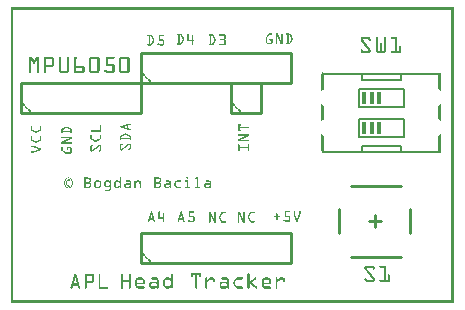
<source format=gto>
G04 MADE WITH FRITZING*
G04 WWW.FRITZING.ORG*
G04 DOUBLE SIDED*
G04 HOLES PLATED*
G04 CONTOUR ON CENTER OF CONTOUR VECTOR*
%ASAXBY*%
%FSLAX23Y23*%
%MOIN*%
%OFA0B0*%
%SFA1.0B1.0*%
%ADD10R,0.015000X0.040000*%
%ADD11C,0.010000*%
%ADD12C,0.008000*%
%ADD13R,0.001000X0.001000*%
%LNSILK1*%
G90*
G70*
G54D10*
X1226Y584D03*
X1201Y584D03*
X1176Y584D03*
X1226Y684D03*
X1201Y684D03*
X1176Y684D03*
G54D11*
X1329Y312D02*
X1329Y233D01*
D02*
X1133Y390D02*
X1300Y390D01*
D02*
X1133Y154D02*
X1300Y154D01*
D02*
X1093Y312D02*
X1093Y233D01*
D02*
X1211Y292D02*
X1211Y253D01*
D02*
X1231Y272D02*
X1192Y272D01*
G54D12*
D02*
X1429Y764D02*
X1299Y764D01*
D02*
X1169Y764D02*
X1169Y744D01*
D02*
X1169Y744D02*
X1299Y744D01*
D02*
X1299Y744D02*
X1299Y764D01*
D02*
X1169Y764D02*
X1039Y764D01*
D02*
X1299Y764D02*
X1169Y764D01*
D02*
X1039Y504D02*
X1169Y504D01*
D02*
X1299Y504D02*
X1299Y524D01*
D02*
X1299Y524D02*
X1169Y524D01*
D02*
X1169Y524D02*
X1169Y504D01*
D02*
X1299Y504D02*
X1429Y504D01*
D02*
X1169Y504D02*
X1299Y504D01*
D02*
X1309Y614D02*
X1159Y614D01*
D02*
X1309Y614D02*
X1309Y554D01*
D02*
X1159Y554D02*
X1309Y554D01*
D02*
X1159Y554D02*
X1159Y614D01*
D02*
X1309Y714D02*
X1159Y714D01*
D02*
X1309Y714D02*
X1309Y654D01*
D02*
X1159Y654D02*
X1309Y654D01*
D02*
X1159Y654D02*
X1159Y714D01*
G54D11*
D02*
X434Y134D02*
X934Y134D01*
D02*
X934Y134D02*
X934Y234D01*
D02*
X934Y234D02*
X434Y234D01*
D02*
X434Y234D02*
X434Y134D01*
D02*
X434Y734D02*
X934Y734D01*
D02*
X934Y734D02*
X934Y834D01*
D02*
X934Y834D02*
X434Y834D01*
D02*
X434Y834D02*
X434Y734D01*
D02*
X34Y634D02*
X434Y634D01*
D02*
X434Y634D02*
X434Y734D01*
D02*
X434Y734D02*
X34Y734D01*
D02*
X34Y734D02*
X34Y634D01*
D02*
X734Y634D02*
X834Y634D01*
D02*
X834Y634D02*
X834Y734D01*
D02*
X834Y734D02*
X734Y734D01*
D02*
X734Y734D02*
X734Y634D01*
G54D13*
X0Y984D02*
X1475Y984D01*
X0Y983D02*
X1475Y983D01*
X0Y982D02*
X1475Y982D01*
X0Y981D02*
X1475Y981D01*
X0Y980D02*
X1475Y980D01*
X0Y979D02*
X1475Y979D01*
X0Y978D02*
X1475Y978D01*
X0Y977D02*
X1475Y977D01*
X0Y976D02*
X7Y976D01*
X1468Y976D02*
X1475Y976D01*
X0Y975D02*
X7Y975D01*
X1468Y975D02*
X1475Y975D01*
X0Y974D02*
X7Y974D01*
X1468Y974D02*
X1475Y974D01*
X0Y973D02*
X7Y973D01*
X1468Y973D02*
X1475Y973D01*
X0Y972D02*
X7Y972D01*
X1468Y972D02*
X1475Y972D01*
X0Y971D02*
X7Y971D01*
X1468Y971D02*
X1475Y971D01*
X0Y970D02*
X7Y970D01*
X1468Y970D02*
X1475Y970D01*
X0Y969D02*
X7Y969D01*
X1468Y969D02*
X1475Y969D01*
X0Y968D02*
X7Y968D01*
X1468Y968D02*
X1475Y968D01*
X0Y967D02*
X7Y967D01*
X1468Y967D02*
X1475Y967D01*
X0Y966D02*
X7Y966D01*
X1468Y966D02*
X1475Y966D01*
X0Y965D02*
X7Y965D01*
X1468Y965D02*
X1475Y965D01*
X0Y964D02*
X7Y964D01*
X1468Y964D02*
X1475Y964D01*
X0Y963D02*
X7Y963D01*
X1468Y963D02*
X1475Y963D01*
X0Y962D02*
X7Y962D01*
X1468Y962D02*
X1475Y962D01*
X0Y961D02*
X7Y961D01*
X1468Y961D02*
X1475Y961D01*
X0Y960D02*
X7Y960D01*
X1468Y960D02*
X1475Y960D01*
X0Y959D02*
X7Y959D01*
X1468Y959D02*
X1475Y959D01*
X0Y958D02*
X7Y958D01*
X1468Y958D02*
X1475Y958D01*
X0Y957D02*
X7Y957D01*
X1468Y957D02*
X1475Y957D01*
X0Y956D02*
X7Y956D01*
X1468Y956D02*
X1475Y956D01*
X0Y955D02*
X7Y955D01*
X1468Y955D02*
X1475Y955D01*
X0Y954D02*
X7Y954D01*
X1468Y954D02*
X1475Y954D01*
X0Y953D02*
X7Y953D01*
X1468Y953D02*
X1475Y953D01*
X0Y952D02*
X7Y952D01*
X1468Y952D02*
X1475Y952D01*
X0Y951D02*
X7Y951D01*
X1468Y951D02*
X1475Y951D01*
X0Y950D02*
X7Y950D01*
X1468Y950D02*
X1475Y950D01*
X0Y949D02*
X7Y949D01*
X1468Y949D02*
X1475Y949D01*
X0Y948D02*
X7Y948D01*
X1468Y948D02*
X1475Y948D01*
X0Y947D02*
X7Y947D01*
X1468Y947D02*
X1475Y947D01*
X0Y946D02*
X7Y946D01*
X1468Y946D02*
X1475Y946D01*
X0Y945D02*
X7Y945D01*
X1468Y945D02*
X1475Y945D01*
X0Y944D02*
X7Y944D01*
X1468Y944D02*
X1475Y944D01*
X0Y943D02*
X7Y943D01*
X1468Y943D02*
X1475Y943D01*
X0Y942D02*
X7Y942D01*
X1468Y942D02*
X1475Y942D01*
X0Y941D02*
X7Y941D01*
X1468Y941D02*
X1475Y941D01*
X0Y940D02*
X7Y940D01*
X1468Y940D02*
X1475Y940D01*
X0Y939D02*
X7Y939D01*
X1468Y939D02*
X1475Y939D01*
X0Y938D02*
X7Y938D01*
X1468Y938D02*
X1475Y938D01*
X0Y937D02*
X7Y937D01*
X1468Y937D02*
X1475Y937D01*
X0Y936D02*
X7Y936D01*
X1468Y936D02*
X1475Y936D01*
X0Y935D02*
X7Y935D01*
X1468Y935D02*
X1475Y935D01*
X0Y934D02*
X7Y934D01*
X1468Y934D02*
X1475Y934D01*
X0Y933D02*
X7Y933D01*
X1468Y933D02*
X1475Y933D01*
X0Y932D02*
X7Y932D01*
X1468Y932D02*
X1475Y932D01*
X0Y931D02*
X7Y931D01*
X1468Y931D02*
X1475Y931D01*
X0Y930D02*
X7Y930D01*
X1468Y930D02*
X1475Y930D01*
X0Y929D02*
X7Y929D01*
X1468Y929D02*
X1475Y929D01*
X0Y928D02*
X7Y928D01*
X1468Y928D02*
X1475Y928D01*
X0Y927D02*
X7Y927D01*
X1468Y927D02*
X1475Y927D01*
X0Y926D02*
X7Y926D01*
X1468Y926D02*
X1475Y926D01*
X0Y925D02*
X7Y925D01*
X1468Y925D02*
X1475Y925D01*
X0Y924D02*
X7Y924D01*
X1468Y924D02*
X1475Y924D01*
X0Y923D02*
X7Y923D01*
X1468Y923D02*
X1475Y923D01*
X0Y922D02*
X7Y922D01*
X1468Y922D02*
X1475Y922D01*
X0Y921D02*
X7Y921D01*
X1468Y921D02*
X1475Y921D01*
X0Y920D02*
X7Y920D01*
X1468Y920D02*
X1475Y920D01*
X0Y919D02*
X7Y919D01*
X1468Y919D02*
X1475Y919D01*
X0Y918D02*
X7Y918D01*
X1468Y918D02*
X1475Y918D01*
X0Y917D02*
X7Y917D01*
X1468Y917D02*
X1475Y917D01*
X0Y916D02*
X7Y916D01*
X1468Y916D02*
X1475Y916D01*
X0Y915D02*
X7Y915D01*
X1468Y915D02*
X1475Y915D01*
X0Y914D02*
X7Y914D01*
X1468Y914D02*
X1475Y914D01*
X0Y913D02*
X7Y913D01*
X1468Y913D02*
X1475Y913D01*
X0Y912D02*
X7Y912D01*
X1468Y912D02*
X1475Y912D01*
X0Y911D02*
X7Y911D01*
X1468Y911D02*
X1475Y911D01*
X0Y910D02*
X7Y910D01*
X1468Y910D02*
X1475Y910D01*
X0Y909D02*
X7Y909D01*
X1468Y909D02*
X1475Y909D01*
X0Y908D02*
X7Y908D01*
X1468Y908D02*
X1475Y908D01*
X0Y907D02*
X7Y907D01*
X1468Y907D02*
X1475Y907D01*
X0Y906D02*
X7Y906D01*
X1468Y906D02*
X1475Y906D01*
X0Y905D02*
X7Y905D01*
X1468Y905D02*
X1475Y905D01*
X0Y904D02*
X7Y904D01*
X1468Y904D02*
X1475Y904D01*
X0Y903D02*
X7Y903D01*
X1468Y903D02*
X1475Y903D01*
X0Y902D02*
X7Y902D01*
X1468Y902D02*
X1475Y902D01*
X0Y901D02*
X7Y901D01*
X1468Y901D02*
X1475Y901D01*
X0Y900D02*
X7Y900D01*
X1468Y900D02*
X1475Y900D01*
X0Y899D02*
X7Y899D01*
X1468Y899D02*
X1475Y899D01*
X0Y898D02*
X7Y898D01*
X861Y898D02*
X870Y898D01*
X883Y898D02*
X888Y898D01*
X902Y898D02*
X903Y898D01*
X917Y898D02*
X927Y898D01*
X1468Y898D02*
X1475Y898D01*
X0Y897D02*
X7Y897D01*
X859Y897D02*
X871Y897D01*
X882Y897D02*
X888Y897D01*
X901Y897D02*
X904Y897D01*
X916Y897D02*
X930Y897D01*
X1468Y897D02*
X1475Y897D01*
X0Y896D02*
X7Y896D01*
X555Y896D02*
X564Y896D01*
X590Y896D02*
X590Y896D01*
X858Y896D02*
X871Y896D01*
X882Y896D02*
X889Y896D01*
X901Y896D02*
X904Y896D01*
X916Y896D02*
X931Y896D01*
X1468Y896D02*
X1475Y896D01*
X0Y895D02*
X7Y895D01*
X554Y895D02*
X567Y895D01*
X588Y895D02*
X591Y895D01*
X857Y895D02*
X871Y895D01*
X882Y895D02*
X889Y895D01*
X901Y895D02*
X904Y895D01*
X916Y895D02*
X931Y895D01*
X1468Y895D02*
X1475Y895D01*
X0Y894D02*
X7Y894D01*
X553Y894D02*
X568Y894D01*
X588Y894D02*
X591Y894D01*
X660Y894D02*
X671Y894D01*
X693Y894D02*
X712Y894D01*
X856Y894D02*
X870Y894D01*
X882Y894D02*
X889Y894D01*
X901Y894D02*
X904Y894D01*
X917Y894D02*
X932Y894D01*
X1468Y894D02*
X1475Y894D01*
X0Y893D02*
X7Y893D01*
X455Y893D02*
X468Y893D01*
X492Y893D02*
X509Y893D01*
X554Y893D02*
X569Y893D01*
X588Y893D02*
X592Y893D01*
X659Y893D02*
X673Y893D01*
X693Y893D02*
X713Y893D01*
X855Y893D02*
X861Y893D01*
X882Y893D02*
X890Y893D01*
X901Y893D02*
X904Y893D01*
X920Y893D02*
X924Y893D01*
X928Y893D02*
X933Y893D01*
X1468Y893D02*
X1475Y893D01*
X0Y892D02*
X7Y892D01*
X454Y892D02*
X469Y892D01*
X492Y892D02*
X510Y892D01*
X554Y892D02*
X570Y892D01*
X588Y892D02*
X592Y892D01*
X603Y892D02*
X604Y892D01*
X659Y892D02*
X674Y892D01*
X692Y892D02*
X714Y892D01*
X855Y892D02*
X860Y892D01*
X882Y892D02*
X890Y892D01*
X901Y892D02*
X904Y892D01*
X920Y892D02*
X924Y892D01*
X929Y892D02*
X933Y892D01*
X1468Y892D02*
X1475Y892D01*
X0Y891D02*
X7Y891D01*
X454Y891D02*
X470Y891D01*
X492Y891D02*
X510Y891D01*
X558Y891D02*
X562Y891D01*
X565Y891D02*
X570Y891D01*
X588Y891D02*
X592Y891D01*
X602Y891D02*
X605Y891D01*
X659Y891D02*
X675Y891D01*
X693Y891D02*
X714Y891D01*
X854Y891D02*
X859Y891D01*
X882Y891D02*
X891Y891D01*
X901Y891D02*
X904Y891D01*
X920Y891D02*
X924Y891D01*
X929Y891D02*
X934Y891D01*
X1468Y891D02*
X1475Y891D01*
X0Y890D02*
X7Y890D01*
X455Y890D02*
X470Y890D01*
X492Y890D02*
X509Y890D01*
X558Y890D02*
X562Y890D01*
X566Y890D02*
X571Y890D01*
X588Y890D02*
X592Y890D01*
X602Y890D02*
X605Y890D01*
X661Y890D02*
X675Y890D01*
X694Y890D02*
X714Y890D01*
X853Y890D02*
X858Y890D01*
X882Y890D02*
X891Y890D01*
X901Y890D02*
X904Y890D01*
X920Y890D02*
X924Y890D01*
X930Y890D02*
X934Y890D01*
X1468Y890D02*
X1475Y890D01*
X0Y889D02*
X7Y889D01*
X459Y889D02*
X463Y889D01*
X466Y889D02*
X471Y889D01*
X492Y889D02*
X496Y889D01*
X558Y889D02*
X562Y889D01*
X567Y889D02*
X571Y889D01*
X588Y889D02*
X592Y889D01*
X602Y889D02*
X605Y889D01*
X664Y889D02*
X667Y889D01*
X672Y889D02*
X676Y889D01*
X711Y889D02*
X714Y889D01*
X852Y889D02*
X857Y889D01*
X882Y889D02*
X892Y889D01*
X901Y889D02*
X904Y889D01*
X920Y889D02*
X924Y889D01*
X930Y889D02*
X935Y889D01*
X1468Y889D02*
X1475Y889D01*
X0Y888D02*
X7Y888D01*
X459Y888D02*
X463Y888D01*
X467Y888D02*
X471Y888D01*
X492Y888D02*
X496Y888D01*
X558Y888D02*
X562Y888D01*
X567Y888D02*
X572Y888D01*
X588Y888D02*
X592Y888D01*
X602Y888D02*
X605Y888D01*
X664Y888D02*
X667Y888D01*
X672Y888D02*
X676Y888D01*
X711Y888D02*
X714Y888D01*
X852Y888D02*
X856Y888D01*
X882Y888D02*
X886Y888D01*
X888Y888D02*
X892Y888D01*
X901Y888D02*
X904Y888D01*
X920Y888D02*
X924Y888D01*
X931Y888D02*
X935Y888D01*
X1468Y888D02*
X1475Y888D01*
X0Y887D02*
X7Y887D01*
X459Y887D02*
X463Y887D01*
X468Y887D02*
X472Y887D01*
X492Y887D02*
X496Y887D01*
X558Y887D02*
X562Y887D01*
X568Y887D02*
X572Y887D01*
X588Y887D02*
X592Y887D01*
X602Y887D02*
X605Y887D01*
X664Y887D02*
X667Y887D01*
X673Y887D02*
X677Y887D01*
X711Y887D02*
X714Y887D01*
X851Y887D02*
X856Y887D01*
X882Y887D02*
X886Y887D01*
X888Y887D02*
X893Y887D01*
X901Y887D02*
X904Y887D01*
X920Y887D02*
X924Y887D01*
X931Y887D02*
X936Y887D01*
X1468Y887D02*
X1475Y887D01*
X0Y886D02*
X7Y886D01*
X459Y886D02*
X463Y886D01*
X468Y886D02*
X472Y886D01*
X492Y886D02*
X496Y886D01*
X558Y886D02*
X562Y886D01*
X568Y886D02*
X573Y886D01*
X588Y886D02*
X592Y886D01*
X602Y886D02*
X605Y886D01*
X664Y886D02*
X667Y886D01*
X673Y886D02*
X677Y886D01*
X711Y886D02*
X714Y886D01*
X850Y886D02*
X855Y886D01*
X882Y886D02*
X886Y886D01*
X889Y886D02*
X893Y886D01*
X901Y886D02*
X904Y886D01*
X920Y886D02*
X924Y886D01*
X932Y886D02*
X936Y886D01*
X1468Y886D02*
X1475Y886D01*
X0Y885D02*
X7Y885D01*
X459Y885D02*
X463Y885D01*
X469Y885D02*
X473Y885D01*
X492Y885D02*
X496Y885D01*
X558Y885D02*
X562Y885D01*
X569Y885D02*
X573Y885D01*
X588Y885D02*
X592Y885D01*
X602Y885D02*
X605Y885D01*
X664Y885D02*
X667Y885D01*
X674Y885D02*
X678Y885D01*
X711Y885D02*
X714Y885D01*
X850Y885D02*
X854Y885D01*
X882Y885D02*
X886Y885D01*
X889Y885D02*
X893Y885D01*
X901Y885D02*
X904Y885D01*
X920Y885D02*
X924Y885D01*
X932Y885D02*
X937Y885D01*
X1170Y885D02*
X1192Y885D01*
X1217Y885D02*
X1219Y885D01*
X1245Y885D02*
X1247Y885D01*
X1267Y885D02*
X1285Y885D01*
X1468Y885D02*
X1475Y885D01*
X0Y884D02*
X7Y884D01*
X459Y884D02*
X463Y884D01*
X469Y884D02*
X473Y884D01*
X492Y884D02*
X496Y884D01*
X558Y884D02*
X562Y884D01*
X569Y884D02*
X574Y884D01*
X588Y884D02*
X592Y884D01*
X602Y884D02*
X605Y884D01*
X664Y884D02*
X667Y884D01*
X674Y884D02*
X678Y884D01*
X711Y884D02*
X714Y884D01*
X849Y884D02*
X853Y884D01*
X882Y884D02*
X886Y884D01*
X890Y884D02*
X894Y884D01*
X901Y884D02*
X904Y884D01*
X920Y884D02*
X924Y884D01*
X933Y884D02*
X937Y884D01*
X1168Y884D02*
X1194Y884D01*
X1216Y884D02*
X1221Y884D01*
X1244Y884D02*
X1248Y884D01*
X1266Y884D02*
X1285Y884D01*
X1468Y884D02*
X1475Y884D01*
X0Y883D02*
X7Y883D01*
X459Y883D02*
X463Y883D01*
X470Y883D02*
X474Y883D01*
X492Y883D02*
X496Y883D01*
X558Y883D02*
X562Y883D01*
X570Y883D02*
X574Y883D01*
X588Y883D02*
X592Y883D01*
X602Y883D02*
X605Y883D01*
X664Y883D02*
X667Y883D01*
X675Y883D02*
X679Y883D01*
X711Y883D02*
X714Y883D01*
X849Y883D02*
X853Y883D01*
X882Y883D02*
X886Y883D01*
X890Y883D02*
X894Y883D01*
X901Y883D02*
X904Y883D01*
X920Y883D02*
X924Y883D01*
X933Y883D02*
X937Y883D01*
X1167Y883D02*
X1195Y883D01*
X1215Y883D02*
X1221Y883D01*
X1243Y883D02*
X1249Y883D01*
X1266Y883D02*
X1285Y883D01*
X1468Y883D02*
X1475Y883D01*
X0Y882D02*
X7Y882D01*
X459Y882D02*
X463Y882D01*
X470Y882D02*
X474Y882D01*
X492Y882D02*
X496Y882D01*
X558Y882D02*
X562Y882D01*
X570Y882D02*
X575Y882D01*
X588Y882D02*
X592Y882D01*
X602Y882D02*
X605Y882D01*
X664Y882D02*
X667Y882D01*
X675Y882D02*
X679Y882D01*
X711Y882D02*
X714Y882D01*
X849Y882D02*
X853Y882D01*
X882Y882D02*
X886Y882D01*
X891Y882D02*
X895Y882D01*
X901Y882D02*
X904Y882D01*
X920Y882D02*
X924Y882D01*
X934Y882D02*
X938Y882D01*
X1166Y882D02*
X1196Y882D01*
X1215Y882D02*
X1221Y882D01*
X1243Y882D02*
X1249Y882D01*
X1266Y882D02*
X1285Y882D01*
X1468Y882D02*
X1475Y882D01*
X0Y881D02*
X7Y881D01*
X459Y881D02*
X463Y881D01*
X471Y881D02*
X475Y881D01*
X492Y881D02*
X496Y881D01*
X558Y881D02*
X562Y881D01*
X571Y881D02*
X575Y881D01*
X588Y881D02*
X592Y881D01*
X602Y881D02*
X605Y881D01*
X664Y881D02*
X667Y881D01*
X676Y881D02*
X680Y881D01*
X711Y881D02*
X714Y881D01*
X849Y881D02*
X853Y881D01*
X882Y881D02*
X886Y881D01*
X891Y881D02*
X895Y881D01*
X901Y881D02*
X904Y881D01*
X920Y881D02*
X924Y881D01*
X934Y881D02*
X938Y881D01*
X1166Y881D02*
X1197Y881D01*
X1215Y881D02*
X1221Y881D01*
X1243Y881D02*
X1249Y881D01*
X1266Y881D02*
X1285Y881D01*
X1468Y881D02*
X1475Y881D01*
X0Y880D02*
X7Y880D01*
X459Y880D02*
X463Y880D01*
X471Y880D02*
X475Y880D01*
X492Y880D02*
X496Y880D01*
X558Y880D02*
X562Y880D01*
X571Y880D02*
X575Y880D01*
X588Y880D02*
X592Y880D01*
X602Y880D02*
X605Y880D01*
X664Y880D02*
X667Y880D01*
X676Y880D02*
X680Y880D01*
X710Y880D02*
X714Y880D01*
X849Y880D02*
X853Y880D01*
X882Y880D02*
X886Y880D01*
X891Y880D02*
X896Y880D01*
X901Y880D02*
X904Y880D01*
X920Y880D02*
X924Y880D01*
X934Y880D02*
X938Y880D01*
X1165Y880D02*
X1198Y880D01*
X1215Y880D02*
X1221Y880D01*
X1243Y880D02*
X1249Y880D01*
X1266Y880D02*
X1285Y880D01*
X1468Y880D02*
X1475Y880D01*
X0Y879D02*
X7Y879D01*
X459Y879D02*
X463Y879D01*
X472Y879D02*
X476Y879D01*
X492Y879D02*
X496Y879D01*
X558Y879D02*
X562Y879D01*
X572Y879D02*
X575Y879D01*
X588Y879D02*
X592Y879D01*
X602Y879D02*
X605Y879D01*
X664Y879D02*
X667Y879D01*
X677Y879D02*
X681Y879D01*
X709Y879D02*
X714Y879D01*
X849Y879D02*
X853Y879D01*
X882Y879D02*
X886Y879D01*
X892Y879D02*
X896Y879D01*
X901Y879D02*
X904Y879D01*
X920Y879D02*
X924Y879D01*
X934Y879D02*
X938Y879D01*
X1165Y879D02*
X1198Y879D01*
X1215Y879D02*
X1221Y879D01*
X1243Y879D02*
X1249Y879D01*
X1267Y879D02*
X1285Y879D01*
X1468Y879D02*
X1475Y879D01*
X0Y878D02*
X7Y878D01*
X459Y878D02*
X463Y878D01*
X472Y878D02*
X476Y878D01*
X492Y878D02*
X506Y878D01*
X558Y878D02*
X562Y878D01*
X572Y878D02*
X575Y878D01*
X588Y878D02*
X592Y878D01*
X602Y878D02*
X605Y878D01*
X664Y878D02*
X667Y878D01*
X677Y878D02*
X681Y878D01*
X697Y878D02*
X713Y878D01*
X849Y878D02*
X853Y878D01*
X861Y878D02*
X871Y878D01*
X882Y878D02*
X886Y878D01*
X892Y878D02*
X896Y878D01*
X901Y878D02*
X904Y878D01*
X920Y878D02*
X924Y878D01*
X934Y878D02*
X938Y878D01*
X1165Y878D02*
X1171Y878D01*
X1191Y878D02*
X1198Y878D01*
X1215Y878D02*
X1221Y878D01*
X1243Y878D02*
X1249Y878D01*
X1279Y878D02*
X1285Y878D01*
X1468Y878D02*
X1475Y878D01*
X0Y877D02*
X7Y877D01*
X459Y877D02*
X463Y877D01*
X473Y877D02*
X476Y877D01*
X492Y877D02*
X508Y877D01*
X558Y877D02*
X562Y877D01*
X572Y877D02*
X575Y877D01*
X588Y877D02*
X592Y877D01*
X602Y877D02*
X605Y877D01*
X664Y877D02*
X667Y877D01*
X677Y877D02*
X681Y877D01*
X697Y877D02*
X713Y877D01*
X849Y877D02*
X853Y877D01*
X861Y877D02*
X871Y877D01*
X882Y877D02*
X886Y877D01*
X893Y877D02*
X897Y877D01*
X901Y877D02*
X904Y877D01*
X920Y877D02*
X924Y877D01*
X933Y877D02*
X937Y877D01*
X1165Y877D02*
X1171Y877D01*
X1192Y877D02*
X1199Y877D01*
X1215Y877D02*
X1221Y877D01*
X1243Y877D02*
X1249Y877D01*
X1279Y877D02*
X1285Y877D01*
X1468Y877D02*
X1475Y877D01*
X0Y876D02*
X7Y876D01*
X459Y876D02*
X463Y876D01*
X473Y876D02*
X476Y876D01*
X492Y876D02*
X509Y876D01*
X558Y876D02*
X562Y876D01*
X571Y876D02*
X575Y876D01*
X588Y876D02*
X607Y876D01*
X664Y876D02*
X667Y876D01*
X677Y876D02*
X681Y876D01*
X697Y876D02*
X713Y876D01*
X849Y876D02*
X853Y876D01*
X861Y876D02*
X871Y876D01*
X882Y876D02*
X886Y876D01*
X893Y876D02*
X897Y876D01*
X901Y876D02*
X904Y876D01*
X920Y876D02*
X924Y876D01*
X933Y876D02*
X937Y876D01*
X1165Y876D02*
X1172Y876D01*
X1193Y876D02*
X1199Y876D01*
X1215Y876D02*
X1221Y876D01*
X1243Y876D02*
X1249Y876D01*
X1279Y876D02*
X1285Y876D01*
X1468Y876D02*
X1475Y876D01*
X0Y875D02*
X7Y875D01*
X459Y875D02*
X463Y875D01*
X473Y875D02*
X476Y875D01*
X492Y875D02*
X509Y875D01*
X558Y875D02*
X562Y875D01*
X571Y875D02*
X575Y875D01*
X588Y875D02*
X607Y875D01*
X664Y875D02*
X667Y875D01*
X677Y875D02*
X681Y875D01*
X698Y875D02*
X713Y875D01*
X849Y875D02*
X853Y875D01*
X861Y875D02*
X871Y875D01*
X882Y875D02*
X886Y875D01*
X894Y875D02*
X898Y875D01*
X901Y875D02*
X904Y875D01*
X920Y875D02*
X924Y875D01*
X932Y875D02*
X936Y875D01*
X1166Y875D02*
X1173Y875D01*
X1193Y875D02*
X1198Y875D01*
X1215Y875D02*
X1221Y875D01*
X1243Y875D02*
X1249Y875D01*
X1279Y875D02*
X1285Y875D01*
X1468Y875D02*
X1475Y875D01*
X0Y874D02*
X7Y874D01*
X459Y874D02*
X463Y874D01*
X472Y874D02*
X476Y874D01*
X492Y874D02*
X510Y874D01*
X558Y874D02*
X562Y874D01*
X570Y874D02*
X574Y874D01*
X588Y874D02*
X608Y874D01*
X664Y874D02*
X667Y874D01*
X677Y874D02*
X681Y874D01*
X709Y874D02*
X714Y874D01*
X849Y874D02*
X853Y874D01*
X863Y874D02*
X871Y874D01*
X882Y874D02*
X886Y874D01*
X894Y874D02*
X898Y874D01*
X901Y874D02*
X904Y874D01*
X920Y874D02*
X924Y874D01*
X932Y874D02*
X936Y874D01*
X1166Y874D02*
X1174Y874D01*
X1193Y874D02*
X1198Y874D01*
X1215Y874D02*
X1221Y874D01*
X1243Y874D02*
X1249Y874D01*
X1279Y874D02*
X1285Y874D01*
X1468Y874D02*
X1475Y874D01*
X0Y873D02*
X7Y873D01*
X459Y873D02*
X463Y873D01*
X472Y873D02*
X476Y873D01*
X506Y873D02*
X510Y873D01*
X558Y873D02*
X562Y873D01*
X570Y873D02*
X574Y873D01*
X588Y873D02*
X607Y873D01*
X664Y873D02*
X667Y873D01*
X676Y873D02*
X680Y873D01*
X710Y873D02*
X714Y873D01*
X849Y873D02*
X853Y873D01*
X867Y873D02*
X871Y873D01*
X882Y873D02*
X886Y873D01*
X895Y873D02*
X899Y873D01*
X901Y873D02*
X904Y873D01*
X920Y873D02*
X924Y873D01*
X931Y873D02*
X935Y873D01*
X1167Y873D02*
X1174Y873D01*
X1195Y873D02*
X1197Y873D01*
X1215Y873D02*
X1221Y873D01*
X1243Y873D02*
X1249Y873D01*
X1279Y873D02*
X1285Y873D01*
X1468Y873D02*
X1475Y873D01*
X0Y872D02*
X7Y872D01*
X459Y872D02*
X463Y872D01*
X471Y872D02*
X475Y872D01*
X506Y872D02*
X510Y872D01*
X558Y872D02*
X562Y872D01*
X569Y872D02*
X574Y872D01*
X588Y872D02*
X606Y872D01*
X664Y872D02*
X667Y872D01*
X676Y872D02*
X680Y872D01*
X711Y872D02*
X714Y872D01*
X849Y872D02*
X853Y872D01*
X867Y872D02*
X871Y872D01*
X882Y872D02*
X886Y872D01*
X895Y872D02*
X899Y872D01*
X901Y872D02*
X904Y872D01*
X920Y872D02*
X924Y872D01*
X931Y872D02*
X935Y872D01*
X1167Y872D02*
X1175Y872D01*
X1215Y872D02*
X1221Y872D01*
X1243Y872D02*
X1249Y872D01*
X1279Y872D02*
X1285Y872D01*
X1468Y872D02*
X1475Y872D01*
X0Y871D02*
X7Y871D01*
X459Y871D02*
X463Y871D01*
X471Y871D02*
X475Y871D01*
X506Y871D02*
X510Y871D01*
X558Y871D02*
X562Y871D01*
X569Y871D02*
X573Y871D01*
X602Y871D02*
X605Y871D01*
X664Y871D02*
X667Y871D01*
X675Y871D02*
X679Y871D01*
X711Y871D02*
X714Y871D01*
X849Y871D02*
X853Y871D01*
X867Y871D02*
X871Y871D01*
X882Y871D02*
X886Y871D01*
X895Y871D02*
X904Y871D01*
X920Y871D02*
X924Y871D01*
X930Y871D02*
X934Y871D01*
X1168Y871D02*
X1176Y871D01*
X1215Y871D02*
X1221Y871D01*
X1243Y871D02*
X1249Y871D01*
X1279Y871D02*
X1285Y871D01*
X1468Y871D02*
X1475Y871D01*
X0Y870D02*
X7Y870D01*
X459Y870D02*
X463Y870D01*
X470Y870D02*
X475Y870D01*
X506Y870D02*
X510Y870D01*
X558Y870D02*
X562Y870D01*
X568Y870D02*
X573Y870D01*
X602Y870D02*
X605Y870D01*
X664Y870D02*
X667Y870D01*
X675Y870D02*
X679Y870D01*
X711Y870D02*
X714Y870D01*
X849Y870D02*
X853Y870D01*
X867Y870D02*
X871Y870D01*
X882Y870D02*
X886Y870D01*
X896Y870D02*
X904Y870D01*
X920Y870D02*
X924Y870D01*
X930Y870D02*
X934Y870D01*
X1169Y870D02*
X1177Y870D01*
X1215Y870D02*
X1221Y870D01*
X1243Y870D02*
X1249Y870D01*
X1279Y870D02*
X1285Y870D01*
X1468Y870D02*
X1475Y870D01*
X0Y869D02*
X7Y869D01*
X459Y869D02*
X463Y869D01*
X470Y869D02*
X474Y869D01*
X506Y869D02*
X510Y869D01*
X558Y869D02*
X562Y869D01*
X568Y869D02*
X572Y869D01*
X602Y869D02*
X605Y869D01*
X664Y869D02*
X667Y869D01*
X674Y869D02*
X678Y869D01*
X711Y869D02*
X714Y869D01*
X849Y869D02*
X853Y869D01*
X867Y869D02*
X871Y869D01*
X882Y869D02*
X886Y869D01*
X896Y869D02*
X904Y869D01*
X920Y869D02*
X924Y869D01*
X929Y869D02*
X933Y869D01*
X1170Y869D02*
X1178Y869D01*
X1215Y869D02*
X1221Y869D01*
X1243Y869D02*
X1249Y869D01*
X1279Y869D02*
X1285Y869D01*
X1468Y869D02*
X1475Y869D01*
X0Y868D02*
X7Y868D01*
X459Y868D02*
X463Y868D01*
X469Y868D02*
X474Y868D01*
X506Y868D02*
X510Y868D01*
X558Y868D02*
X562Y868D01*
X567Y868D02*
X572Y868D01*
X602Y868D02*
X605Y868D01*
X664Y868D02*
X667Y868D01*
X674Y868D02*
X678Y868D01*
X711Y868D02*
X714Y868D01*
X849Y868D02*
X853Y868D01*
X867Y868D02*
X871Y868D01*
X882Y868D02*
X886Y868D01*
X897Y868D02*
X904Y868D01*
X920Y868D02*
X924Y868D01*
X929Y868D02*
X933Y868D01*
X1170Y868D02*
X1178Y868D01*
X1215Y868D02*
X1221Y868D01*
X1243Y868D02*
X1249Y868D01*
X1279Y868D02*
X1285Y868D01*
X1468Y868D02*
X1475Y868D01*
X0Y867D02*
X7Y867D01*
X459Y867D02*
X463Y867D01*
X469Y867D02*
X473Y867D01*
X506Y867D02*
X510Y867D01*
X558Y867D02*
X562Y867D01*
X567Y867D02*
X571Y867D01*
X602Y867D02*
X605Y867D01*
X664Y867D02*
X667Y867D01*
X673Y867D02*
X677Y867D01*
X711Y867D02*
X714Y867D01*
X850Y867D02*
X855Y867D01*
X866Y867D02*
X871Y867D01*
X882Y867D02*
X886Y867D01*
X897Y867D02*
X904Y867D01*
X920Y867D02*
X924Y867D01*
X927Y867D02*
X932Y867D01*
X1171Y867D02*
X1179Y867D01*
X1215Y867D02*
X1221Y867D01*
X1230Y867D02*
X1234Y867D01*
X1243Y867D02*
X1249Y867D01*
X1279Y867D02*
X1285Y867D01*
X1468Y867D02*
X1475Y867D01*
X0Y866D02*
X7Y866D01*
X459Y866D02*
X463Y866D01*
X468Y866D02*
X473Y866D01*
X506Y866D02*
X510Y866D01*
X558Y866D02*
X562Y866D01*
X566Y866D02*
X571Y866D01*
X602Y866D02*
X605Y866D01*
X664Y866D02*
X667Y866D01*
X673Y866D02*
X677Y866D01*
X711Y866D02*
X714Y866D01*
X850Y866D02*
X870Y866D01*
X882Y866D02*
X886Y866D01*
X898Y866D02*
X904Y866D01*
X916Y866D02*
X932Y866D01*
X1172Y866D02*
X1180Y866D01*
X1215Y866D02*
X1221Y866D01*
X1230Y866D02*
X1235Y866D01*
X1243Y866D02*
X1249Y866D01*
X1279Y866D02*
X1285Y866D01*
X1468Y866D02*
X1475Y866D01*
X0Y865D02*
X7Y865D01*
X459Y865D02*
X463Y865D01*
X468Y865D02*
X472Y865D01*
X506Y865D02*
X510Y865D01*
X558Y865D02*
X562Y865D01*
X565Y865D02*
X570Y865D01*
X602Y865D02*
X605Y865D01*
X664Y865D02*
X667Y865D01*
X672Y865D02*
X676Y865D01*
X711Y865D02*
X714Y865D01*
X851Y865D02*
X870Y865D01*
X882Y865D02*
X886Y865D01*
X898Y865D02*
X904Y865D01*
X916Y865D02*
X931Y865D01*
X1173Y865D02*
X1181Y865D01*
X1215Y865D02*
X1221Y865D01*
X1229Y865D02*
X1235Y865D01*
X1243Y865D02*
X1249Y865D01*
X1279Y865D02*
X1285Y865D01*
X1468Y865D02*
X1475Y865D01*
X0Y864D02*
X7Y864D01*
X459Y864D02*
X463Y864D01*
X467Y864D02*
X472Y864D01*
X489Y864D02*
X491Y864D01*
X506Y864D02*
X510Y864D01*
X554Y864D02*
X570Y864D01*
X602Y864D02*
X605Y864D01*
X664Y864D02*
X667Y864D01*
X671Y864D02*
X676Y864D01*
X711Y864D02*
X714Y864D01*
X852Y864D02*
X869Y864D01*
X883Y864D02*
X886Y864D01*
X898Y864D02*
X904Y864D01*
X916Y864D02*
X930Y864D01*
X1173Y864D02*
X1181Y864D01*
X1215Y864D02*
X1221Y864D01*
X1229Y864D02*
X1235Y864D01*
X1243Y864D02*
X1249Y864D01*
X1279Y864D02*
X1285Y864D01*
X1468Y864D02*
X1475Y864D01*
X0Y863D02*
X7Y863D01*
X459Y863D02*
X463Y863D01*
X466Y863D02*
X471Y863D01*
X488Y863D02*
X493Y863D01*
X506Y863D02*
X510Y863D01*
X554Y863D02*
X569Y863D01*
X602Y863D02*
X605Y863D01*
X660Y863D02*
X675Y863D01*
X694Y863D02*
X714Y863D01*
X853Y863D02*
X867Y863D01*
X883Y863D02*
X885Y863D01*
X899Y863D02*
X904Y863D01*
X917Y863D02*
X929Y863D01*
X1174Y863D02*
X1182Y863D01*
X1215Y863D02*
X1221Y863D01*
X1229Y863D02*
X1235Y863D01*
X1243Y863D02*
X1249Y863D01*
X1279Y863D02*
X1285Y863D01*
X1468Y863D02*
X1475Y863D01*
X0Y862D02*
X7Y862D01*
X455Y862D02*
X471Y862D01*
X488Y862D02*
X510Y862D01*
X554Y862D02*
X568Y862D01*
X602Y862D02*
X605Y862D01*
X659Y862D02*
X675Y862D01*
X693Y862D02*
X714Y862D01*
X1175Y862D02*
X1183Y862D01*
X1215Y862D02*
X1221Y862D01*
X1229Y862D02*
X1235Y862D01*
X1243Y862D02*
X1249Y862D01*
X1279Y862D02*
X1285Y862D01*
X1468Y862D02*
X1475Y862D01*
X0Y861D02*
X7Y861D01*
X454Y861D02*
X470Y861D01*
X488Y861D02*
X509Y861D01*
X554Y861D02*
X567Y861D01*
X602Y861D02*
X605Y861D01*
X659Y861D02*
X674Y861D01*
X692Y861D02*
X714Y861D01*
X1176Y861D02*
X1184Y861D01*
X1215Y861D02*
X1221Y861D01*
X1229Y861D02*
X1235Y861D01*
X1243Y861D02*
X1249Y861D01*
X1279Y861D02*
X1285Y861D01*
X1468Y861D02*
X1475Y861D01*
X0Y860D02*
X7Y860D01*
X454Y860D02*
X469Y860D01*
X489Y860D02*
X509Y860D01*
X659Y860D02*
X673Y860D01*
X693Y860D02*
X713Y860D01*
X1177Y860D02*
X1185Y860D01*
X1215Y860D02*
X1221Y860D01*
X1229Y860D02*
X1235Y860D01*
X1243Y860D02*
X1249Y860D01*
X1279Y860D02*
X1285Y860D01*
X1468Y860D02*
X1475Y860D01*
X0Y859D02*
X7Y859D01*
X455Y859D02*
X468Y859D01*
X491Y859D02*
X508Y859D01*
X660Y859D02*
X671Y859D01*
X693Y859D02*
X711Y859D01*
X1177Y859D02*
X1185Y859D01*
X1215Y859D02*
X1221Y859D01*
X1229Y859D02*
X1235Y859D01*
X1243Y859D02*
X1249Y859D01*
X1279Y859D02*
X1285Y859D01*
X1468Y859D02*
X1475Y859D01*
X0Y858D02*
X7Y858D01*
X456Y858D02*
X465Y858D01*
X495Y858D02*
X505Y858D01*
X1178Y858D02*
X1186Y858D01*
X1215Y858D02*
X1221Y858D01*
X1229Y858D02*
X1235Y858D01*
X1243Y858D02*
X1249Y858D01*
X1279Y858D02*
X1285Y858D01*
X1468Y858D02*
X1475Y858D01*
X0Y857D02*
X7Y857D01*
X1179Y857D02*
X1187Y857D01*
X1215Y857D02*
X1221Y857D01*
X1229Y857D02*
X1235Y857D01*
X1243Y857D02*
X1249Y857D01*
X1279Y857D02*
X1285Y857D01*
X1468Y857D02*
X1475Y857D01*
X0Y856D02*
X7Y856D01*
X1180Y856D02*
X1188Y856D01*
X1215Y856D02*
X1221Y856D01*
X1229Y856D02*
X1235Y856D01*
X1243Y856D02*
X1249Y856D01*
X1279Y856D02*
X1285Y856D01*
X1468Y856D02*
X1475Y856D01*
X0Y855D02*
X7Y855D01*
X1180Y855D02*
X1188Y855D01*
X1215Y855D02*
X1221Y855D01*
X1229Y855D02*
X1235Y855D01*
X1243Y855D02*
X1249Y855D01*
X1279Y855D02*
X1285Y855D01*
X1294Y855D02*
X1298Y855D01*
X1468Y855D02*
X1475Y855D01*
X0Y854D02*
X7Y854D01*
X1181Y854D02*
X1189Y854D01*
X1215Y854D02*
X1221Y854D01*
X1229Y854D02*
X1235Y854D01*
X1243Y854D02*
X1249Y854D01*
X1279Y854D02*
X1285Y854D01*
X1293Y854D02*
X1299Y854D01*
X1468Y854D02*
X1475Y854D01*
X0Y853D02*
X7Y853D01*
X1182Y853D02*
X1190Y853D01*
X1215Y853D02*
X1221Y853D01*
X1229Y853D02*
X1235Y853D01*
X1243Y853D02*
X1249Y853D01*
X1279Y853D02*
X1285Y853D01*
X1293Y853D02*
X1299Y853D01*
X1468Y853D02*
X1475Y853D01*
X0Y852D02*
X7Y852D01*
X1183Y852D02*
X1191Y852D01*
X1215Y852D02*
X1221Y852D01*
X1229Y852D02*
X1235Y852D01*
X1243Y852D02*
X1249Y852D01*
X1279Y852D02*
X1285Y852D01*
X1293Y852D02*
X1299Y852D01*
X1468Y852D02*
X1475Y852D01*
X0Y851D02*
X7Y851D01*
X1183Y851D02*
X1192Y851D01*
X1215Y851D02*
X1221Y851D01*
X1229Y851D02*
X1235Y851D01*
X1243Y851D02*
X1249Y851D01*
X1279Y851D02*
X1285Y851D01*
X1293Y851D02*
X1299Y851D01*
X1468Y851D02*
X1475Y851D01*
X0Y850D02*
X7Y850D01*
X1184Y850D02*
X1192Y850D01*
X1215Y850D02*
X1221Y850D01*
X1229Y850D02*
X1235Y850D01*
X1243Y850D02*
X1249Y850D01*
X1279Y850D02*
X1285Y850D01*
X1293Y850D02*
X1299Y850D01*
X1468Y850D02*
X1475Y850D01*
X0Y849D02*
X7Y849D01*
X1185Y849D02*
X1193Y849D01*
X1215Y849D02*
X1221Y849D01*
X1229Y849D02*
X1235Y849D01*
X1243Y849D02*
X1249Y849D01*
X1279Y849D02*
X1285Y849D01*
X1293Y849D02*
X1299Y849D01*
X1468Y849D02*
X1475Y849D01*
X0Y848D02*
X7Y848D01*
X1186Y848D02*
X1194Y848D01*
X1215Y848D02*
X1221Y848D01*
X1229Y848D02*
X1235Y848D01*
X1243Y848D02*
X1249Y848D01*
X1279Y848D02*
X1285Y848D01*
X1293Y848D02*
X1299Y848D01*
X1468Y848D02*
X1475Y848D01*
X0Y847D02*
X7Y847D01*
X1187Y847D02*
X1195Y847D01*
X1215Y847D02*
X1221Y847D01*
X1229Y847D02*
X1235Y847D01*
X1243Y847D02*
X1249Y847D01*
X1279Y847D02*
X1285Y847D01*
X1293Y847D02*
X1299Y847D01*
X1468Y847D02*
X1475Y847D01*
X0Y846D02*
X7Y846D01*
X1187Y846D02*
X1195Y846D01*
X1215Y846D02*
X1221Y846D01*
X1229Y846D02*
X1235Y846D01*
X1243Y846D02*
X1249Y846D01*
X1279Y846D02*
X1285Y846D01*
X1293Y846D02*
X1299Y846D01*
X1468Y846D02*
X1475Y846D01*
X0Y845D02*
X7Y845D01*
X1188Y845D02*
X1196Y845D01*
X1215Y845D02*
X1221Y845D01*
X1229Y845D02*
X1235Y845D01*
X1243Y845D02*
X1249Y845D01*
X1279Y845D02*
X1285Y845D01*
X1293Y845D02*
X1299Y845D01*
X1468Y845D02*
X1475Y845D01*
X0Y844D02*
X7Y844D01*
X1168Y844D02*
X1169Y844D01*
X1189Y844D02*
X1197Y844D01*
X1215Y844D02*
X1221Y844D01*
X1229Y844D02*
X1235Y844D01*
X1243Y844D02*
X1249Y844D01*
X1279Y844D02*
X1285Y844D01*
X1293Y844D02*
X1299Y844D01*
X1468Y844D02*
X1475Y844D01*
X0Y843D02*
X7Y843D01*
X1166Y843D02*
X1170Y843D01*
X1190Y843D02*
X1198Y843D01*
X1215Y843D02*
X1221Y843D01*
X1229Y843D02*
X1235Y843D01*
X1243Y843D02*
X1249Y843D01*
X1279Y843D02*
X1285Y843D01*
X1293Y843D02*
X1299Y843D01*
X1468Y843D02*
X1475Y843D01*
X0Y842D02*
X7Y842D01*
X1165Y842D02*
X1171Y842D01*
X1190Y842D02*
X1198Y842D01*
X1215Y842D02*
X1221Y842D01*
X1229Y842D02*
X1235Y842D01*
X1243Y842D02*
X1249Y842D01*
X1279Y842D02*
X1285Y842D01*
X1293Y842D02*
X1299Y842D01*
X1468Y842D02*
X1475Y842D01*
X0Y841D02*
X7Y841D01*
X1165Y841D02*
X1171Y841D01*
X1191Y841D02*
X1198Y841D01*
X1215Y841D02*
X1222Y841D01*
X1229Y841D02*
X1236Y841D01*
X1242Y841D02*
X1249Y841D01*
X1279Y841D02*
X1285Y841D01*
X1293Y841D02*
X1299Y841D01*
X1468Y841D02*
X1475Y841D01*
X0Y840D02*
X7Y840D01*
X1165Y840D02*
X1171Y840D01*
X1192Y840D02*
X1199Y840D01*
X1215Y840D02*
X1222Y840D01*
X1228Y840D02*
X1236Y840D01*
X1242Y840D02*
X1249Y840D01*
X1279Y840D02*
X1285Y840D01*
X1293Y840D02*
X1299Y840D01*
X1468Y840D02*
X1475Y840D01*
X0Y839D02*
X7Y839D01*
X1165Y839D02*
X1172Y839D01*
X1193Y839D02*
X1199Y839D01*
X1216Y839D02*
X1223Y839D01*
X1227Y839D02*
X1237Y839D01*
X1241Y839D02*
X1248Y839D01*
X1279Y839D02*
X1285Y839D01*
X1293Y839D02*
X1299Y839D01*
X1468Y839D02*
X1475Y839D01*
X0Y838D02*
X7Y838D01*
X1166Y838D02*
X1199Y838D01*
X1216Y838D02*
X1248Y838D01*
X1268Y838D02*
X1299Y838D01*
X1468Y838D02*
X1475Y838D01*
X0Y837D02*
X7Y837D01*
X1166Y837D02*
X1198Y837D01*
X1217Y837D02*
X1247Y837D01*
X1266Y837D02*
X1299Y837D01*
X1468Y837D02*
X1475Y837D01*
X0Y836D02*
X7Y836D01*
X1166Y836D02*
X1198Y836D01*
X1217Y836D02*
X1247Y836D01*
X1266Y836D02*
X1299Y836D01*
X1468Y836D02*
X1475Y836D01*
X0Y835D02*
X7Y835D01*
X1167Y835D02*
X1197Y835D01*
X1218Y835D02*
X1246Y835D01*
X1266Y835D02*
X1299Y835D01*
X1468Y835D02*
X1475Y835D01*
X0Y834D02*
X7Y834D01*
X1168Y834D02*
X1197Y834D01*
X1219Y834D02*
X1245Y834D01*
X1266Y834D02*
X1299Y834D01*
X1468Y834D02*
X1475Y834D01*
X0Y833D02*
X7Y833D01*
X1169Y833D02*
X1196Y833D01*
X1219Y833D02*
X1231Y833D01*
X1233Y833D02*
X1245Y833D01*
X1266Y833D02*
X1298Y833D01*
X1468Y833D02*
X1475Y833D01*
X0Y832D02*
X7Y832D01*
X1171Y832D02*
X1194Y832D01*
X1220Y832D02*
X1230Y832D01*
X1234Y832D02*
X1244Y832D01*
X1267Y832D02*
X1298Y832D01*
X1468Y832D02*
X1475Y832D01*
X0Y831D02*
X7Y831D01*
X1468Y831D02*
X1475Y831D01*
X0Y830D02*
X7Y830D01*
X1468Y830D02*
X1475Y830D01*
X0Y829D02*
X7Y829D01*
X1468Y829D02*
X1475Y829D01*
X0Y828D02*
X7Y828D01*
X1468Y828D02*
X1475Y828D01*
X0Y827D02*
X7Y827D01*
X1468Y827D02*
X1475Y827D01*
X0Y826D02*
X7Y826D01*
X1468Y826D02*
X1475Y826D01*
X0Y825D02*
X7Y825D01*
X1468Y825D02*
X1475Y825D01*
X0Y824D02*
X7Y824D01*
X1468Y824D02*
X1475Y824D01*
X0Y823D02*
X7Y823D01*
X1468Y823D02*
X1475Y823D01*
X0Y822D02*
X7Y822D01*
X1468Y822D02*
X1475Y822D01*
X0Y821D02*
X7Y821D01*
X1468Y821D02*
X1475Y821D01*
X0Y820D02*
X7Y820D01*
X60Y820D02*
X67Y820D01*
X85Y820D02*
X93Y820D01*
X110Y820D02*
X134Y820D01*
X163Y820D02*
X163Y820D01*
X190Y820D02*
X191Y820D01*
X213Y820D02*
X217Y820D01*
X266Y820D02*
X288Y820D01*
X318Y820D02*
X341Y820D01*
X366Y820D02*
X388Y820D01*
X1468Y820D02*
X1475Y820D01*
X0Y819D02*
X7Y819D01*
X59Y819D02*
X68Y819D01*
X84Y819D02*
X93Y819D01*
X110Y819D02*
X137Y819D01*
X161Y819D02*
X165Y819D01*
X188Y819D02*
X192Y819D01*
X211Y819D02*
X218Y819D01*
X264Y819D02*
X290Y819D01*
X317Y819D02*
X343Y819D01*
X364Y819D02*
X391Y819D01*
X1468Y819D02*
X1475Y819D01*
X0Y818D02*
X7Y818D01*
X59Y818D02*
X69Y818D01*
X84Y818D02*
X93Y818D01*
X110Y818D02*
X139Y818D01*
X160Y818D02*
X166Y818D01*
X188Y818D02*
X193Y818D01*
X210Y818D02*
X219Y818D01*
X262Y818D02*
X292Y818D01*
X317Y818D02*
X344Y818D01*
X363Y818D02*
X392Y818D01*
X1468Y818D02*
X1475Y818D01*
X0Y817D02*
X7Y817D01*
X59Y817D02*
X69Y817D01*
X83Y817D02*
X93Y817D01*
X110Y817D02*
X140Y817D01*
X160Y817D02*
X166Y817D01*
X187Y817D02*
X193Y817D01*
X210Y817D02*
X219Y817D01*
X261Y817D02*
X293Y817D01*
X317Y817D02*
X344Y817D01*
X362Y817D02*
X393Y817D01*
X1468Y817D02*
X1475Y817D01*
X0Y816D02*
X7Y816D01*
X59Y816D02*
X70Y816D01*
X82Y816D02*
X93Y816D01*
X110Y816D02*
X141Y816D01*
X160Y816D02*
X166Y816D01*
X187Y816D02*
X193Y816D01*
X210Y816D02*
X219Y816D01*
X261Y816D02*
X293Y816D01*
X317Y816D02*
X344Y816D01*
X361Y816D02*
X394Y816D01*
X1468Y816D02*
X1475Y816D01*
X0Y815D02*
X7Y815D01*
X59Y815D02*
X71Y815D01*
X82Y815D02*
X93Y815D01*
X110Y815D02*
X142Y815D01*
X160Y815D02*
X166Y815D01*
X187Y815D02*
X193Y815D01*
X210Y815D02*
X219Y815D01*
X261Y815D02*
X294Y815D01*
X317Y815D02*
X344Y815D01*
X361Y815D02*
X394Y815D01*
X1468Y815D02*
X1475Y815D01*
X0Y814D02*
X7Y814D01*
X59Y814D02*
X72Y814D01*
X81Y814D02*
X93Y814D01*
X110Y814D02*
X142Y814D01*
X160Y814D02*
X166Y814D01*
X187Y814D02*
X193Y814D01*
X210Y814D02*
X218Y814D01*
X260Y814D02*
X294Y814D01*
X317Y814D02*
X343Y814D01*
X361Y814D02*
X394Y814D01*
X1468Y814D02*
X1475Y814D01*
X0Y813D02*
X7Y813D01*
X59Y813D02*
X72Y813D01*
X80Y813D02*
X93Y813D01*
X110Y813D02*
X116Y813D01*
X134Y813D02*
X143Y813D01*
X160Y813D02*
X166Y813D01*
X187Y813D02*
X193Y813D01*
X210Y813D02*
X216Y813D01*
X260Y813D02*
X267Y813D01*
X287Y813D02*
X294Y813D01*
X317Y813D02*
X324Y813D01*
X361Y813D02*
X367Y813D01*
X388Y813D02*
X394Y813D01*
X1468Y813D02*
X1475Y813D01*
X0Y812D02*
X7Y812D01*
X59Y812D02*
X73Y812D01*
X80Y812D02*
X93Y812D01*
X110Y812D02*
X116Y812D01*
X136Y812D02*
X143Y812D01*
X160Y812D02*
X166Y812D01*
X187Y812D02*
X193Y812D01*
X210Y812D02*
X216Y812D01*
X260Y812D02*
X266Y812D01*
X288Y812D02*
X294Y812D01*
X317Y812D02*
X323Y812D01*
X361Y812D02*
X367Y812D01*
X388Y812D02*
X394Y812D01*
X1468Y812D02*
X1475Y812D01*
X0Y811D02*
X7Y811D01*
X59Y811D02*
X74Y811D01*
X79Y811D02*
X93Y811D01*
X110Y811D02*
X116Y811D01*
X137Y811D02*
X143Y811D01*
X160Y811D02*
X166Y811D01*
X187Y811D02*
X193Y811D01*
X210Y811D02*
X216Y811D01*
X260Y811D02*
X266Y811D01*
X288Y811D02*
X294Y811D01*
X317Y811D02*
X323Y811D01*
X361Y811D02*
X367Y811D01*
X388Y811D02*
X394Y811D01*
X1468Y811D02*
X1475Y811D01*
X0Y810D02*
X7Y810D01*
X59Y810D02*
X74Y810D01*
X78Y810D02*
X93Y810D01*
X110Y810D02*
X116Y810D01*
X137Y810D02*
X143Y810D01*
X160Y810D02*
X166Y810D01*
X187Y810D02*
X193Y810D01*
X210Y810D02*
X216Y810D01*
X260Y810D02*
X266Y810D01*
X288Y810D02*
X294Y810D01*
X317Y810D02*
X323Y810D01*
X361Y810D02*
X367Y810D01*
X388Y810D02*
X394Y810D01*
X1468Y810D02*
X1475Y810D01*
X0Y809D02*
X7Y809D01*
X59Y809D02*
X65Y809D01*
X67Y809D02*
X75Y809D01*
X77Y809D02*
X85Y809D01*
X87Y809D02*
X93Y809D01*
X110Y809D02*
X116Y809D01*
X137Y809D02*
X143Y809D01*
X160Y809D02*
X166Y809D01*
X187Y809D02*
X193Y809D01*
X210Y809D02*
X216Y809D01*
X260Y809D02*
X266Y809D01*
X288Y809D02*
X294Y809D01*
X317Y809D02*
X323Y809D01*
X361Y809D02*
X367Y809D01*
X388Y809D02*
X394Y809D01*
X1468Y809D02*
X1475Y809D01*
X0Y808D02*
X7Y808D01*
X59Y808D02*
X65Y808D01*
X68Y808D02*
X84Y808D01*
X87Y808D02*
X93Y808D01*
X110Y808D02*
X116Y808D01*
X137Y808D02*
X143Y808D01*
X160Y808D02*
X166Y808D01*
X187Y808D02*
X193Y808D01*
X210Y808D02*
X216Y808D01*
X260Y808D02*
X266Y808D01*
X288Y808D02*
X294Y808D01*
X317Y808D02*
X323Y808D01*
X361Y808D02*
X367Y808D01*
X388Y808D02*
X394Y808D01*
X1468Y808D02*
X1475Y808D01*
X0Y807D02*
X7Y807D01*
X59Y807D02*
X65Y807D01*
X69Y807D02*
X84Y807D01*
X87Y807D02*
X93Y807D01*
X110Y807D02*
X116Y807D01*
X137Y807D02*
X143Y807D01*
X160Y807D02*
X166Y807D01*
X187Y807D02*
X193Y807D01*
X210Y807D02*
X216Y807D01*
X260Y807D02*
X266Y807D01*
X288Y807D02*
X294Y807D01*
X317Y807D02*
X323Y807D01*
X361Y807D02*
X367Y807D01*
X388Y807D02*
X394Y807D01*
X1468Y807D02*
X1475Y807D01*
X0Y806D02*
X7Y806D01*
X59Y806D02*
X65Y806D01*
X70Y806D02*
X83Y806D01*
X87Y806D02*
X93Y806D01*
X110Y806D02*
X116Y806D01*
X137Y806D02*
X143Y806D01*
X160Y806D02*
X166Y806D01*
X187Y806D02*
X193Y806D01*
X210Y806D02*
X216Y806D01*
X260Y806D02*
X266Y806D01*
X288Y806D02*
X294Y806D01*
X317Y806D02*
X323Y806D01*
X361Y806D02*
X367Y806D01*
X388Y806D02*
X394Y806D01*
X1468Y806D02*
X1475Y806D01*
X0Y805D02*
X7Y805D01*
X59Y805D02*
X65Y805D01*
X70Y805D02*
X82Y805D01*
X87Y805D02*
X93Y805D01*
X110Y805D02*
X116Y805D01*
X137Y805D02*
X143Y805D01*
X160Y805D02*
X166Y805D01*
X187Y805D02*
X193Y805D01*
X210Y805D02*
X216Y805D01*
X260Y805D02*
X266Y805D01*
X288Y805D02*
X294Y805D01*
X317Y805D02*
X323Y805D01*
X361Y805D02*
X367Y805D01*
X388Y805D02*
X394Y805D01*
X1468Y805D02*
X1475Y805D01*
X0Y804D02*
X7Y804D01*
X59Y804D02*
X65Y804D01*
X71Y804D02*
X81Y804D01*
X87Y804D02*
X93Y804D01*
X110Y804D02*
X116Y804D01*
X137Y804D02*
X143Y804D01*
X160Y804D02*
X166Y804D01*
X187Y804D02*
X193Y804D01*
X210Y804D02*
X216Y804D01*
X260Y804D02*
X266Y804D01*
X288Y804D02*
X294Y804D01*
X317Y804D02*
X323Y804D01*
X361Y804D02*
X367Y804D01*
X388Y804D02*
X394Y804D01*
X1468Y804D02*
X1475Y804D01*
X0Y803D02*
X7Y803D01*
X59Y803D02*
X65Y803D01*
X72Y803D02*
X81Y803D01*
X87Y803D02*
X93Y803D01*
X110Y803D02*
X116Y803D01*
X137Y803D02*
X143Y803D01*
X160Y803D02*
X166Y803D01*
X187Y803D02*
X193Y803D01*
X210Y803D02*
X216Y803D01*
X260Y803D02*
X266Y803D01*
X288Y803D02*
X294Y803D01*
X317Y803D02*
X323Y803D01*
X361Y803D02*
X367Y803D01*
X388Y803D02*
X394Y803D01*
X1468Y803D02*
X1475Y803D01*
X0Y802D02*
X7Y802D01*
X59Y802D02*
X65Y802D01*
X72Y802D02*
X80Y802D01*
X87Y802D02*
X93Y802D01*
X110Y802D02*
X116Y802D01*
X137Y802D02*
X143Y802D01*
X160Y802D02*
X166Y802D01*
X187Y802D02*
X193Y802D01*
X210Y802D02*
X216Y802D01*
X260Y802D02*
X266Y802D01*
X288Y802D02*
X294Y802D01*
X317Y802D02*
X323Y802D01*
X361Y802D02*
X367Y802D01*
X388Y802D02*
X394Y802D01*
X1468Y802D02*
X1475Y802D01*
X0Y801D02*
X7Y801D01*
X59Y801D02*
X65Y801D01*
X73Y801D02*
X79Y801D01*
X87Y801D02*
X93Y801D01*
X110Y801D02*
X116Y801D01*
X137Y801D02*
X143Y801D01*
X160Y801D02*
X166Y801D01*
X187Y801D02*
X193Y801D01*
X210Y801D02*
X216Y801D01*
X260Y801D02*
X266Y801D01*
X288Y801D02*
X294Y801D01*
X317Y801D02*
X323Y801D01*
X361Y801D02*
X367Y801D01*
X388Y801D02*
X394Y801D01*
X1468Y801D02*
X1475Y801D01*
X0Y800D02*
X7Y800D01*
X59Y800D02*
X65Y800D01*
X73Y800D02*
X79Y800D01*
X87Y800D02*
X93Y800D01*
X110Y800D02*
X116Y800D01*
X137Y800D02*
X143Y800D01*
X160Y800D02*
X166Y800D01*
X187Y800D02*
X193Y800D01*
X210Y800D02*
X216Y800D01*
X260Y800D02*
X266Y800D01*
X288Y800D02*
X294Y800D01*
X317Y800D02*
X323Y800D01*
X361Y800D02*
X367Y800D01*
X388Y800D02*
X394Y800D01*
X1468Y800D02*
X1475Y800D01*
X0Y799D02*
X7Y799D01*
X59Y799D02*
X65Y799D01*
X73Y799D02*
X79Y799D01*
X87Y799D02*
X93Y799D01*
X110Y799D02*
X116Y799D01*
X137Y799D02*
X143Y799D01*
X160Y799D02*
X166Y799D01*
X187Y799D02*
X193Y799D01*
X210Y799D02*
X216Y799D01*
X260Y799D02*
X266Y799D01*
X288Y799D02*
X294Y799D01*
X317Y799D02*
X323Y799D01*
X361Y799D02*
X367Y799D01*
X388Y799D02*
X394Y799D01*
X1468Y799D02*
X1475Y799D01*
X0Y798D02*
X7Y798D01*
X59Y798D02*
X65Y798D01*
X73Y798D02*
X79Y798D01*
X87Y798D02*
X93Y798D01*
X110Y798D02*
X116Y798D01*
X137Y798D02*
X143Y798D01*
X160Y798D02*
X166Y798D01*
X187Y798D02*
X193Y798D01*
X210Y798D02*
X216Y798D01*
X260Y798D02*
X266Y798D01*
X288Y798D02*
X294Y798D01*
X317Y798D02*
X323Y798D01*
X361Y798D02*
X367Y798D01*
X388Y798D02*
X394Y798D01*
X1468Y798D02*
X1475Y798D01*
X0Y797D02*
X7Y797D01*
X59Y797D02*
X65Y797D01*
X74Y797D02*
X79Y797D01*
X87Y797D02*
X93Y797D01*
X110Y797D02*
X116Y797D01*
X137Y797D02*
X143Y797D01*
X160Y797D02*
X166Y797D01*
X187Y797D02*
X193Y797D01*
X210Y797D02*
X216Y797D01*
X260Y797D02*
X266Y797D01*
X288Y797D02*
X294Y797D01*
X317Y797D02*
X323Y797D01*
X361Y797D02*
X367Y797D01*
X388Y797D02*
X394Y797D01*
X1468Y797D02*
X1475Y797D01*
X0Y796D02*
X7Y796D01*
X59Y796D02*
X65Y796D01*
X75Y796D02*
X78Y796D01*
X87Y796D02*
X93Y796D01*
X110Y796D02*
X116Y796D01*
X137Y796D02*
X143Y796D01*
X160Y796D02*
X166Y796D01*
X187Y796D02*
X193Y796D01*
X210Y796D02*
X216Y796D01*
X260Y796D02*
X266Y796D01*
X288Y796D02*
X294Y796D01*
X317Y796D02*
X340Y796D01*
X361Y796D02*
X367Y796D01*
X388Y796D02*
X394Y796D01*
X1468Y796D02*
X1475Y796D01*
X0Y795D02*
X7Y795D01*
X59Y795D02*
X65Y795D01*
X87Y795D02*
X93Y795D01*
X110Y795D02*
X116Y795D01*
X136Y795D02*
X143Y795D01*
X160Y795D02*
X166Y795D01*
X187Y795D02*
X193Y795D01*
X210Y795D02*
X216Y795D01*
X260Y795D02*
X266Y795D01*
X288Y795D02*
X294Y795D01*
X317Y795D02*
X341Y795D01*
X361Y795D02*
X367Y795D01*
X388Y795D02*
X394Y795D01*
X1468Y795D02*
X1475Y795D01*
X0Y794D02*
X7Y794D01*
X59Y794D02*
X65Y794D01*
X87Y794D02*
X93Y794D01*
X110Y794D02*
X116Y794D01*
X135Y794D02*
X143Y794D01*
X160Y794D02*
X166Y794D01*
X187Y794D02*
X193Y794D01*
X210Y794D02*
X216Y794D01*
X260Y794D02*
X266Y794D01*
X288Y794D02*
X294Y794D01*
X317Y794D02*
X342Y794D01*
X361Y794D02*
X367Y794D01*
X388Y794D02*
X394Y794D01*
X1468Y794D02*
X1475Y794D01*
X0Y793D02*
X7Y793D01*
X59Y793D02*
X65Y793D01*
X87Y793D02*
X93Y793D01*
X110Y793D02*
X142Y793D01*
X160Y793D02*
X166Y793D01*
X187Y793D02*
X193Y793D01*
X210Y793D02*
X216Y793D01*
X260Y793D02*
X266Y793D01*
X288Y793D02*
X294Y793D01*
X317Y793D02*
X343Y793D01*
X361Y793D02*
X367Y793D01*
X388Y793D02*
X394Y793D01*
X1468Y793D02*
X1475Y793D01*
X0Y792D02*
X7Y792D01*
X59Y792D02*
X65Y792D01*
X87Y792D02*
X93Y792D01*
X110Y792D02*
X142Y792D01*
X160Y792D02*
X166Y792D01*
X187Y792D02*
X193Y792D01*
X210Y792D02*
X216Y792D01*
X260Y792D02*
X266Y792D01*
X288Y792D02*
X294Y792D01*
X317Y792D02*
X344Y792D01*
X361Y792D02*
X367Y792D01*
X388Y792D02*
X394Y792D01*
X1468Y792D02*
X1475Y792D01*
X0Y791D02*
X7Y791D01*
X59Y791D02*
X65Y791D01*
X87Y791D02*
X93Y791D01*
X110Y791D02*
X141Y791D01*
X160Y791D02*
X166Y791D01*
X187Y791D02*
X193Y791D01*
X210Y791D02*
X216Y791D01*
X260Y791D02*
X266Y791D01*
X288Y791D02*
X294Y791D01*
X317Y791D02*
X344Y791D01*
X361Y791D02*
X367Y791D01*
X388Y791D02*
X394Y791D01*
X1468Y791D02*
X1475Y791D01*
X0Y790D02*
X7Y790D01*
X59Y790D02*
X65Y790D01*
X87Y790D02*
X93Y790D01*
X110Y790D02*
X140Y790D01*
X160Y790D02*
X166Y790D01*
X187Y790D02*
X193Y790D01*
X210Y790D02*
X242Y790D01*
X260Y790D02*
X266Y790D01*
X288Y790D02*
X294Y790D01*
X317Y790D02*
X344Y790D01*
X361Y790D02*
X367Y790D01*
X388Y790D02*
X394Y790D01*
X1468Y790D02*
X1475Y790D01*
X0Y789D02*
X7Y789D01*
X59Y789D02*
X65Y789D01*
X87Y789D02*
X93Y789D01*
X110Y789D02*
X139Y789D01*
X160Y789D02*
X166Y789D01*
X187Y789D02*
X193Y789D01*
X210Y789D02*
X243Y789D01*
X260Y789D02*
X266Y789D01*
X288Y789D02*
X294Y789D01*
X338Y789D02*
X344Y789D01*
X361Y789D02*
X367Y789D01*
X388Y789D02*
X394Y789D01*
X1468Y789D02*
X1475Y789D01*
X0Y788D02*
X7Y788D01*
X59Y788D02*
X65Y788D01*
X87Y788D02*
X93Y788D01*
X110Y788D02*
X138Y788D01*
X160Y788D02*
X166Y788D01*
X187Y788D02*
X193Y788D01*
X210Y788D02*
X243Y788D01*
X260Y788D02*
X266Y788D01*
X288Y788D02*
X294Y788D01*
X338Y788D02*
X344Y788D01*
X361Y788D02*
X367Y788D01*
X388Y788D02*
X394Y788D01*
X1468Y788D02*
X1475Y788D01*
X0Y787D02*
X7Y787D01*
X59Y787D02*
X65Y787D01*
X87Y787D02*
X93Y787D01*
X110Y787D02*
X135Y787D01*
X160Y787D02*
X166Y787D01*
X187Y787D02*
X193Y787D01*
X210Y787D02*
X244Y787D01*
X260Y787D02*
X266Y787D01*
X288Y787D02*
X294Y787D01*
X338Y787D02*
X344Y787D01*
X361Y787D02*
X367Y787D01*
X388Y787D02*
X394Y787D01*
X1468Y787D02*
X1475Y787D01*
X0Y786D02*
X7Y786D01*
X59Y786D02*
X65Y786D01*
X87Y786D02*
X93Y786D01*
X110Y786D02*
X116Y786D01*
X160Y786D02*
X166Y786D01*
X187Y786D02*
X193Y786D01*
X210Y786D02*
X244Y786D01*
X260Y786D02*
X266Y786D01*
X288Y786D02*
X294Y786D01*
X338Y786D02*
X344Y786D01*
X361Y786D02*
X367Y786D01*
X388Y786D02*
X394Y786D01*
X1468Y786D02*
X1475Y786D01*
X0Y785D02*
X7Y785D01*
X59Y785D02*
X65Y785D01*
X87Y785D02*
X93Y785D01*
X110Y785D02*
X116Y785D01*
X160Y785D02*
X166Y785D01*
X187Y785D02*
X193Y785D01*
X210Y785D02*
X244Y785D01*
X260Y785D02*
X266Y785D01*
X288Y785D02*
X294Y785D01*
X338Y785D02*
X344Y785D01*
X361Y785D02*
X367Y785D01*
X388Y785D02*
X394Y785D01*
X1468Y785D02*
X1475Y785D01*
X0Y784D02*
X7Y784D01*
X59Y784D02*
X65Y784D01*
X87Y784D02*
X93Y784D01*
X110Y784D02*
X116Y784D01*
X160Y784D02*
X166Y784D01*
X187Y784D02*
X193Y784D01*
X210Y784D02*
X244Y784D01*
X260Y784D02*
X266Y784D01*
X288Y784D02*
X294Y784D01*
X338Y784D02*
X344Y784D01*
X361Y784D02*
X367Y784D01*
X388Y784D02*
X394Y784D01*
X1468Y784D02*
X1475Y784D01*
X0Y783D02*
X7Y783D01*
X59Y783D02*
X65Y783D01*
X87Y783D02*
X93Y783D01*
X110Y783D02*
X116Y783D01*
X160Y783D02*
X166Y783D01*
X187Y783D02*
X193Y783D01*
X210Y783D02*
X216Y783D01*
X238Y783D02*
X244Y783D01*
X260Y783D02*
X266Y783D01*
X288Y783D02*
X294Y783D01*
X338Y783D02*
X344Y783D01*
X361Y783D02*
X367Y783D01*
X388Y783D02*
X394Y783D01*
X1468Y783D02*
X1475Y783D01*
X0Y782D02*
X7Y782D01*
X59Y782D02*
X65Y782D01*
X87Y782D02*
X93Y782D01*
X110Y782D02*
X116Y782D01*
X160Y782D02*
X166Y782D01*
X187Y782D02*
X193Y782D01*
X210Y782D02*
X216Y782D01*
X238Y782D02*
X244Y782D01*
X260Y782D02*
X266Y782D01*
X288Y782D02*
X294Y782D01*
X338Y782D02*
X344Y782D01*
X361Y782D02*
X367Y782D01*
X388Y782D02*
X394Y782D01*
X1468Y782D02*
X1475Y782D01*
X0Y781D02*
X7Y781D01*
X59Y781D02*
X65Y781D01*
X87Y781D02*
X93Y781D01*
X110Y781D02*
X116Y781D01*
X160Y781D02*
X166Y781D01*
X187Y781D02*
X193Y781D01*
X210Y781D02*
X216Y781D01*
X238Y781D02*
X244Y781D01*
X260Y781D02*
X266Y781D01*
X288Y781D02*
X294Y781D01*
X338Y781D02*
X344Y781D01*
X361Y781D02*
X367Y781D01*
X388Y781D02*
X394Y781D01*
X1468Y781D02*
X1475Y781D01*
X0Y780D02*
X7Y780D01*
X59Y780D02*
X65Y780D01*
X87Y780D02*
X93Y780D01*
X110Y780D02*
X116Y780D01*
X160Y780D02*
X166Y780D01*
X187Y780D02*
X193Y780D01*
X210Y780D02*
X216Y780D01*
X238Y780D02*
X244Y780D01*
X260Y780D02*
X266Y780D01*
X288Y780D02*
X294Y780D01*
X338Y780D02*
X344Y780D01*
X361Y780D02*
X367Y780D01*
X388Y780D02*
X394Y780D01*
X1468Y780D02*
X1475Y780D01*
X0Y779D02*
X7Y779D01*
X59Y779D02*
X65Y779D01*
X87Y779D02*
X93Y779D01*
X110Y779D02*
X116Y779D01*
X160Y779D02*
X166Y779D01*
X187Y779D02*
X193Y779D01*
X210Y779D02*
X216Y779D01*
X238Y779D02*
X244Y779D01*
X260Y779D02*
X266Y779D01*
X288Y779D02*
X294Y779D01*
X338Y779D02*
X344Y779D01*
X361Y779D02*
X367Y779D01*
X388Y779D02*
X394Y779D01*
X1468Y779D02*
X1475Y779D01*
X0Y778D02*
X7Y778D01*
X59Y778D02*
X65Y778D01*
X87Y778D02*
X93Y778D01*
X110Y778D02*
X116Y778D01*
X160Y778D02*
X166Y778D01*
X187Y778D02*
X193Y778D01*
X210Y778D02*
X216Y778D01*
X238Y778D02*
X244Y778D01*
X260Y778D02*
X266Y778D01*
X288Y778D02*
X294Y778D01*
X338Y778D02*
X344Y778D01*
X361Y778D02*
X367Y778D01*
X388Y778D02*
X394Y778D01*
X1468Y778D02*
X1475Y778D01*
X0Y777D02*
X7Y777D01*
X59Y777D02*
X65Y777D01*
X87Y777D02*
X93Y777D01*
X110Y777D02*
X116Y777D01*
X160Y777D02*
X166Y777D01*
X187Y777D02*
X193Y777D01*
X210Y777D02*
X216Y777D01*
X238Y777D02*
X244Y777D01*
X260Y777D02*
X266Y777D01*
X288Y777D02*
X294Y777D01*
X338Y777D02*
X344Y777D01*
X361Y777D02*
X367Y777D01*
X388Y777D02*
X394Y777D01*
X1468Y777D02*
X1475Y777D01*
X0Y776D02*
X7Y776D01*
X59Y776D02*
X65Y776D01*
X87Y776D02*
X93Y776D01*
X110Y776D02*
X116Y776D01*
X160Y776D02*
X166Y776D01*
X187Y776D02*
X193Y776D01*
X210Y776D02*
X216Y776D01*
X238Y776D02*
X244Y776D01*
X260Y776D02*
X266Y776D01*
X288Y776D02*
X294Y776D01*
X338Y776D02*
X344Y776D01*
X361Y776D02*
X367Y776D01*
X388Y776D02*
X394Y776D01*
X1468Y776D02*
X1475Y776D01*
X0Y775D02*
X7Y775D01*
X59Y775D02*
X65Y775D01*
X87Y775D02*
X93Y775D01*
X110Y775D02*
X116Y775D01*
X160Y775D02*
X166Y775D01*
X187Y775D02*
X193Y775D01*
X210Y775D02*
X216Y775D01*
X238Y775D02*
X244Y775D01*
X260Y775D02*
X266Y775D01*
X288Y775D02*
X294Y775D01*
X312Y775D02*
X316Y775D01*
X338Y775D02*
X344Y775D01*
X361Y775D02*
X367Y775D01*
X388Y775D02*
X394Y775D01*
X1468Y775D02*
X1475Y775D01*
X0Y774D02*
X7Y774D01*
X59Y774D02*
X65Y774D01*
X87Y774D02*
X93Y774D01*
X110Y774D02*
X116Y774D01*
X160Y774D02*
X167Y774D01*
X186Y774D02*
X193Y774D01*
X210Y774D02*
X216Y774D01*
X238Y774D02*
X244Y774D01*
X260Y774D02*
X266Y774D01*
X288Y774D02*
X294Y774D01*
X311Y774D02*
X318Y774D01*
X338Y774D02*
X344Y774D01*
X361Y774D02*
X367Y774D01*
X388Y774D02*
X394Y774D01*
X1468Y774D02*
X1475Y774D01*
X0Y773D02*
X7Y773D01*
X59Y773D02*
X65Y773D01*
X87Y773D02*
X93Y773D01*
X110Y773D02*
X116Y773D01*
X160Y773D02*
X169Y773D01*
X184Y773D02*
X193Y773D01*
X210Y773D02*
X216Y773D01*
X237Y773D02*
X244Y773D01*
X260Y773D02*
X267Y773D01*
X287Y773D02*
X294Y773D01*
X311Y773D02*
X321Y773D01*
X338Y773D02*
X344Y773D01*
X361Y773D02*
X367Y773D01*
X388Y773D02*
X394Y773D01*
X1468Y773D02*
X1475Y773D01*
X0Y772D02*
X7Y772D01*
X59Y772D02*
X65Y772D01*
X87Y772D02*
X93Y772D01*
X110Y772D02*
X116Y772D01*
X161Y772D02*
X192Y772D01*
X210Y772D02*
X244Y772D01*
X260Y772D02*
X294Y772D01*
X310Y772D02*
X344Y772D01*
X361Y772D02*
X394Y772D01*
X1468Y772D02*
X1475Y772D01*
X0Y771D02*
X7Y771D01*
X59Y771D02*
X65Y771D01*
X87Y771D02*
X93Y771D01*
X110Y771D02*
X116Y771D01*
X161Y771D02*
X192Y771D01*
X210Y771D02*
X244Y771D01*
X261Y771D02*
X293Y771D01*
X311Y771D02*
X344Y771D01*
X361Y771D02*
X394Y771D01*
X1468Y771D02*
X1475Y771D01*
X0Y770D02*
X7Y770D01*
X59Y770D02*
X65Y770D01*
X87Y770D02*
X93Y770D01*
X110Y770D02*
X116Y770D01*
X162Y770D02*
X191Y770D01*
X210Y770D02*
X244Y770D01*
X261Y770D02*
X293Y770D01*
X311Y770D02*
X343Y770D01*
X361Y770D02*
X393Y770D01*
X435Y770D02*
X435Y770D01*
X1468Y770D02*
X1475Y770D01*
X0Y769D02*
X7Y769D01*
X60Y769D02*
X65Y769D01*
X87Y769D02*
X93Y769D01*
X110Y769D02*
X116Y769D01*
X163Y769D02*
X190Y769D01*
X210Y769D02*
X244Y769D01*
X262Y769D02*
X292Y769D01*
X313Y769D02*
X343Y769D01*
X362Y769D02*
X393Y769D01*
X434Y769D02*
X436Y769D01*
X1468Y769D02*
X1475Y769D01*
X0Y768D02*
X7Y768D01*
X60Y768D02*
X65Y768D01*
X87Y768D02*
X93Y768D01*
X110Y768D02*
X115Y768D01*
X164Y768D02*
X189Y768D01*
X210Y768D02*
X243Y768D01*
X262Y768D02*
X292Y768D01*
X315Y768D02*
X342Y768D01*
X363Y768D02*
X392Y768D01*
X433Y768D02*
X437Y768D01*
X1038Y768D02*
X1038Y768D01*
X1468Y768D02*
X1475Y768D01*
X0Y767D02*
X7Y767D01*
X61Y767D02*
X64Y767D01*
X88Y767D02*
X92Y767D01*
X111Y767D02*
X115Y767D01*
X166Y767D02*
X187Y767D01*
X211Y767D02*
X242Y767D01*
X264Y767D02*
X290Y767D01*
X317Y767D02*
X341Y767D01*
X364Y767D02*
X391Y767D01*
X432Y767D02*
X438Y767D01*
X1036Y767D02*
X1040Y767D01*
X1426Y767D02*
X1430Y767D01*
X1468Y767D02*
X1475Y767D01*
X0Y766D02*
X7Y766D01*
X170Y766D02*
X183Y766D01*
X213Y766D02*
X240Y766D01*
X267Y766D02*
X287Y766D01*
X322Y766D02*
X337Y766D01*
X367Y766D02*
X388Y766D01*
X433Y766D02*
X439Y766D01*
X1035Y766D02*
X1041Y766D01*
X1425Y766D02*
X1431Y766D01*
X1468Y766D02*
X1475Y766D01*
X0Y765D02*
X7Y765D01*
X434Y765D02*
X440Y765D01*
X1035Y765D02*
X1041Y765D01*
X1425Y765D02*
X1431Y765D01*
X1468Y765D02*
X1475Y765D01*
X0Y764D02*
X7Y764D01*
X435Y764D02*
X441Y764D01*
X1035Y764D02*
X1041Y764D01*
X1424Y764D02*
X1431Y764D01*
X1468Y764D02*
X1475Y764D01*
X0Y763D02*
X7Y763D01*
X436Y763D02*
X442Y763D01*
X1034Y763D02*
X1041Y763D01*
X1424Y763D02*
X1431Y763D01*
X1468Y763D02*
X1475Y763D01*
X0Y762D02*
X7Y762D01*
X437Y762D02*
X443Y762D01*
X1034Y762D02*
X1041Y762D01*
X1424Y762D02*
X1431Y762D01*
X1468Y762D02*
X1475Y762D01*
X0Y761D02*
X7Y761D01*
X438Y761D02*
X444Y761D01*
X1034Y761D02*
X1041Y761D01*
X1424Y761D02*
X1431Y761D01*
X1468Y761D02*
X1475Y761D01*
X0Y760D02*
X7Y760D01*
X439Y760D02*
X445Y760D01*
X1034Y760D02*
X1041Y760D01*
X1424Y760D02*
X1431Y760D01*
X1468Y760D02*
X1475Y760D01*
X0Y759D02*
X7Y759D01*
X440Y759D02*
X446Y759D01*
X1034Y759D02*
X1041Y759D01*
X1424Y759D02*
X1431Y759D01*
X1468Y759D02*
X1475Y759D01*
X0Y758D02*
X7Y758D01*
X441Y758D02*
X446Y758D01*
X1034Y758D02*
X1041Y758D01*
X1424Y758D02*
X1431Y758D01*
X1468Y758D02*
X1475Y758D01*
X0Y757D02*
X7Y757D01*
X442Y757D02*
X447Y757D01*
X1034Y757D02*
X1041Y757D01*
X1424Y757D02*
X1431Y757D01*
X1468Y757D02*
X1475Y757D01*
X0Y756D02*
X7Y756D01*
X443Y756D02*
X448Y756D01*
X1034Y756D02*
X1041Y756D01*
X1424Y756D02*
X1431Y756D01*
X1468Y756D02*
X1475Y756D01*
X0Y755D02*
X7Y755D01*
X444Y755D02*
X449Y755D01*
X1034Y755D02*
X1041Y755D01*
X1424Y755D02*
X1431Y755D01*
X1468Y755D02*
X1475Y755D01*
X0Y754D02*
X7Y754D01*
X445Y754D02*
X450Y754D01*
X1034Y754D02*
X1041Y754D01*
X1424Y754D02*
X1431Y754D01*
X1468Y754D02*
X1475Y754D01*
X0Y753D02*
X7Y753D01*
X446Y753D02*
X451Y753D01*
X1034Y753D02*
X1041Y753D01*
X1424Y753D02*
X1431Y753D01*
X1468Y753D02*
X1475Y753D01*
X0Y752D02*
X7Y752D01*
X447Y752D02*
X452Y752D01*
X1034Y752D02*
X1041Y752D01*
X1424Y752D02*
X1431Y752D01*
X1468Y752D02*
X1475Y752D01*
X0Y751D02*
X7Y751D01*
X448Y751D02*
X453Y751D01*
X1034Y751D02*
X1041Y751D01*
X1424Y751D02*
X1431Y751D01*
X1468Y751D02*
X1475Y751D01*
X0Y750D02*
X7Y750D01*
X449Y750D02*
X454Y750D01*
X1034Y750D02*
X1041Y750D01*
X1424Y750D02*
X1431Y750D01*
X1468Y750D02*
X1475Y750D01*
X0Y749D02*
X7Y749D01*
X450Y749D02*
X455Y749D01*
X1034Y749D02*
X1041Y749D01*
X1424Y749D02*
X1431Y749D01*
X1468Y749D02*
X1475Y749D01*
X0Y748D02*
X7Y748D01*
X451Y748D02*
X456Y748D01*
X1034Y748D02*
X1041Y748D01*
X1424Y748D02*
X1431Y748D01*
X1468Y748D02*
X1475Y748D01*
X0Y747D02*
X7Y747D01*
X452Y747D02*
X458Y747D01*
X1034Y747D02*
X1041Y747D01*
X1424Y747D02*
X1431Y747D01*
X1468Y747D02*
X1475Y747D01*
X0Y746D02*
X7Y746D01*
X453Y746D02*
X459Y746D01*
X1034Y746D02*
X1041Y746D01*
X1424Y746D02*
X1431Y746D01*
X1468Y746D02*
X1475Y746D01*
X0Y745D02*
X7Y745D01*
X454Y745D02*
X460Y745D01*
X1034Y745D02*
X1041Y745D01*
X1424Y745D02*
X1431Y745D01*
X1468Y745D02*
X1475Y745D01*
X0Y744D02*
X7Y744D01*
X455Y744D02*
X461Y744D01*
X1034Y744D02*
X1041Y744D01*
X1424Y744D02*
X1431Y744D01*
X1468Y744D02*
X1475Y744D01*
X0Y743D02*
X7Y743D01*
X456Y743D02*
X462Y743D01*
X1034Y743D02*
X1041Y743D01*
X1424Y743D02*
X1431Y743D01*
X1468Y743D02*
X1475Y743D01*
X0Y742D02*
X7Y742D01*
X457Y742D02*
X463Y742D01*
X1034Y742D02*
X1041Y742D01*
X1424Y742D02*
X1431Y742D01*
X1468Y742D02*
X1475Y742D01*
X0Y741D02*
X7Y741D01*
X458Y741D02*
X464Y741D01*
X1034Y741D02*
X1041Y741D01*
X1424Y741D02*
X1431Y741D01*
X1468Y741D02*
X1475Y741D01*
X0Y740D02*
X7Y740D01*
X459Y740D02*
X465Y740D01*
X1034Y740D02*
X1041Y740D01*
X1424Y740D02*
X1431Y740D01*
X1468Y740D02*
X1475Y740D01*
X0Y739D02*
X7Y739D01*
X460Y739D02*
X466Y739D01*
X1034Y739D02*
X1041Y739D01*
X1424Y739D02*
X1431Y739D01*
X1468Y739D02*
X1475Y739D01*
X0Y738D02*
X7Y738D01*
X461Y738D02*
X467Y738D01*
X1034Y738D02*
X1041Y738D01*
X1424Y738D02*
X1431Y738D01*
X1468Y738D02*
X1475Y738D01*
X0Y737D02*
X7Y737D01*
X462Y737D02*
X468Y737D01*
X1034Y737D02*
X1041Y737D01*
X1424Y737D02*
X1431Y737D01*
X1468Y737D02*
X1475Y737D01*
X0Y736D02*
X7Y736D01*
X463Y736D02*
X469Y736D01*
X1034Y736D02*
X1041Y736D01*
X1424Y736D02*
X1431Y736D01*
X1468Y736D02*
X1475Y736D01*
X0Y735D02*
X7Y735D01*
X464Y735D02*
X469Y735D01*
X1034Y735D02*
X1041Y735D01*
X1424Y735D02*
X1431Y735D01*
X1468Y735D02*
X1475Y735D01*
X0Y734D02*
X7Y734D01*
X465Y734D02*
X468Y734D01*
X1034Y734D02*
X1041Y734D01*
X1424Y734D02*
X1431Y734D01*
X1468Y734D02*
X1475Y734D01*
X0Y733D02*
X7Y733D01*
X466Y733D02*
X467Y733D01*
X1034Y733D02*
X1041Y733D01*
X1424Y733D02*
X1431Y733D01*
X1468Y733D02*
X1475Y733D01*
X0Y732D02*
X7Y732D01*
X1034Y732D02*
X1041Y732D01*
X1424Y732D02*
X1431Y732D01*
X1468Y732D02*
X1475Y732D01*
X0Y731D02*
X7Y731D01*
X1034Y731D02*
X1041Y731D01*
X1424Y731D02*
X1431Y731D01*
X1468Y731D02*
X1475Y731D01*
X0Y730D02*
X7Y730D01*
X1034Y730D02*
X1041Y730D01*
X1424Y730D02*
X1431Y730D01*
X1468Y730D02*
X1475Y730D01*
X0Y729D02*
X7Y729D01*
X1034Y729D02*
X1041Y729D01*
X1424Y729D02*
X1431Y729D01*
X1468Y729D02*
X1475Y729D01*
X0Y728D02*
X7Y728D01*
X1034Y728D02*
X1041Y728D01*
X1424Y728D02*
X1431Y728D01*
X1468Y728D02*
X1475Y728D01*
X0Y727D02*
X7Y727D01*
X1034Y727D02*
X1041Y727D01*
X1424Y727D02*
X1431Y727D01*
X1468Y727D02*
X1475Y727D01*
X0Y726D02*
X7Y726D01*
X1034Y726D02*
X1041Y726D01*
X1424Y726D02*
X1431Y726D01*
X1468Y726D02*
X1475Y726D01*
X0Y725D02*
X7Y725D01*
X1034Y725D02*
X1041Y725D01*
X1424Y725D02*
X1431Y725D01*
X1468Y725D02*
X1475Y725D01*
X0Y724D02*
X7Y724D01*
X1034Y724D02*
X1041Y724D01*
X1424Y724D02*
X1431Y724D01*
X1468Y724D02*
X1475Y724D01*
X0Y723D02*
X7Y723D01*
X1034Y723D02*
X1041Y723D01*
X1424Y723D02*
X1431Y723D01*
X1468Y723D02*
X1475Y723D01*
X0Y722D02*
X7Y722D01*
X1034Y722D02*
X1041Y722D01*
X1424Y722D02*
X1431Y722D01*
X1468Y722D02*
X1475Y722D01*
X0Y721D02*
X7Y721D01*
X1034Y721D02*
X1041Y721D01*
X1424Y721D02*
X1431Y721D01*
X1468Y721D02*
X1475Y721D01*
X0Y720D02*
X7Y720D01*
X1034Y720D02*
X1041Y720D01*
X1424Y720D02*
X1431Y720D01*
X1468Y720D02*
X1475Y720D01*
X0Y719D02*
X7Y719D01*
X1034Y719D02*
X1041Y719D01*
X1424Y719D02*
X1431Y719D01*
X1468Y719D02*
X1475Y719D01*
X0Y718D02*
X7Y718D01*
X1034Y718D02*
X1041Y718D01*
X1424Y718D02*
X1431Y718D01*
X1468Y718D02*
X1475Y718D01*
X0Y717D02*
X7Y717D01*
X1034Y717D02*
X1041Y717D01*
X1424Y717D02*
X1431Y717D01*
X1468Y717D02*
X1475Y717D01*
X0Y716D02*
X7Y716D01*
X1034Y716D02*
X1041Y716D01*
X1424Y716D02*
X1431Y716D01*
X1468Y716D02*
X1475Y716D01*
X0Y715D02*
X7Y715D01*
X1034Y715D02*
X1041Y715D01*
X1424Y715D02*
X1431Y715D01*
X1468Y715D02*
X1475Y715D01*
X0Y714D02*
X7Y714D01*
X1034Y714D02*
X1041Y714D01*
X1424Y714D02*
X1431Y714D01*
X1468Y714D02*
X1475Y714D01*
X0Y713D02*
X7Y713D01*
X1034Y713D02*
X1041Y713D01*
X1424Y713D02*
X1431Y713D01*
X1468Y713D02*
X1475Y713D01*
X0Y712D02*
X7Y712D01*
X1034Y712D02*
X1041Y712D01*
X1424Y712D02*
X1431Y712D01*
X1468Y712D02*
X1475Y712D01*
X0Y711D02*
X7Y711D01*
X1034Y711D02*
X1041Y711D01*
X1425Y711D02*
X1431Y711D01*
X1468Y711D02*
X1475Y711D01*
X0Y710D02*
X7Y710D01*
X1034Y710D02*
X1040Y710D01*
X1426Y710D02*
X1431Y710D01*
X1468Y710D02*
X1475Y710D01*
X0Y709D02*
X7Y709D01*
X1034Y709D02*
X1038Y709D01*
X1428Y709D02*
X1431Y709D01*
X1468Y709D02*
X1475Y709D01*
X0Y708D02*
X7Y708D01*
X1034Y708D02*
X1037Y708D01*
X1429Y708D02*
X1431Y708D01*
X1468Y708D02*
X1475Y708D01*
X0Y707D02*
X7Y707D01*
X1034Y707D02*
X1036Y707D01*
X1430Y707D02*
X1431Y707D01*
X1468Y707D02*
X1475Y707D01*
X0Y706D02*
X7Y706D01*
X1034Y706D02*
X1035Y706D01*
X1431Y706D02*
X1431Y706D01*
X1468Y706D02*
X1475Y706D01*
X0Y705D02*
X7Y705D01*
X1034Y705D02*
X1034Y705D01*
X1468Y705D02*
X1475Y705D01*
X0Y704D02*
X7Y704D01*
X1468Y704D02*
X1475Y704D01*
X0Y703D02*
X7Y703D01*
X1468Y703D02*
X1475Y703D01*
X0Y702D02*
X7Y702D01*
X1468Y702D02*
X1475Y702D01*
X0Y701D02*
X7Y701D01*
X1468Y701D02*
X1475Y701D01*
X0Y700D02*
X7Y700D01*
X1468Y700D02*
X1475Y700D01*
X0Y699D02*
X7Y699D01*
X1468Y699D02*
X1475Y699D01*
X0Y698D02*
X7Y698D01*
X1468Y698D02*
X1475Y698D01*
X0Y697D02*
X7Y697D01*
X1468Y697D02*
X1475Y697D01*
X0Y696D02*
X7Y696D01*
X1468Y696D02*
X1475Y696D01*
X0Y695D02*
X7Y695D01*
X1468Y695D02*
X1475Y695D01*
X0Y694D02*
X7Y694D01*
X1468Y694D02*
X1475Y694D01*
X0Y693D02*
X7Y693D01*
X1468Y693D02*
X1475Y693D01*
X0Y692D02*
X7Y692D01*
X1468Y692D02*
X1475Y692D01*
X0Y691D02*
X7Y691D01*
X1468Y691D02*
X1475Y691D01*
X0Y690D02*
X7Y690D01*
X1468Y690D02*
X1475Y690D01*
X0Y689D02*
X7Y689D01*
X1468Y689D02*
X1475Y689D01*
X0Y688D02*
X7Y688D01*
X1468Y688D02*
X1475Y688D01*
X0Y687D02*
X7Y687D01*
X1468Y687D02*
X1475Y687D01*
X0Y686D02*
X7Y686D01*
X1468Y686D02*
X1475Y686D01*
X0Y685D02*
X7Y685D01*
X1468Y685D02*
X1475Y685D01*
X0Y684D02*
X7Y684D01*
X1468Y684D02*
X1475Y684D01*
X0Y683D02*
X7Y683D01*
X1468Y683D02*
X1475Y683D01*
X0Y682D02*
X7Y682D01*
X1468Y682D02*
X1475Y682D01*
X0Y681D02*
X7Y681D01*
X1468Y681D02*
X1475Y681D01*
X0Y680D02*
X7Y680D01*
X1468Y680D02*
X1475Y680D01*
X0Y679D02*
X7Y679D01*
X1468Y679D02*
X1475Y679D01*
X0Y678D02*
X7Y678D01*
X1468Y678D02*
X1475Y678D01*
X0Y677D02*
X7Y677D01*
X1468Y677D02*
X1475Y677D01*
X0Y676D02*
X7Y676D01*
X1468Y676D02*
X1475Y676D01*
X0Y675D02*
X7Y675D01*
X1468Y675D02*
X1475Y675D01*
X0Y674D02*
X7Y674D01*
X1468Y674D02*
X1475Y674D01*
X0Y673D02*
X7Y673D01*
X1468Y673D02*
X1475Y673D01*
X0Y672D02*
X7Y672D01*
X1468Y672D02*
X1475Y672D01*
X0Y671D02*
X7Y671D01*
X1468Y671D02*
X1475Y671D01*
X0Y670D02*
X7Y670D01*
X35Y670D02*
X35Y670D01*
X734Y670D02*
X735Y670D01*
X1468Y670D02*
X1475Y670D01*
X0Y669D02*
X7Y669D01*
X34Y669D02*
X36Y669D01*
X733Y669D02*
X736Y669D01*
X1468Y669D02*
X1475Y669D01*
X0Y668D02*
X7Y668D01*
X33Y668D02*
X37Y668D01*
X732Y668D02*
X737Y668D01*
X1468Y668D02*
X1475Y668D01*
X0Y667D02*
X7Y667D01*
X32Y667D02*
X38Y667D01*
X732Y667D02*
X738Y667D01*
X1468Y667D02*
X1475Y667D01*
X0Y666D02*
X7Y666D01*
X33Y666D02*
X39Y666D01*
X733Y666D02*
X739Y666D01*
X1468Y666D02*
X1475Y666D01*
X0Y665D02*
X7Y665D01*
X34Y665D02*
X40Y665D01*
X734Y665D02*
X740Y665D01*
X1468Y665D02*
X1475Y665D01*
X0Y664D02*
X7Y664D01*
X35Y664D02*
X41Y664D01*
X735Y664D02*
X741Y664D01*
X1468Y664D02*
X1475Y664D01*
X0Y663D02*
X7Y663D01*
X36Y663D02*
X42Y663D01*
X736Y663D02*
X742Y663D01*
X1034Y663D02*
X1034Y663D01*
X1468Y663D02*
X1475Y663D01*
X0Y662D02*
X7Y662D01*
X37Y662D02*
X43Y662D01*
X737Y662D02*
X743Y662D01*
X1034Y662D02*
X1035Y662D01*
X1431Y662D02*
X1431Y662D01*
X1468Y662D02*
X1475Y662D01*
X0Y661D02*
X7Y661D01*
X38Y661D02*
X44Y661D01*
X738Y661D02*
X744Y661D01*
X1034Y661D02*
X1036Y661D01*
X1430Y661D02*
X1431Y661D01*
X1468Y661D02*
X1475Y661D01*
X0Y660D02*
X7Y660D01*
X39Y660D02*
X45Y660D01*
X739Y660D02*
X745Y660D01*
X1034Y660D02*
X1037Y660D01*
X1429Y660D02*
X1431Y660D01*
X1468Y660D02*
X1475Y660D01*
X0Y659D02*
X7Y659D01*
X40Y659D02*
X46Y659D01*
X740Y659D02*
X746Y659D01*
X1034Y659D02*
X1038Y659D01*
X1427Y659D02*
X1431Y659D01*
X1468Y659D02*
X1475Y659D01*
X0Y658D02*
X7Y658D01*
X41Y658D02*
X47Y658D01*
X741Y658D02*
X746Y658D01*
X1034Y658D02*
X1040Y658D01*
X1426Y658D02*
X1431Y658D01*
X1468Y658D02*
X1475Y658D01*
X0Y657D02*
X7Y657D01*
X42Y657D02*
X47Y657D01*
X742Y657D02*
X747Y657D01*
X1034Y657D02*
X1041Y657D01*
X1424Y657D02*
X1431Y657D01*
X1468Y657D02*
X1475Y657D01*
X0Y656D02*
X7Y656D01*
X43Y656D02*
X48Y656D01*
X743Y656D02*
X748Y656D01*
X1034Y656D02*
X1041Y656D01*
X1424Y656D02*
X1431Y656D01*
X1468Y656D02*
X1475Y656D01*
X0Y655D02*
X7Y655D01*
X44Y655D02*
X49Y655D01*
X744Y655D02*
X749Y655D01*
X1034Y655D02*
X1041Y655D01*
X1424Y655D02*
X1431Y655D01*
X1468Y655D02*
X1475Y655D01*
X0Y654D02*
X7Y654D01*
X45Y654D02*
X50Y654D01*
X745Y654D02*
X750Y654D01*
X1034Y654D02*
X1041Y654D01*
X1424Y654D02*
X1431Y654D01*
X1468Y654D02*
X1475Y654D01*
X0Y653D02*
X7Y653D01*
X46Y653D02*
X51Y653D01*
X746Y653D02*
X750Y653D01*
X1034Y653D02*
X1041Y653D01*
X1424Y653D02*
X1431Y653D01*
X1468Y653D02*
X1475Y653D01*
X0Y652D02*
X7Y652D01*
X47Y652D02*
X52Y652D01*
X747Y652D02*
X751Y652D01*
X1034Y652D02*
X1041Y652D01*
X1424Y652D02*
X1431Y652D01*
X1468Y652D02*
X1475Y652D01*
X0Y651D02*
X7Y651D01*
X48Y651D02*
X53Y651D01*
X748Y651D02*
X753Y651D01*
X1034Y651D02*
X1041Y651D01*
X1424Y651D02*
X1431Y651D01*
X1468Y651D02*
X1475Y651D01*
X0Y650D02*
X7Y650D01*
X49Y650D02*
X54Y650D01*
X749Y650D02*
X754Y650D01*
X1034Y650D02*
X1041Y650D01*
X1424Y650D02*
X1431Y650D01*
X1468Y650D02*
X1475Y650D01*
X0Y649D02*
X7Y649D01*
X50Y649D02*
X55Y649D01*
X750Y649D02*
X755Y649D01*
X1034Y649D02*
X1041Y649D01*
X1424Y649D02*
X1431Y649D01*
X1468Y649D02*
X1475Y649D01*
X0Y648D02*
X7Y648D01*
X51Y648D02*
X57Y648D01*
X751Y648D02*
X756Y648D01*
X1034Y648D02*
X1041Y648D01*
X1424Y648D02*
X1431Y648D01*
X1468Y648D02*
X1475Y648D01*
X0Y647D02*
X7Y647D01*
X52Y647D02*
X58Y647D01*
X752Y647D02*
X758Y647D01*
X1034Y647D02*
X1041Y647D01*
X1424Y647D02*
X1431Y647D01*
X1468Y647D02*
X1475Y647D01*
X0Y646D02*
X7Y646D01*
X53Y646D02*
X59Y646D01*
X753Y646D02*
X759Y646D01*
X1034Y646D02*
X1041Y646D01*
X1424Y646D02*
X1431Y646D01*
X1468Y646D02*
X1475Y646D01*
X0Y645D02*
X7Y645D01*
X54Y645D02*
X60Y645D01*
X754Y645D02*
X760Y645D01*
X1034Y645D02*
X1041Y645D01*
X1424Y645D02*
X1431Y645D01*
X1468Y645D02*
X1475Y645D01*
X0Y644D02*
X7Y644D01*
X55Y644D02*
X61Y644D01*
X755Y644D02*
X761Y644D01*
X1034Y644D02*
X1041Y644D01*
X1424Y644D02*
X1431Y644D01*
X1468Y644D02*
X1475Y644D01*
X0Y643D02*
X7Y643D01*
X56Y643D02*
X62Y643D01*
X756Y643D02*
X762Y643D01*
X1034Y643D02*
X1041Y643D01*
X1424Y643D02*
X1431Y643D01*
X1468Y643D02*
X1475Y643D01*
X0Y642D02*
X7Y642D01*
X57Y642D02*
X63Y642D01*
X757Y642D02*
X763Y642D01*
X1034Y642D02*
X1041Y642D01*
X1424Y642D02*
X1431Y642D01*
X1468Y642D02*
X1475Y642D01*
X0Y641D02*
X7Y641D01*
X58Y641D02*
X64Y641D01*
X758Y641D02*
X764Y641D01*
X1034Y641D02*
X1041Y641D01*
X1424Y641D02*
X1431Y641D01*
X1468Y641D02*
X1475Y641D01*
X0Y640D02*
X7Y640D01*
X59Y640D02*
X65Y640D01*
X759Y640D02*
X765Y640D01*
X1034Y640D02*
X1041Y640D01*
X1424Y640D02*
X1431Y640D01*
X1468Y640D02*
X1475Y640D01*
X0Y639D02*
X7Y639D01*
X60Y639D02*
X66Y639D01*
X760Y639D02*
X766Y639D01*
X1034Y639D02*
X1041Y639D01*
X1424Y639D02*
X1431Y639D01*
X1468Y639D02*
X1475Y639D01*
X0Y638D02*
X7Y638D01*
X61Y638D02*
X67Y638D01*
X761Y638D02*
X767Y638D01*
X1034Y638D02*
X1041Y638D01*
X1424Y638D02*
X1431Y638D01*
X1468Y638D02*
X1475Y638D01*
X0Y637D02*
X7Y637D01*
X62Y637D02*
X68Y637D01*
X762Y637D02*
X768Y637D01*
X1034Y637D02*
X1041Y637D01*
X1424Y637D02*
X1431Y637D01*
X1468Y637D02*
X1475Y637D01*
X0Y636D02*
X7Y636D01*
X63Y636D02*
X69Y636D01*
X763Y636D02*
X769Y636D01*
X1034Y636D02*
X1041Y636D01*
X1424Y636D02*
X1431Y636D01*
X1468Y636D02*
X1475Y636D01*
X0Y635D02*
X7Y635D01*
X64Y635D02*
X69Y635D01*
X764Y635D02*
X768Y635D01*
X1034Y635D02*
X1041Y635D01*
X1424Y635D02*
X1431Y635D01*
X1468Y635D02*
X1475Y635D01*
X0Y634D02*
X7Y634D01*
X65Y634D02*
X68Y634D01*
X765Y634D02*
X767Y634D01*
X1034Y634D02*
X1041Y634D01*
X1424Y634D02*
X1431Y634D01*
X1468Y634D02*
X1475Y634D01*
X0Y633D02*
X7Y633D01*
X66Y633D02*
X67Y633D01*
X766Y633D02*
X766Y633D01*
X1034Y633D02*
X1041Y633D01*
X1424Y633D02*
X1431Y633D01*
X1468Y633D02*
X1475Y633D01*
X0Y632D02*
X7Y632D01*
X1034Y632D02*
X1041Y632D01*
X1424Y632D02*
X1431Y632D01*
X1468Y632D02*
X1475Y632D01*
X0Y631D02*
X7Y631D01*
X1034Y631D02*
X1041Y631D01*
X1424Y631D02*
X1431Y631D01*
X1468Y631D02*
X1475Y631D01*
X0Y630D02*
X7Y630D01*
X1034Y630D02*
X1041Y630D01*
X1424Y630D02*
X1431Y630D01*
X1468Y630D02*
X1475Y630D01*
X0Y629D02*
X7Y629D01*
X1034Y629D02*
X1041Y629D01*
X1424Y629D02*
X1431Y629D01*
X1468Y629D02*
X1475Y629D01*
X0Y628D02*
X7Y628D01*
X1034Y628D02*
X1041Y628D01*
X1424Y628D02*
X1431Y628D01*
X1468Y628D02*
X1475Y628D01*
X0Y627D02*
X7Y627D01*
X1034Y627D02*
X1041Y627D01*
X1424Y627D02*
X1431Y627D01*
X1468Y627D02*
X1475Y627D01*
X0Y626D02*
X7Y626D01*
X1034Y626D02*
X1041Y626D01*
X1424Y626D02*
X1431Y626D01*
X1468Y626D02*
X1475Y626D01*
X0Y625D02*
X7Y625D01*
X1034Y625D02*
X1041Y625D01*
X1424Y625D02*
X1431Y625D01*
X1468Y625D02*
X1475Y625D01*
X0Y624D02*
X7Y624D01*
X1034Y624D02*
X1041Y624D01*
X1424Y624D02*
X1431Y624D01*
X1468Y624D02*
X1475Y624D01*
X0Y623D02*
X7Y623D01*
X1034Y623D02*
X1041Y623D01*
X1424Y623D02*
X1431Y623D01*
X1468Y623D02*
X1475Y623D01*
X0Y622D02*
X7Y622D01*
X1034Y622D02*
X1041Y622D01*
X1424Y622D02*
X1431Y622D01*
X1468Y622D02*
X1475Y622D01*
X0Y621D02*
X7Y621D01*
X1034Y621D02*
X1041Y621D01*
X1424Y621D02*
X1431Y621D01*
X1468Y621D02*
X1475Y621D01*
X0Y620D02*
X7Y620D01*
X1034Y620D02*
X1041Y620D01*
X1424Y620D02*
X1431Y620D01*
X1468Y620D02*
X1475Y620D01*
X0Y619D02*
X7Y619D01*
X1034Y619D02*
X1041Y619D01*
X1424Y619D02*
X1431Y619D01*
X1468Y619D02*
X1475Y619D01*
X0Y618D02*
X7Y618D01*
X1034Y618D02*
X1041Y618D01*
X1424Y618D02*
X1431Y618D01*
X1468Y618D02*
X1475Y618D01*
X0Y617D02*
X7Y617D01*
X1034Y617D02*
X1041Y617D01*
X1424Y617D02*
X1431Y617D01*
X1468Y617D02*
X1475Y617D01*
X0Y616D02*
X7Y616D01*
X1034Y616D02*
X1041Y616D01*
X1424Y616D02*
X1431Y616D01*
X1468Y616D02*
X1475Y616D01*
X0Y615D02*
X7Y615D01*
X1034Y615D02*
X1041Y615D01*
X1424Y615D02*
X1431Y615D01*
X1468Y615D02*
X1475Y615D01*
X0Y614D02*
X7Y614D01*
X1034Y614D02*
X1041Y614D01*
X1424Y614D02*
X1431Y614D01*
X1468Y614D02*
X1475Y614D01*
X0Y613D02*
X7Y613D01*
X1034Y613D02*
X1041Y613D01*
X1424Y613D02*
X1431Y613D01*
X1468Y613D02*
X1475Y613D01*
X0Y612D02*
X7Y612D01*
X1034Y612D02*
X1041Y612D01*
X1424Y612D02*
X1431Y612D01*
X1468Y612D02*
X1475Y612D01*
X0Y611D02*
X7Y611D01*
X1034Y611D02*
X1041Y611D01*
X1425Y611D02*
X1431Y611D01*
X1468Y611D02*
X1475Y611D01*
X0Y610D02*
X7Y610D01*
X1034Y610D02*
X1040Y610D01*
X1426Y610D02*
X1431Y610D01*
X1468Y610D02*
X1475Y610D01*
X0Y609D02*
X7Y609D01*
X1034Y609D02*
X1038Y609D01*
X1428Y609D02*
X1431Y609D01*
X1468Y609D02*
X1475Y609D01*
X0Y608D02*
X7Y608D01*
X1034Y608D02*
X1037Y608D01*
X1429Y608D02*
X1431Y608D01*
X1468Y608D02*
X1475Y608D01*
X0Y607D02*
X7Y607D01*
X1034Y607D02*
X1036Y607D01*
X1430Y607D02*
X1431Y607D01*
X1468Y607D02*
X1475Y607D01*
X0Y606D02*
X7Y606D01*
X1034Y606D02*
X1035Y606D01*
X1431Y606D02*
X1431Y606D01*
X1468Y606D02*
X1475Y606D01*
X0Y605D02*
X7Y605D01*
X1034Y605D02*
X1034Y605D01*
X1468Y605D02*
X1475Y605D01*
X0Y604D02*
X7Y604D01*
X1468Y604D02*
X1475Y604D01*
X0Y603D02*
X7Y603D01*
X1468Y603D02*
X1475Y603D01*
X0Y602D02*
X7Y602D01*
X1468Y602D02*
X1475Y602D01*
X0Y601D02*
X7Y601D01*
X1468Y601D02*
X1475Y601D01*
X0Y600D02*
X7Y600D01*
X1468Y600D02*
X1475Y600D01*
X0Y599D02*
X7Y599D01*
X1468Y599D02*
X1475Y599D01*
X0Y598D02*
X7Y598D01*
X1468Y598D02*
X1475Y598D01*
X0Y597D02*
X7Y597D01*
X395Y597D02*
X397Y597D01*
X1468Y597D02*
X1475Y597D01*
X0Y596D02*
X7Y596D01*
X391Y596D02*
X398Y596D01*
X1468Y596D02*
X1475Y596D01*
X0Y595D02*
X7Y595D01*
X388Y595D02*
X398Y595D01*
X758Y595D02*
X764Y595D01*
X1468Y595D02*
X1475Y595D01*
X0Y594D02*
X7Y594D01*
X384Y594D02*
X398Y594D01*
X757Y594D02*
X765Y594D01*
X1468Y594D02*
X1475Y594D01*
X0Y593D02*
X7Y593D01*
X297Y593D02*
X298Y593D01*
X381Y593D02*
X396Y593D01*
X757Y593D02*
X765Y593D01*
X1468Y593D02*
X1475Y593D01*
X0Y592D02*
X7Y592D01*
X296Y592D02*
X299Y592D01*
X377Y592D02*
X393Y592D01*
X757Y592D02*
X765Y592D01*
X1468Y592D02*
X1475Y592D01*
X0Y591D02*
X7Y591D01*
X295Y591D02*
X299Y591D01*
X374Y591D02*
X390Y591D01*
X757Y591D02*
X764Y591D01*
X1468Y591D02*
X1475Y591D01*
X0Y590D02*
X7Y590D01*
X67Y590D02*
X67Y590D01*
X98Y590D02*
X98Y590D01*
X295Y590D02*
X299Y590D01*
X371Y590D02*
X390Y590D01*
X757Y590D02*
X761Y590D01*
X1468Y590D02*
X1475Y590D01*
X0Y589D02*
X7Y589D01*
X65Y589D02*
X68Y589D01*
X97Y589D02*
X99Y589D01*
X295Y589D02*
X299Y589D01*
X367Y589D02*
X383Y589D01*
X387Y589D02*
X390Y589D01*
X757Y589D02*
X761Y589D01*
X1468Y589D02*
X1475Y589D01*
X0Y588D02*
X7Y588D01*
X65Y588D02*
X69Y588D01*
X96Y588D02*
X100Y588D01*
X295Y588D02*
X299Y588D01*
X364Y588D02*
X379Y588D01*
X387Y588D02*
X390Y588D01*
X757Y588D02*
X761Y588D01*
X1468Y588D02*
X1475Y588D01*
X0Y587D02*
X7Y587D01*
X65Y587D02*
X69Y587D01*
X96Y587D02*
X100Y587D01*
X295Y587D02*
X299Y587D01*
X363Y587D02*
X376Y587D01*
X387Y587D02*
X390Y587D01*
X757Y587D02*
X761Y587D01*
X1468Y587D02*
X1475Y587D01*
X0Y586D02*
X7Y586D01*
X65Y586D02*
X69Y586D01*
X96Y586D02*
X100Y586D01*
X181Y586D02*
X188Y586D01*
X295Y586D02*
X299Y586D01*
X363Y586D02*
X374Y586D01*
X387Y586D02*
X390Y586D01*
X757Y586D02*
X791Y586D01*
X1468Y586D02*
X1475Y586D01*
X0Y585D02*
X7Y585D01*
X65Y585D02*
X69Y585D01*
X96Y585D02*
X100Y585D01*
X179Y585D02*
X190Y585D01*
X295Y585D02*
X299Y585D01*
X364Y585D02*
X377Y585D01*
X387Y585D02*
X390Y585D01*
X757Y585D02*
X792Y585D01*
X1468Y585D02*
X1475Y585D01*
X0Y584D02*
X7Y584D01*
X65Y584D02*
X69Y584D01*
X96Y584D02*
X100Y584D01*
X177Y584D02*
X192Y584D01*
X295Y584D02*
X299Y584D01*
X365Y584D02*
X380Y584D01*
X387Y584D02*
X390Y584D01*
X757Y584D02*
X792Y584D01*
X1468Y584D02*
X1475Y584D01*
X0Y583D02*
X7Y583D01*
X65Y583D02*
X69Y583D01*
X96Y583D02*
X100Y583D01*
X175Y583D02*
X194Y583D01*
X295Y583D02*
X299Y583D01*
X368Y583D02*
X383Y583D01*
X387Y583D02*
X390Y583D01*
X757Y583D02*
X792Y583D01*
X1468Y583D02*
X1475Y583D01*
X0Y582D02*
X7Y582D01*
X65Y582D02*
X69Y582D01*
X96Y582D02*
X100Y582D01*
X173Y582D02*
X183Y582D01*
X186Y582D02*
X196Y582D01*
X295Y582D02*
X299Y582D01*
X371Y582D02*
X390Y582D01*
X757Y582D02*
X791Y582D01*
X1468Y582D02*
X1475Y582D01*
X0Y581D02*
X7Y581D01*
X65Y581D02*
X69Y581D01*
X96Y581D02*
X100Y581D01*
X171Y581D02*
X180Y581D01*
X189Y581D02*
X198Y581D01*
X295Y581D02*
X299Y581D01*
X375Y581D02*
X391Y581D01*
X757Y581D02*
X761Y581D01*
X1468Y581D02*
X1475Y581D01*
X0Y580D02*
X7Y580D01*
X65Y580D02*
X69Y580D01*
X96Y580D02*
X100Y580D01*
X170Y580D02*
X178Y580D01*
X191Y580D02*
X200Y580D01*
X295Y580D02*
X299Y580D01*
X378Y580D02*
X394Y580D01*
X757Y580D02*
X761Y580D01*
X1468Y580D02*
X1475Y580D01*
X0Y579D02*
X7Y579D01*
X65Y579D02*
X69Y579D01*
X96Y579D02*
X100Y579D01*
X169Y579D02*
X177Y579D01*
X193Y579D02*
X201Y579D01*
X295Y579D02*
X299Y579D01*
X381Y579D02*
X397Y579D01*
X757Y579D02*
X761Y579D01*
X1468Y579D02*
X1475Y579D01*
X0Y578D02*
X7Y578D01*
X65Y578D02*
X69Y578D01*
X96Y578D02*
X100Y578D01*
X168Y578D02*
X175Y578D01*
X195Y578D02*
X201Y578D01*
X295Y578D02*
X299Y578D01*
X385Y578D02*
X398Y578D01*
X757Y578D02*
X761Y578D01*
X1468Y578D02*
X1475Y578D01*
X0Y577D02*
X7Y577D01*
X65Y577D02*
X70Y577D01*
X95Y577D02*
X100Y577D01*
X168Y577D02*
X173Y577D01*
X197Y577D02*
X202Y577D01*
X295Y577D02*
X299Y577D01*
X388Y577D02*
X398Y577D01*
X757Y577D02*
X763Y577D01*
X1468Y577D02*
X1475Y577D01*
X0Y576D02*
X7Y576D01*
X66Y576D02*
X72Y576D01*
X93Y576D02*
X99Y576D01*
X167Y576D02*
X171Y576D01*
X198Y576D02*
X202Y576D01*
X295Y576D02*
X299Y576D01*
X392Y576D02*
X398Y576D01*
X757Y576D02*
X765Y576D01*
X1468Y576D02*
X1475Y576D01*
X0Y575D02*
X7Y575D01*
X66Y575D02*
X74Y575D01*
X91Y575D02*
X98Y575D01*
X167Y575D02*
X171Y575D01*
X198Y575D02*
X202Y575D01*
X267Y575D02*
X299Y575D01*
X395Y575D02*
X397Y575D01*
X757Y575D02*
X765Y575D01*
X1468Y575D02*
X1475Y575D01*
X0Y574D02*
X7Y574D01*
X67Y574D02*
X76Y574D01*
X89Y574D02*
X98Y574D01*
X167Y574D02*
X171Y574D01*
X198Y574D02*
X202Y574D01*
X265Y574D02*
X299Y574D01*
X757Y574D02*
X765Y574D01*
X1468Y574D02*
X1475Y574D01*
X0Y573D02*
X7Y573D01*
X69Y573D02*
X78Y573D01*
X87Y573D02*
X96Y573D01*
X167Y573D02*
X202Y573D01*
X264Y573D02*
X299Y573D01*
X757Y573D02*
X764Y573D01*
X1468Y573D02*
X1475Y573D01*
X0Y572D02*
X7Y572D01*
X71Y572D02*
X80Y572D01*
X85Y572D02*
X94Y572D01*
X167Y572D02*
X202Y572D01*
X264Y572D02*
X299Y572D01*
X1468Y572D02*
X1475Y572D01*
X0Y571D02*
X7Y571D01*
X73Y571D02*
X92Y571D01*
X167Y571D02*
X202Y571D01*
X265Y571D02*
X299Y571D01*
X1468Y571D02*
X1475Y571D01*
X0Y570D02*
X7Y570D01*
X75Y570D02*
X90Y570D01*
X167Y570D02*
X202Y570D01*
X1468Y570D02*
X1475Y570D01*
X0Y569D02*
X7Y569D01*
X77Y569D02*
X88Y569D01*
X167Y569D02*
X202Y569D01*
X1468Y569D02*
X1475Y569D01*
X0Y568D02*
X7Y568D01*
X79Y568D02*
X86Y568D01*
X167Y568D02*
X171Y568D01*
X198Y568D02*
X202Y568D01*
X1468Y568D02*
X1475Y568D01*
X0Y567D02*
X7Y567D01*
X167Y567D02*
X171Y567D01*
X198Y567D02*
X202Y567D01*
X1468Y567D02*
X1475Y567D01*
X0Y566D02*
X7Y566D01*
X167Y566D02*
X171Y566D01*
X199Y566D02*
X202Y566D01*
X1468Y566D02*
X1475Y566D01*
X0Y565D02*
X7Y565D01*
X168Y565D02*
X170Y565D01*
X199Y565D02*
X202Y565D01*
X1468Y565D02*
X1475Y565D01*
X0Y564D02*
X7Y564D01*
X169Y564D02*
X169Y564D01*
X200Y564D02*
X200Y564D01*
X379Y564D02*
X382Y564D01*
X1468Y564D02*
X1475Y564D01*
X0Y563D02*
X7Y563D01*
X376Y563D02*
X385Y563D01*
X1034Y563D02*
X1034Y563D01*
X1468Y563D02*
X1475Y563D01*
X0Y562D02*
X7Y562D01*
X374Y562D02*
X387Y562D01*
X759Y562D02*
X792Y562D01*
X1034Y562D02*
X1035Y562D01*
X1431Y562D02*
X1431Y562D01*
X1468Y562D02*
X1475Y562D01*
X0Y561D02*
X7Y561D01*
X372Y561D02*
X389Y561D01*
X758Y561D02*
X792Y561D01*
X1034Y561D02*
X1036Y561D01*
X1430Y561D02*
X1431Y561D01*
X1468Y561D02*
X1475Y561D01*
X0Y560D02*
X7Y560D01*
X370Y560D02*
X391Y560D01*
X758Y560D02*
X792Y560D01*
X1034Y560D02*
X1037Y560D01*
X1429Y560D02*
X1431Y560D01*
X1468Y560D02*
X1475Y560D01*
X0Y559D02*
X7Y559D01*
X265Y559D02*
X267Y559D01*
X296Y559D02*
X299Y559D01*
X368Y559D02*
X378Y559D01*
X384Y559D02*
X393Y559D01*
X758Y559D02*
X792Y559D01*
X1034Y559D02*
X1038Y559D01*
X1427Y559D02*
X1431Y559D01*
X1468Y559D02*
X1475Y559D01*
X0Y558D02*
X7Y558D01*
X264Y558D02*
X268Y558D01*
X296Y558D02*
X299Y558D01*
X366Y558D02*
X376Y558D01*
X386Y558D02*
X395Y558D01*
X758Y558D02*
X792Y558D01*
X1034Y558D02*
X1040Y558D01*
X1426Y558D02*
X1431Y558D01*
X1468Y558D02*
X1475Y558D01*
X0Y557D02*
X7Y557D01*
X264Y557D02*
X268Y557D01*
X295Y557D02*
X299Y557D01*
X365Y557D02*
X374Y557D01*
X388Y557D02*
X396Y557D01*
X784Y557D02*
X792Y557D01*
X1034Y557D02*
X1041Y557D01*
X1424Y557D02*
X1431Y557D01*
X1468Y557D02*
X1475Y557D01*
X0Y556D02*
X7Y556D01*
X66Y556D02*
X68Y556D01*
X97Y556D02*
X99Y556D01*
X264Y556D02*
X268Y556D01*
X295Y556D02*
X299Y556D01*
X364Y556D02*
X372Y556D01*
X390Y556D02*
X397Y556D01*
X782Y556D02*
X792Y556D01*
X1034Y556D02*
X1041Y556D01*
X1424Y556D02*
X1431Y556D01*
X1468Y556D02*
X1475Y556D01*
X0Y555D02*
X7Y555D01*
X65Y555D02*
X68Y555D01*
X96Y555D02*
X100Y555D01*
X264Y555D02*
X268Y555D01*
X295Y555D02*
X299Y555D01*
X364Y555D02*
X370Y555D01*
X392Y555D02*
X398Y555D01*
X780Y555D02*
X790Y555D01*
X1034Y555D02*
X1041Y555D01*
X1424Y555D02*
X1431Y555D01*
X1468Y555D02*
X1475Y555D01*
X0Y554D02*
X7Y554D01*
X65Y554D02*
X69Y554D01*
X96Y554D02*
X100Y554D01*
X264Y554D02*
X268Y554D01*
X295Y554D02*
X299Y554D01*
X364Y554D02*
X368Y554D01*
X393Y554D02*
X398Y554D01*
X777Y554D02*
X788Y554D01*
X1034Y554D02*
X1041Y554D01*
X1424Y554D02*
X1431Y554D01*
X1468Y554D02*
X1475Y554D01*
X0Y553D02*
X7Y553D01*
X65Y553D02*
X69Y553D01*
X96Y553D02*
X100Y553D01*
X168Y553D02*
X202Y553D01*
X264Y553D02*
X268Y553D01*
X295Y553D02*
X299Y553D01*
X363Y553D02*
X367Y553D01*
X394Y553D02*
X398Y553D01*
X775Y553D02*
X786Y553D01*
X1034Y553D02*
X1041Y553D01*
X1424Y553D02*
X1431Y553D01*
X1468Y553D02*
X1475Y553D01*
X0Y552D02*
X7Y552D01*
X65Y552D02*
X69Y552D01*
X96Y552D02*
X100Y552D01*
X167Y552D02*
X202Y552D01*
X264Y552D02*
X268Y552D01*
X295Y552D02*
X299Y552D01*
X363Y552D02*
X367Y552D01*
X395Y552D02*
X398Y552D01*
X773Y552D02*
X783Y552D01*
X1034Y552D02*
X1041Y552D01*
X1424Y552D02*
X1431Y552D01*
X1468Y552D02*
X1475Y552D01*
X0Y551D02*
X7Y551D01*
X65Y551D02*
X69Y551D01*
X96Y551D02*
X100Y551D01*
X167Y551D02*
X202Y551D01*
X264Y551D02*
X268Y551D01*
X295Y551D02*
X299Y551D01*
X363Y551D02*
X367Y551D01*
X395Y551D02*
X398Y551D01*
X771Y551D02*
X781Y551D01*
X1034Y551D02*
X1041Y551D01*
X1424Y551D02*
X1431Y551D01*
X1468Y551D02*
X1475Y551D01*
X0Y550D02*
X7Y550D01*
X65Y550D02*
X69Y550D01*
X96Y550D02*
X100Y550D01*
X168Y550D02*
X202Y550D01*
X264Y550D02*
X268Y550D01*
X295Y550D02*
X299Y550D01*
X363Y550D02*
X398Y550D01*
X768Y550D02*
X779Y550D01*
X1034Y550D02*
X1041Y550D01*
X1424Y550D02*
X1431Y550D01*
X1468Y550D02*
X1475Y550D01*
X0Y549D02*
X7Y549D01*
X65Y549D02*
X69Y549D01*
X96Y549D02*
X100Y549D01*
X169Y549D02*
X202Y549D01*
X264Y549D02*
X268Y549D01*
X295Y549D02*
X299Y549D01*
X363Y549D02*
X398Y549D01*
X766Y549D02*
X777Y549D01*
X1034Y549D02*
X1041Y549D01*
X1424Y549D02*
X1431Y549D01*
X1468Y549D02*
X1475Y549D01*
X0Y548D02*
X7Y548D01*
X65Y548D02*
X69Y548D01*
X96Y548D02*
X100Y548D01*
X193Y548D02*
X202Y548D01*
X264Y548D02*
X268Y548D01*
X295Y548D02*
X299Y548D01*
X363Y548D02*
X398Y548D01*
X764Y548D02*
X774Y548D01*
X1034Y548D02*
X1041Y548D01*
X1424Y548D02*
X1431Y548D01*
X1468Y548D02*
X1475Y548D01*
X0Y547D02*
X7Y547D01*
X65Y547D02*
X69Y547D01*
X96Y547D02*
X100Y547D01*
X191Y547D02*
X201Y547D01*
X264Y547D02*
X269Y547D01*
X294Y547D02*
X299Y547D01*
X363Y547D02*
X398Y547D01*
X761Y547D02*
X772Y547D01*
X1034Y547D02*
X1041Y547D01*
X1424Y547D02*
X1431Y547D01*
X1468Y547D02*
X1475Y547D01*
X0Y546D02*
X7Y546D01*
X65Y546D02*
X69Y546D01*
X96Y546D02*
X100Y546D01*
X188Y546D02*
X199Y546D01*
X265Y546D02*
X271Y546D01*
X292Y546D02*
X298Y546D01*
X363Y546D02*
X398Y546D01*
X759Y546D02*
X770Y546D01*
X1034Y546D02*
X1041Y546D01*
X1424Y546D02*
X1431Y546D01*
X1468Y546D02*
X1475Y546D01*
X0Y545D02*
X7Y545D01*
X65Y545D02*
X69Y545D01*
X96Y545D02*
X100Y545D01*
X186Y545D02*
X197Y545D01*
X265Y545D02*
X273Y545D01*
X290Y545D02*
X298Y545D01*
X363Y545D02*
X367Y545D01*
X395Y545D02*
X398Y545D01*
X758Y545D02*
X767Y545D01*
X1034Y545D02*
X1041Y545D01*
X1424Y545D02*
X1431Y545D01*
X1468Y545D02*
X1475Y545D01*
X0Y544D02*
X7Y544D01*
X65Y544D02*
X70Y544D01*
X95Y544D02*
X100Y544D01*
X184Y544D02*
X195Y544D01*
X266Y544D02*
X275Y544D01*
X288Y544D02*
X297Y544D01*
X363Y544D02*
X367Y544D01*
X395Y544D02*
X398Y544D01*
X757Y544D02*
X766Y544D01*
X1034Y544D02*
X1041Y544D01*
X1424Y544D02*
X1431Y544D01*
X1468Y544D02*
X1475Y544D01*
X0Y543D02*
X7Y543D01*
X66Y543D02*
X71Y543D01*
X93Y543D02*
X99Y543D01*
X182Y543D02*
X192Y543D01*
X268Y543D02*
X277Y543D01*
X286Y543D02*
X295Y543D01*
X363Y543D02*
X367Y543D01*
X395Y543D02*
X398Y543D01*
X757Y543D02*
X792Y543D01*
X1034Y543D02*
X1041Y543D01*
X1424Y543D02*
X1431Y543D01*
X1468Y543D02*
X1475Y543D01*
X0Y542D02*
X7Y542D01*
X66Y542D02*
X73Y542D01*
X91Y542D02*
X99Y542D01*
X179Y542D02*
X190Y542D01*
X269Y542D02*
X279Y542D01*
X284Y542D02*
X294Y542D01*
X364Y542D02*
X366Y542D01*
X395Y542D02*
X397Y542D01*
X757Y542D02*
X792Y542D01*
X1034Y542D02*
X1041Y542D01*
X1424Y542D02*
X1431Y542D01*
X1468Y542D02*
X1475Y542D01*
X0Y541D02*
X7Y541D01*
X67Y541D02*
X75Y541D01*
X90Y541D02*
X98Y541D01*
X177Y541D02*
X188Y541D01*
X272Y541D02*
X292Y541D01*
X757Y541D02*
X792Y541D01*
X1034Y541D02*
X1041Y541D01*
X1424Y541D02*
X1431Y541D01*
X1468Y541D02*
X1475Y541D01*
X0Y540D02*
X7Y540D01*
X68Y540D02*
X77Y540D01*
X88Y540D02*
X97Y540D01*
X175Y540D02*
X185Y540D01*
X274Y540D02*
X290Y540D01*
X757Y540D02*
X792Y540D01*
X1034Y540D02*
X1041Y540D01*
X1424Y540D02*
X1431Y540D01*
X1468Y540D02*
X1475Y540D01*
X0Y539D02*
X7Y539D01*
X70Y539D02*
X79Y539D01*
X86Y539D02*
X95Y539D01*
X172Y539D02*
X183Y539D01*
X276Y539D02*
X288Y539D01*
X1034Y539D02*
X1041Y539D01*
X1424Y539D02*
X1431Y539D01*
X1468Y539D02*
X1475Y539D01*
X0Y538D02*
X7Y538D01*
X72Y538D02*
X93Y538D01*
X170Y538D02*
X181Y538D01*
X278Y538D02*
X286Y538D01*
X1034Y538D02*
X1041Y538D01*
X1424Y538D02*
X1431Y538D01*
X1468Y538D02*
X1475Y538D01*
X0Y537D02*
X7Y537D01*
X74Y537D02*
X91Y537D01*
X168Y537D02*
X179Y537D01*
X1034Y537D02*
X1041Y537D01*
X1424Y537D02*
X1431Y537D01*
X1468Y537D02*
X1475Y537D01*
X0Y536D02*
X7Y536D01*
X76Y536D02*
X89Y536D01*
X167Y536D02*
X176Y536D01*
X1034Y536D02*
X1041Y536D01*
X1424Y536D02*
X1431Y536D01*
X1468Y536D02*
X1475Y536D01*
X0Y535D02*
X7Y535D01*
X78Y535D02*
X87Y535D01*
X167Y535D02*
X201Y535D01*
X1034Y535D02*
X1041Y535D01*
X1424Y535D02*
X1431Y535D01*
X1468Y535D02*
X1475Y535D01*
X0Y534D02*
X7Y534D01*
X81Y534D02*
X84Y534D01*
X167Y534D02*
X202Y534D01*
X1034Y534D02*
X1041Y534D01*
X1424Y534D02*
X1431Y534D01*
X1468Y534D02*
X1475Y534D01*
X0Y533D02*
X7Y533D01*
X167Y533D02*
X202Y533D01*
X1034Y533D02*
X1041Y533D01*
X1424Y533D02*
X1431Y533D01*
X1468Y533D02*
X1475Y533D01*
X0Y532D02*
X7Y532D01*
X167Y532D02*
X202Y532D01*
X1034Y532D02*
X1041Y532D01*
X1424Y532D02*
X1431Y532D01*
X1468Y532D02*
X1475Y532D01*
X0Y531D02*
X7Y531D01*
X167Y531D02*
X201Y531D01*
X1034Y531D02*
X1041Y531D01*
X1424Y531D02*
X1431Y531D01*
X1468Y531D02*
X1475Y531D01*
X0Y530D02*
X7Y530D01*
X366Y530D02*
X370Y530D01*
X391Y530D02*
X396Y530D01*
X1034Y530D02*
X1041Y530D01*
X1424Y530D02*
X1431Y530D01*
X1468Y530D02*
X1475Y530D01*
X0Y529D02*
X7Y529D01*
X365Y529D02*
X371Y529D01*
X390Y529D02*
X397Y529D01*
X1034Y529D02*
X1041Y529D01*
X1424Y529D02*
X1431Y529D01*
X1468Y529D02*
X1475Y529D01*
X0Y528D02*
X7Y528D01*
X364Y528D02*
X371Y528D01*
X388Y528D02*
X398Y528D01*
X758Y528D02*
X760Y528D01*
X789Y528D02*
X792Y528D01*
X1034Y528D02*
X1041Y528D01*
X1424Y528D02*
X1431Y528D01*
X1468Y528D02*
X1475Y528D01*
X0Y527D02*
X7Y527D01*
X364Y527D02*
X370Y527D01*
X387Y527D02*
X398Y527D01*
X758Y527D02*
X761Y527D01*
X789Y527D02*
X792Y527D01*
X1034Y527D02*
X1041Y527D01*
X1424Y527D02*
X1431Y527D01*
X1468Y527D02*
X1475Y527D01*
X0Y526D02*
X7Y526D01*
X268Y526D02*
X271Y526D01*
X293Y526D02*
X296Y526D01*
X363Y526D02*
X368Y526D01*
X386Y526D02*
X398Y526D01*
X757Y526D02*
X761Y526D01*
X789Y526D02*
X792Y526D01*
X1034Y526D02*
X1041Y526D01*
X1424Y526D02*
X1431Y526D01*
X1468Y526D02*
X1475Y526D01*
X0Y525D02*
X7Y525D01*
X266Y525D02*
X272Y525D01*
X291Y525D02*
X297Y525D01*
X363Y525D02*
X367Y525D01*
X385Y525D02*
X391Y525D01*
X395Y525D02*
X398Y525D01*
X757Y525D02*
X761Y525D01*
X789Y525D02*
X792Y525D01*
X1034Y525D02*
X1041Y525D01*
X1424Y525D02*
X1431Y525D01*
X1468Y525D02*
X1475Y525D01*
X0Y524D02*
X7Y524D01*
X265Y524D02*
X272Y524D01*
X290Y524D02*
X298Y524D01*
X363Y524D02*
X367Y524D01*
X383Y524D02*
X390Y524D01*
X395Y524D02*
X398Y524D01*
X757Y524D02*
X761Y524D01*
X789Y524D02*
X792Y524D01*
X1034Y524D02*
X1041Y524D01*
X1424Y524D02*
X1431Y524D01*
X1468Y524D02*
X1475Y524D01*
X0Y523D02*
X7Y523D01*
X66Y523D02*
X76Y523D01*
X265Y523D02*
X271Y523D01*
X288Y523D02*
X299Y523D01*
X363Y523D02*
X367Y523D01*
X382Y523D02*
X389Y523D01*
X395Y523D02*
X398Y523D01*
X757Y523D02*
X761Y523D01*
X789Y523D02*
X792Y523D01*
X1034Y523D02*
X1041Y523D01*
X1424Y523D02*
X1431Y523D01*
X1468Y523D02*
X1475Y523D01*
X0Y522D02*
X7Y522D01*
X65Y522D02*
X78Y522D01*
X264Y522D02*
X270Y522D01*
X287Y522D02*
X299Y522D01*
X363Y522D02*
X367Y522D01*
X381Y522D02*
X387Y522D01*
X395Y522D02*
X398Y522D01*
X757Y522D02*
X761Y522D01*
X789Y522D02*
X792Y522D01*
X1034Y522D02*
X1041Y522D01*
X1424Y522D02*
X1431Y522D01*
X1468Y522D02*
X1475Y522D01*
X0Y521D02*
X7Y521D01*
X65Y521D02*
X81Y521D01*
X264Y521D02*
X268Y521D01*
X286Y521D02*
X293Y521D01*
X295Y521D02*
X299Y521D01*
X363Y521D02*
X367Y521D01*
X379Y521D02*
X386Y521D01*
X395Y521D02*
X398Y521D01*
X757Y521D02*
X761Y521D01*
X789Y521D02*
X792Y521D01*
X1034Y521D02*
X1041Y521D01*
X1424Y521D02*
X1431Y521D01*
X1468Y521D02*
X1475Y521D01*
X0Y520D02*
X7Y520D01*
X65Y520D02*
X83Y520D01*
X169Y520D02*
X169Y520D01*
X187Y520D02*
X197Y520D01*
X264Y520D02*
X268Y520D01*
X285Y520D02*
X291Y520D01*
X295Y520D02*
X299Y520D01*
X363Y520D02*
X367Y520D01*
X378Y520D02*
X385Y520D01*
X395Y520D02*
X398Y520D01*
X757Y520D02*
X761Y520D01*
X789Y520D02*
X792Y520D01*
X1034Y520D02*
X1041Y520D01*
X1424Y520D02*
X1431Y520D01*
X1468Y520D02*
X1475Y520D01*
X0Y519D02*
X7Y519D01*
X66Y519D02*
X86Y519D01*
X168Y519D02*
X170Y519D01*
X187Y519D02*
X199Y519D01*
X264Y519D02*
X268Y519D01*
X283Y519D02*
X290Y519D01*
X295Y519D02*
X299Y519D01*
X363Y519D02*
X367Y519D01*
X377Y519D02*
X384Y519D01*
X395Y519D02*
X398Y519D01*
X757Y519D02*
X792Y519D01*
X1034Y519D02*
X1041Y519D01*
X1424Y519D02*
X1431Y519D01*
X1468Y519D02*
X1475Y519D01*
X0Y518D02*
X7Y518D01*
X77Y518D02*
X88Y518D01*
X167Y518D02*
X171Y518D01*
X187Y518D02*
X200Y518D01*
X264Y518D02*
X268Y518D01*
X282Y518D02*
X289Y518D01*
X295Y518D02*
X299Y518D01*
X363Y518D02*
X367Y518D01*
X376Y518D02*
X382Y518D01*
X395Y518D02*
X398Y518D01*
X757Y518D02*
X792Y518D01*
X1034Y518D02*
X1041Y518D01*
X1424Y518D02*
X1431Y518D01*
X1468Y518D02*
X1475Y518D01*
X0Y517D02*
X7Y517D01*
X79Y517D02*
X91Y517D01*
X167Y517D02*
X171Y517D01*
X187Y517D02*
X201Y517D01*
X264Y517D02*
X268Y517D01*
X281Y517D02*
X287Y517D01*
X295Y517D02*
X299Y517D01*
X363Y517D02*
X367Y517D01*
X374Y517D02*
X381Y517D01*
X395Y517D02*
X398Y517D01*
X757Y517D02*
X792Y517D01*
X1034Y517D02*
X1041Y517D01*
X1424Y517D02*
X1431Y517D01*
X1468Y517D02*
X1475Y517D01*
X0Y516D02*
X7Y516D01*
X82Y516D02*
X94Y516D01*
X167Y516D02*
X171Y516D01*
X187Y516D02*
X202Y516D01*
X264Y516D02*
X268Y516D01*
X279Y516D02*
X286Y516D01*
X295Y516D02*
X299Y516D01*
X363Y516D02*
X367Y516D01*
X373Y516D02*
X380Y516D01*
X395Y516D02*
X398Y516D01*
X757Y516D02*
X792Y516D01*
X1034Y516D02*
X1041Y516D01*
X1424Y516D02*
X1431Y516D01*
X1468Y516D02*
X1475Y516D01*
X0Y515D02*
X7Y515D01*
X84Y515D02*
X96Y515D01*
X167Y515D02*
X171Y515D01*
X187Y515D02*
X190Y515D01*
X197Y515D02*
X202Y515D01*
X264Y515D02*
X268Y515D01*
X278Y515D02*
X285Y515D01*
X295Y515D02*
X299Y515D01*
X363Y515D02*
X367Y515D01*
X372Y515D02*
X378Y515D01*
X395Y515D02*
X398Y515D01*
X757Y515D02*
X792Y515D01*
X1034Y515D02*
X1041Y515D01*
X1424Y515D02*
X1431Y515D01*
X1468Y515D02*
X1475Y515D01*
X0Y514D02*
X7Y514D01*
X87Y514D02*
X99Y514D01*
X167Y514D02*
X171Y514D01*
X187Y514D02*
X190Y514D01*
X198Y514D02*
X202Y514D01*
X264Y514D02*
X268Y514D01*
X277Y514D02*
X284Y514D01*
X295Y514D02*
X299Y514D01*
X363Y514D02*
X367Y514D01*
X370Y514D02*
X377Y514D01*
X394Y514D02*
X398Y514D01*
X757Y514D02*
X761Y514D01*
X789Y514D02*
X792Y514D01*
X1034Y514D02*
X1041Y514D01*
X1424Y514D02*
X1431Y514D01*
X1468Y514D02*
X1475Y514D01*
X0Y513D02*
X7Y513D01*
X89Y513D02*
X100Y513D01*
X167Y513D02*
X171Y513D01*
X187Y513D02*
X190Y513D01*
X198Y513D02*
X202Y513D01*
X264Y513D02*
X268Y513D01*
X276Y513D02*
X282Y513D01*
X295Y513D02*
X299Y513D01*
X363Y513D02*
X367Y513D01*
X369Y513D02*
X376Y513D01*
X394Y513D02*
X398Y513D01*
X757Y513D02*
X761Y513D01*
X789Y513D02*
X792Y513D01*
X1034Y513D02*
X1041Y513D01*
X1424Y513D02*
X1431Y513D01*
X1468Y513D02*
X1475Y513D01*
X0Y512D02*
X7Y512D01*
X91Y512D02*
X100Y512D01*
X167Y512D02*
X171Y512D01*
X187Y512D02*
X190Y512D01*
X198Y512D02*
X202Y512D01*
X264Y512D02*
X268Y512D01*
X274Y512D02*
X281Y512D01*
X295Y512D02*
X299Y512D01*
X363Y512D02*
X375Y512D01*
X391Y512D02*
X398Y512D01*
X757Y512D02*
X761Y512D01*
X789Y512D02*
X792Y512D01*
X1034Y512D02*
X1041Y512D01*
X1424Y512D02*
X1431Y512D01*
X1468Y512D02*
X1475Y512D01*
X0Y511D02*
X7Y511D01*
X90Y511D02*
X100Y511D01*
X167Y511D02*
X171Y511D01*
X187Y511D02*
X190Y511D01*
X198Y511D02*
X202Y511D01*
X264Y511D02*
X268Y511D01*
X273Y511D02*
X280Y511D01*
X295Y511D02*
X299Y511D01*
X364Y511D02*
X373Y511D01*
X391Y511D02*
X397Y511D01*
X757Y511D02*
X761Y511D01*
X789Y511D02*
X792Y511D01*
X1034Y511D02*
X1041Y511D01*
X1424Y511D02*
X1431Y511D01*
X1468Y511D02*
X1475Y511D01*
X0Y510D02*
X7Y510D01*
X87Y510D02*
X99Y510D01*
X167Y510D02*
X171Y510D01*
X187Y510D02*
X190Y510D01*
X198Y510D02*
X202Y510D01*
X264Y510D02*
X268Y510D01*
X272Y510D02*
X278Y510D01*
X295Y510D02*
X299Y510D01*
X364Y510D02*
X372Y510D01*
X391Y510D02*
X396Y510D01*
X757Y510D02*
X761Y510D01*
X789Y510D02*
X792Y510D01*
X1034Y510D02*
X1041Y510D01*
X1424Y510D02*
X1431Y510D01*
X1468Y510D02*
X1475Y510D01*
X0Y509D02*
X7Y509D01*
X85Y509D02*
X97Y509D01*
X167Y509D02*
X172Y509D01*
X188Y509D02*
X189Y509D01*
X198Y509D02*
X202Y509D01*
X264Y509D02*
X268Y509D01*
X270Y509D02*
X277Y509D01*
X295Y509D02*
X299Y509D01*
X365Y509D02*
X371Y509D01*
X391Y509D02*
X395Y509D01*
X757Y509D02*
X761Y509D01*
X789Y509D02*
X792Y509D01*
X1034Y509D02*
X1041Y509D01*
X1424Y509D02*
X1431Y509D01*
X1468Y509D02*
X1475Y509D01*
X0Y508D02*
X7Y508D01*
X82Y508D02*
X94Y508D01*
X168Y508D02*
X173Y508D01*
X198Y508D02*
X202Y508D01*
X264Y508D02*
X276Y508D01*
X293Y508D02*
X299Y508D01*
X368Y508D02*
X368Y508D01*
X758Y508D02*
X761Y508D01*
X789Y508D02*
X792Y508D01*
X1034Y508D02*
X1041Y508D01*
X1424Y508D02*
X1431Y508D01*
X1468Y508D02*
X1475Y508D01*
X0Y507D02*
X7Y507D01*
X80Y507D02*
X92Y507D01*
X168Y507D02*
X174Y507D01*
X198Y507D02*
X202Y507D01*
X265Y507D02*
X275Y507D01*
X292Y507D02*
X298Y507D01*
X758Y507D02*
X761Y507D01*
X789Y507D02*
X792Y507D01*
X1034Y507D02*
X1041Y507D01*
X1424Y507D02*
X1431Y507D01*
X1468Y507D02*
X1475Y507D01*
X0Y506D02*
X7Y506D01*
X77Y506D02*
X89Y506D01*
X169Y506D02*
X176Y506D01*
X198Y506D02*
X202Y506D01*
X265Y506D02*
X273Y506D01*
X292Y506D02*
X298Y506D01*
X759Y506D02*
X760Y506D01*
X790Y506D02*
X791Y506D01*
X1034Y506D02*
X1041Y506D01*
X1424Y506D02*
X1431Y506D01*
X1468Y506D02*
X1475Y506D01*
X0Y505D02*
X7Y505D01*
X67Y505D02*
X86Y505D01*
X170Y505D02*
X177Y505D01*
X198Y505D02*
X202Y505D01*
X266Y505D02*
X272Y505D01*
X292Y505D02*
X297Y505D01*
X1034Y505D02*
X1041Y505D01*
X1424Y505D02*
X1431Y505D01*
X1468Y505D02*
X1475Y505D01*
X0Y504D02*
X7Y504D01*
X65Y504D02*
X84Y504D01*
X172Y504D02*
X178Y504D01*
X198Y504D02*
X202Y504D01*
X268Y504D02*
X270Y504D01*
X293Y504D02*
X295Y504D01*
X1035Y504D02*
X1041Y504D01*
X1424Y504D02*
X1431Y504D01*
X1468Y504D02*
X1475Y504D01*
X0Y503D02*
X7Y503D01*
X65Y503D02*
X81Y503D01*
X173Y503D02*
X180Y503D01*
X198Y503D02*
X202Y503D01*
X1035Y503D02*
X1041Y503D01*
X1425Y503D02*
X1431Y503D01*
X1468Y503D02*
X1475Y503D01*
X0Y502D02*
X7Y502D01*
X65Y502D02*
X79Y502D01*
X174Y502D02*
X182Y502D01*
X197Y502D02*
X202Y502D01*
X1035Y502D02*
X1041Y502D01*
X1425Y502D02*
X1431Y502D01*
X1468Y502D02*
X1475Y502D01*
X0Y501D02*
X7Y501D01*
X66Y501D02*
X76Y501D01*
X176Y501D02*
X201Y501D01*
X1036Y501D02*
X1040Y501D01*
X1426Y501D02*
X1430Y501D01*
X1468Y501D02*
X1475Y501D01*
X0Y500D02*
X7Y500D01*
X177Y500D02*
X201Y500D01*
X1468Y500D02*
X1475Y500D01*
X0Y499D02*
X7Y499D01*
X178Y499D02*
X200Y499D01*
X1468Y499D02*
X1475Y499D01*
X0Y498D02*
X7Y498D01*
X180Y498D02*
X198Y498D01*
X1468Y498D02*
X1475Y498D01*
X0Y497D02*
X7Y497D01*
X1468Y497D02*
X1475Y497D01*
X0Y496D02*
X7Y496D01*
X1468Y496D02*
X1475Y496D01*
X0Y495D02*
X7Y495D01*
X1468Y495D02*
X1475Y495D01*
X0Y494D02*
X7Y494D01*
X1468Y494D02*
X1475Y494D01*
X0Y493D02*
X7Y493D01*
X1468Y493D02*
X1475Y493D01*
X0Y492D02*
X7Y492D01*
X1468Y492D02*
X1475Y492D01*
X0Y491D02*
X7Y491D01*
X1468Y491D02*
X1475Y491D01*
X0Y490D02*
X7Y490D01*
X1468Y490D02*
X1475Y490D01*
X0Y489D02*
X7Y489D01*
X1468Y489D02*
X1475Y489D01*
X0Y488D02*
X7Y488D01*
X1468Y488D02*
X1475Y488D01*
X0Y487D02*
X7Y487D01*
X1468Y487D02*
X1475Y487D01*
X0Y486D02*
X7Y486D01*
X1468Y486D02*
X1475Y486D01*
X0Y485D02*
X7Y485D01*
X1468Y485D02*
X1475Y485D01*
X0Y484D02*
X7Y484D01*
X1468Y484D02*
X1475Y484D01*
X0Y483D02*
X7Y483D01*
X1468Y483D02*
X1475Y483D01*
X0Y482D02*
X7Y482D01*
X1468Y482D02*
X1475Y482D01*
X0Y481D02*
X7Y481D01*
X1468Y481D02*
X1475Y481D01*
X0Y480D02*
X7Y480D01*
X1468Y480D02*
X1475Y480D01*
X0Y479D02*
X7Y479D01*
X1468Y479D02*
X1475Y479D01*
X0Y478D02*
X7Y478D01*
X1468Y478D02*
X1475Y478D01*
X0Y477D02*
X7Y477D01*
X1468Y477D02*
X1475Y477D01*
X0Y476D02*
X7Y476D01*
X1468Y476D02*
X1475Y476D01*
X0Y475D02*
X7Y475D01*
X1468Y475D02*
X1475Y475D01*
X0Y474D02*
X7Y474D01*
X1468Y474D02*
X1475Y474D01*
X0Y473D02*
X7Y473D01*
X1468Y473D02*
X1475Y473D01*
X0Y472D02*
X7Y472D01*
X1468Y472D02*
X1475Y472D01*
X0Y471D02*
X7Y471D01*
X1468Y471D02*
X1475Y471D01*
X0Y470D02*
X7Y470D01*
X1468Y470D02*
X1475Y470D01*
X0Y469D02*
X7Y469D01*
X1468Y469D02*
X1475Y469D01*
X0Y468D02*
X7Y468D01*
X1468Y468D02*
X1475Y468D01*
X0Y467D02*
X7Y467D01*
X1468Y467D02*
X1475Y467D01*
X0Y466D02*
X7Y466D01*
X1468Y466D02*
X1475Y466D01*
X0Y465D02*
X7Y465D01*
X1468Y465D02*
X1475Y465D01*
X0Y464D02*
X7Y464D01*
X1468Y464D02*
X1475Y464D01*
X0Y463D02*
X7Y463D01*
X1468Y463D02*
X1475Y463D01*
X0Y462D02*
X7Y462D01*
X1468Y462D02*
X1475Y462D01*
X0Y461D02*
X7Y461D01*
X1468Y461D02*
X1475Y461D01*
X0Y460D02*
X7Y460D01*
X1468Y460D02*
X1475Y460D01*
X0Y459D02*
X7Y459D01*
X1468Y459D02*
X1475Y459D01*
X0Y458D02*
X7Y458D01*
X1468Y458D02*
X1475Y458D01*
X0Y457D02*
X7Y457D01*
X1468Y457D02*
X1475Y457D01*
X0Y456D02*
X7Y456D01*
X1468Y456D02*
X1475Y456D01*
X0Y455D02*
X7Y455D01*
X1468Y455D02*
X1475Y455D01*
X0Y454D02*
X7Y454D01*
X1468Y454D02*
X1475Y454D01*
X0Y453D02*
X7Y453D01*
X1468Y453D02*
X1475Y453D01*
X0Y452D02*
X7Y452D01*
X1468Y452D02*
X1475Y452D01*
X0Y451D02*
X7Y451D01*
X1468Y451D02*
X1475Y451D01*
X0Y450D02*
X7Y450D01*
X1468Y450D02*
X1475Y450D01*
X0Y449D02*
X7Y449D01*
X1468Y449D02*
X1475Y449D01*
X0Y448D02*
X7Y448D01*
X1468Y448D02*
X1475Y448D01*
X0Y447D02*
X7Y447D01*
X1468Y447D02*
X1475Y447D01*
X0Y446D02*
X7Y446D01*
X1468Y446D02*
X1475Y446D01*
X0Y445D02*
X7Y445D01*
X1468Y445D02*
X1475Y445D01*
X0Y444D02*
X7Y444D01*
X1468Y444D02*
X1475Y444D01*
X0Y443D02*
X7Y443D01*
X1468Y443D02*
X1475Y443D01*
X0Y442D02*
X7Y442D01*
X1468Y442D02*
X1475Y442D01*
X0Y441D02*
X7Y441D01*
X1468Y441D02*
X1475Y441D01*
X0Y440D02*
X7Y440D01*
X1468Y440D02*
X1475Y440D01*
X0Y439D02*
X7Y439D01*
X1468Y439D02*
X1475Y439D01*
X0Y438D02*
X7Y438D01*
X1468Y438D02*
X1475Y438D01*
X0Y437D02*
X7Y437D01*
X1468Y437D02*
X1475Y437D01*
X0Y436D02*
X7Y436D01*
X1468Y436D02*
X1475Y436D01*
X0Y435D02*
X7Y435D01*
X1468Y435D02*
X1475Y435D01*
X0Y434D02*
X7Y434D01*
X1468Y434D02*
X1475Y434D01*
X0Y433D02*
X7Y433D01*
X1468Y433D02*
X1475Y433D01*
X0Y432D02*
X7Y432D01*
X1468Y432D02*
X1475Y432D01*
X0Y431D02*
X7Y431D01*
X1468Y431D02*
X1475Y431D01*
X0Y430D02*
X7Y430D01*
X1468Y430D02*
X1475Y430D01*
X0Y429D02*
X7Y429D01*
X1468Y429D02*
X1475Y429D01*
X0Y428D02*
X7Y428D01*
X1468Y428D02*
X1475Y428D01*
X0Y427D02*
X7Y427D01*
X1468Y427D02*
X1475Y427D01*
X0Y426D02*
X7Y426D01*
X1468Y426D02*
X1475Y426D01*
X0Y425D02*
X7Y425D01*
X1468Y425D02*
X1475Y425D01*
X0Y424D02*
X7Y424D01*
X1468Y424D02*
X1475Y424D01*
X0Y423D02*
X7Y423D01*
X1468Y423D02*
X1475Y423D01*
X0Y422D02*
X7Y422D01*
X1468Y422D02*
X1475Y422D01*
X0Y421D02*
X7Y421D01*
X1468Y421D02*
X1475Y421D01*
X0Y420D02*
X7Y420D01*
X586Y420D02*
X588Y420D01*
X1468Y420D02*
X1475Y420D01*
X0Y419D02*
X7Y419D01*
X585Y419D02*
X590Y419D01*
X1468Y419D02*
X1475Y419D01*
X0Y418D02*
X7Y418D01*
X190Y418D02*
X192Y418D01*
X244Y418D02*
X257Y418D01*
X364Y418D02*
X364Y418D01*
X478Y418D02*
X491Y418D01*
X584Y418D02*
X590Y418D01*
X615Y418D02*
X621Y418D01*
X1468Y418D02*
X1475Y418D01*
X0Y417D02*
X7Y417D01*
X186Y417D02*
X196Y417D01*
X244Y417D02*
X261Y417D01*
X363Y417D02*
X365Y417D01*
X477Y417D02*
X494Y417D01*
X584Y417D02*
X590Y417D01*
X613Y417D02*
X623Y417D01*
X1468Y417D02*
X1475Y417D01*
X0Y416D02*
X7Y416D01*
X185Y416D02*
X197Y416D01*
X244Y416D02*
X262Y416D01*
X362Y416D02*
X366Y416D01*
X477Y416D02*
X496Y416D01*
X584Y416D02*
X590Y416D01*
X613Y416D02*
X623Y416D01*
X1468Y416D02*
X1475Y416D01*
X0Y415D02*
X7Y415D01*
X183Y415D02*
X188Y415D01*
X194Y415D02*
X199Y415D01*
X244Y415D02*
X263Y415D01*
X362Y415D02*
X366Y415D01*
X477Y415D02*
X497Y415D01*
X584Y415D02*
X590Y415D01*
X613Y415D02*
X623Y415D01*
X1468Y415D02*
X1475Y415D01*
X0Y414D02*
X7Y414D01*
X182Y414D02*
X186Y414D01*
X196Y414D02*
X200Y414D01*
X244Y414D02*
X264Y414D01*
X362Y414D02*
X366Y414D01*
X477Y414D02*
X498Y414D01*
X585Y414D02*
X589Y414D01*
X614Y414D02*
X623Y414D01*
X1468Y414D02*
X1475Y414D01*
X0Y413D02*
X7Y413D01*
X182Y413D02*
X185Y413D01*
X197Y413D02*
X200Y413D01*
X244Y413D02*
X248Y413D01*
X259Y413D02*
X265Y413D01*
X362Y413D02*
X366Y413D01*
X477Y413D02*
X481Y413D01*
X493Y413D02*
X498Y413D01*
X620Y413D02*
X623Y413D01*
X1468Y413D02*
X1475Y413D01*
X0Y412D02*
X7Y412D01*
X181Y412D02*
X184Y412D01*
X198Y412D02*
X201Y412D01*
X244Y412D02*
X248Y412D01*
X261Y412D02*
X265Y412D01*
X362Y412D02*
X366Y412D01*
X477Y412D02*
X481Y412D01*
X494Y412D02*
X499Y412D01*
X620Y412D02*
X623Y412D01*
X1468Y412D02*
X1475Y412D01*
X0Y411D02*
X7Y411D01*
X180Y411D02*
X183Y411D01*
X190Y411D02*
X195Y411D01*
X199Y411D02*
X202Y411D01*
X244Y411D02*
X248Y411D01*
X261Y411D02*
X266Y411D01*
X362Y411D02*
X366Y411D01*
X477Y411D02*
X481Y411D01*
X495Y411D02*
X499Y411D01*
X620Y411D02*
X623Y411D01*
X1468Y411D02*
X1475Y411D01*
X0Y410D02*
X7Y410D01*
X180Y410D02*
X182Y410D01*
X188Y410D02*
X197Y410D01*
X200Y410D02*
X202Y410D01*
X244Y410D02*
X248Y410D01*
X262Y410D02*
X266Y410D01*
X362Y410D02*
X366Y410D01*
X477Y410D02*
X481Y410D01*
X495Y410D02*
X499Y410D01*
X620Y410D02*
X623Y410D01*
X1468Y410D02*
X1475Y410D01*
X0Y409D02*
X7Y409D01*
X179Y409D02*
X182Y409D01*
X186Y409D02*
X197Y409D01*
X200Y409D02*
X203Y409D01*
X244Y409D02*
X248Y409D01*
X262Y409D02*
X266Y409D01*
X362Y409D02*
X366Y409D01*
X477Y409D02*
X481Y409D01*
X495Y409D02*
X499Y409D01*
X620Y409D02*
X623Y409D01*
X1468Y409D02*
X1475Y409D01*
X0Y408D02*
X7Y408D01*
X179Y408D02*
X181Y408D01*
X186Y408D02*
X197Y408D01*
X201Y408D02*
X203Y408D01*
X244Y408D02*
X248Y408D01*
X262Y408D02*
X266Y408D01*
X284Y408D02*
X293Y408D01*
X317Y408D02*
X324Y408D01*
X330Y408D02*
X331Y408D01*
X350Y408D02*
X357Y408D01*
X362Y408D02*
X366Y408D01*
X383Y408D02*
X394Y408D01*
X412Y408D02*
X413Y408D01*
X421Y408D02*
X427Y408D01*
X477Y408D02*
X481Y408D01*
X496Y408D02*
X499Y408D01*
X516Y408D02*
X527Y408D01*
X553Y408D02*
X565Y408D01*
X581Y408D02*
X589Y408D01*
X620Y408D02*
X623Y408D01*
X650Y408D02*
X660Y408D01*
X1468Y408D02*
X1475Y408D01*
X0Y407D02*
X7Y407D01*
X179Y407D02*
X181Y407D01*
X185Y407D02*
X189Y407D01*
X201Y407D02*
X203Y407D01*
X244Y407D02*
X248Y407D01*
X262Y407D02*
X266Y407D01*
X282Y407D02*
X295Y407D01*
X315Y407D02*
X326Y407D01*
X329Y407D02*
X332Y407D01*
X349Y407D02*
X359Y407D01*
X362Y407D02*
X366Y407D01*
X382Y407D02*
X396Y407D01*
X411Y407D02*
X414Y407D01*
X419Y407D02*
X429Y407D01*
X477Y407D02*
X481Y407D01*
X496Y407D02*
X499Y407D01*
X515Y407D02*
X529Y407D01*
X551Y407D02*
X566Y407D01*
X580Y407D02*
X590Y407D01*
X620Y407D02*
X623Y407D01*
X649Y407D02*
X662Y407D01*
X1468Y407D02*
X1475Y407D01*
X0Y406D02*
X7Y406D01*
X178Y406D02*
X180Y406D01*
X184Y406D02*
X188Y406D01*
X201Y406D02*
X204Y406D01*
X244Y406D02*
X248Y406D01*
X262Y406D02*
X266Y406D01*
X281Y406D02*
X296Y406D01*
X314Y406D02*
X327Y406D01*
X329Y406D02*
X332Y406D01*
X347Y406D02*
X360Y406D01*
X362Y406D02*
X366Y406D01*
X382Y406D02*
X397Y406D01*
X411Y406D02*
X414Y406D01*
X418Y406D02*
X430Y406D01*
X477Y406D02*
X481Y406D01*
X495Y406D02*
X499Y406D01*
X515Y406D02*
X530Y406D01*
X549Y406D02*
X566Y406D01*
X580Y406D02*
X590Y406D01*
X620Y406D02*
X623Y406D01*
X649Y406D02*
X663Y406D01*
X1468Y406D02*
X1475Y406D01*
X0Y405D02*
X7Y405D01*
X178Y405D02*
X180Y405D01*
X184Y405D02*
X187Y405D01*
X202Y405D02*
X204Y405D01*
X244Y405D02*
X248Y405D01*
X262Y405D02*
X266Y405D01*
X279Y405D02*
X297Y405D01*
X313Y405D02*
X333Y405D01*
X346Y405D02*
X366Y405D01*
X382Y405D02*
X397Y405D01*
X411Y405D02*
X414Y405D01*
X416Y405D02*
X431Y405D01*
X477Y405D02*
X481Y405D01*
X495Y405D02*
X499Y405D01*
X515Y405D02*
X531Y405D01*
X548Y405D02*
X566Y405D01*
X580Y405D02*
X590Y405D01*
X620Y405D02*
X623Y405D01*
X649Y405D02*
X664Y405D01*
X1468Y405D02*
X1475Y405D01*
X0Y404D02*
X7Y404D01*
X178Y404D02*
X180Y404D01*
X184Y404D02*
X186Y404D01*
X202Y404D02*
X204Y404D01*
X244Y404D02*
X248Y404D01*
X261Y404D02*
X265Y404D01*
X279Y404D02*
X298Y404D01*
X312Y404D02*
X333Y404D01*
X345Y404D02*
X366Y404D01*
X383Y404D02*
X398Y404D01*
X411Y404D02*
X431Y404D01*
X477Y404D02*
X481Y404D01*
X494Y404D02*
X499Y404D01*
X516Y404D02*
X531Y404D01*
X547Y404D02*
X565Y404D01*
X581Y404D02*
X590Y404D01*
X620Y404D02*
X623Y404D01*
X650Y404D02*
X665Y404D01*
X1468Y404D02*
X1475Y404D01*
X0Y403D02*
X7Y403D01*
X178Y403D02*
X180Y403D01*
X183Y403D02*
X186Y403D01*
X202Y403D02*
X204Y403D01*
X244Y403D02*
X248Y403D01*
X260Y403D02*
X265Y403D01*
X278Y403D02*
X283Y403D01*
X293Y403D02*
X298Y403D01*
X311Y403D02*
X317Y403D01*
X324Y403D02*
X333Y403D01*
X345Y403D02*
X350Y403D01*
X357Y403D02*
X366Y403D01*
X394Y403D02*
X398Y403D01*
X411Y403D02*
X421Y403D01*
X427Y403D02*
X432Y403D01*
X477Y403D02*
X481Y403D01*
X493Y403D02*
X498Y403D01*
X528Y403D02*
X532Y403D01*
X546Y403D02*
X552Y403D01*
X586Y403D02*
X590Y403D01*
X620Y403D02*
X623Y403D01*
X661Y403D02*
X665Y403D01*
X1468Y403D02*
X1475Y403D01*
X0Y402D02*
X7Y402D01*
X178Y402D02*
X180Y402D01*
X183Y402D02*
X186Y402D01*
X202Y402D02*
X204Y402D01*
X244Y402D02*
X264Y402D01*
X278Y402D02*
X282Y402D01*
X294Y402D02*
X299Y402D01*
X311Y402D02*
X315Y402D01*
X325Y402D02*
X333Y402D01*
X344Y402D02*
X349Y402D01*
X359Y402D02*
X366Y402D01*
X395Y402D02*
X399Y402D01*
X411Y402D02*
X419Y402D01*
X428Y402D02*
X432Y402D01*
X477Y402D02*
X498Y402D01*
X528Y402D02*
X532Y402D01*
X545Y402D02*
X551Y402D01*
X586Y402D02*
X590Y402D01*
X620Y402D02*
X623Y402D01*
X661Y402D02*
X665Y402D01*
X1468Y402D02*
X1475Y402D01*
X0Y401D02*
X7Y401D01*
X178Y401D02*
X180Y401D01*
X183Y401D02*
X186Y401D01*
X202Y401D02*
X204Y401D01*
X244Y401D02*
X263Y401D01*
X277Y401D02*
X281Y401D01*
X295Y401D02*
X299Y401D01*
X311Y401D02*
X314Y401D01*
X326Y401D02*
X333Y401D01*
X344Y401D02*
X348Y401D01*
X360Y401D02*
X366Y401D01*
X395Y401D02*
X399Y401D01*
X411Y401D02*
X418Y401D01*
X428Y401D02*
X432Y401D01*
X477Y401D02*
X497Y401D01*
X528Y401D02*
X532Y401D01*
X545Y401D02*
X550Y401D01*
X586Y401D02*
X590Y401D01*
X620Y401D02*
X623Y401D01*
X662Y401D02*
X665Y401D01*
X1468Y401D02*
X1475Y401D01*
X0Y400D02*
X7Y400D01*
X178Y400D02*
X180Y400D01*
X183Y400D02*
X186Y400D01*
X202Y400D02*
X204Y400D01*
X244Y400D02*
X263Y400D01*
X277Y400D02*
X281Y400D01*
X295Y400D02*
X299Y400D01*
X311Y400D02*
X314Y400D01*
X328Y400D02*
X333Y400D01*
X344Y400D02*
X348Y400D01*
X361Y400D02*
X366Y400D01*
X395Y400D02*
X399Y400D01*
X411Y400D02*
X416Y400D01*
X428Y400D02*
X432Y400D01*
X477Y400D02*
X496Y400D01*
X528Y400D02*
X532Y400D01*
X544Y400D02*
X549Y400D01*
X586Y400D02*
X590Y400D01*
X620Y400D02*
X623Y400D01*
X662Y400D02*
X665Y400D01*
X1468Y400D02*
X1475Y400D01*
X0Y399D02*
X7Y399D01*
X178Y399D02*
X180Y399D01*
X183Y399D02*
X186Y399D01*
X202Y399D02*
X204Y399D01*
X244Y399D02*
X264Y399D01*
X277Y399D02*
X281Y399D01*
X296Y399D02*
X299Y399D01*
X311Y399D02*
X314Y399D01*
X329Y399D02*
X333Y399D01*
X344Y399D02*
X348Y399D01*
X362Y399D02*
X366Y399D01*
X395Y399D02*
X399Y399D01*
X411Y399D02*
X415Y399D01*
X428Y399D02*
X432Y399D01*
X477Y399D02*
X497Y399D01*
X528Y399D02*
X532Y399D01*
X544Y399D02*
X548Y399D01*
X586Y399D02*
X590Y399D01*
X620Y399D02*
X623Y399D01*
X662Y399D02*
X665Y399D01*
X1468Y399D02*
X1475Y399D01*
X0Y398D02*
X7Y398D01*
X178Y398D02*
X180Y398D01*
X183Y398D02*
X186Y398D01*
X202Y398D02*
X204Y398D01*
X244Y398D02*
X264Y398D01*
X277Y398D02*
X281Y398D01*
X296Y398D02*
X299Y398D01*
X311Y398D02*
X314Y398D01*
X329Y398D02*
X333Y398D01*
X344Y398D02*
X348Y398D01*
X362Y398D02*
X366Y398D01*
X382Y398D02*
X399Y398D01*
X411Y398D02*
X414Y398D01*
X428Y398D02*
X432Y398D01*
X477Y398D02*
X498Y398D01*
X515Y398D02*
X532Y398D01*
X544Y398D02*
X548Y398D01*
X586Y398D02*
X590Y398D01*
X620Y398D02*
X623Y398D01*
X648Y398D02*
X665Y398D01*
X1468Y398D02*
X1475Y398D01*
X0Y397D02*
X7Y397D01*
X178Y397D02*
X180Y397D01*
X183Y397D02*
X186Y397D01*
X202Y397D02*
X204Y397D01*
X244Y397D02*
X248Y397D01*
X260Y397D02*
X265Y397D01*
X277Y397D02*
X281Y397D01*
X296Y397D02*
X299Y397D01*
X311Y397D02*
X314Y397D01*
X329Y397D02*
X333Y397D01*
X344Y397D02*
X348Y397D01*
X362Y397D02*
X366Y397D01*
X380Y397D02*
X399Y397D01*
X411Y397D02*
X414Y397D01*
X428Y397D02*
X432Y397D01*
X477Y397D02*
X481Y397D01*
X493Y397D02*
X498Y397D01*
X513Y397D02*
X532Y397D01*
X544Y397D02*
X548Y397D01*
X586Y397D02*
X590Y397D01*
X620Y397D02*
X623Y397D01*
X647Y397D02*
X665Y397D01*
X1468Y397D02*
X1475Y397D01*
X0Y396D02*
X7Y396D01*
X178Y396D02*
X180Y396D01*
X183Y396D02*
X186Y396D01*
X202Y396D02*
X204Y396D01*
X244Y396D02*
X248Y396D01*
X261Y396D02*
X265Y396D01*
X277Y396D02*
X281Y396D01*
X296Y396D02*
X299Y396D01*
X311Y396D02*
X314Y396D01*
X329Y396D02*
X333Y396D01*
X344Y396D02*
X348Y396D01*
X362Y396D02*
X366Y396D01*
X379Y396D02*
X399Y396D01*
X411Y396D02*
X414Y396D01*
X428Y396D02*
X432Y396D01*
X477Y396D02*
X481Y396D01*
X494Y396D02*
X499Y396D01*
X512Y396D02*
X532Y396D01*
X544Y396D02*
X548Y396D01*
X586Y396D02*
X590Y396D01*
X620Y396D02*
X623Y396D01*
X646Y396D02*
X666Y396D01*
X1468Y396D02*
X1475Y396D01*
X0Y395D02*
X7Y395D01*
X178Y395D02*
X180Y395D01*
X184Y395D02*
X186Y395D01*
X202Y395D02*
X204Y395D01*
X244Y395D02*
X248Y395D01*
X262Y395D02*
X266Y395D01*
X277Y395D02*
X281Y395D01*
X296Y395D02*
X299Y395D01*
X311Y395D02*
X314Y395D01*
X329Y395D02*
X333Y395D01*
X344Y395D02*
X348Y395D01*
X362Y395D02*
X366Y395D01*
X378Y395D02*
X399Y395D01*
X411Y395D02*
X414Y395D01*
X428Y395D02*
X432Y395D01*
X477Y395D02*
X481Y395D01*
X495Y395D02*
X499Y395D01*
X511Y395D02*
X532Y395D01*
X544Y395D02*
X548Y395D01*
X586Y395D02*
X590Y395D01*
X620Y395D02*
X623Y395D01*
X645Y395D02*
X666Y395D01*
X1468Y395D02*
X1475Y395D01*
X0Y394D02*
X7Y394D01*
X178Y394D02*
X180Y394D01*
X184Y394D02*
X187Y394D01*
X202Y394D02*
X204Y394D01*
X244Y394D02*
X248Y394D01*
X262Y394D02*
X266Y394D01*
X277Y394D02*
X281Y394D01*
X296Y394D02*
X299Y394D01*
X311Y394D02*
X314Y394D01*
X329Y394D02*
X333Y394D01*
X344Y394D02*
X348Y394D01*
X362Y394D02*
X366Y394D01*
X378Y394D02*
X399Y394D01*
X411Y394D02*
X414Y394D01*
X429Y394D02*
X432Y394D01*
X477Y394D02*
X481Y394D01*
X495Y394D02*
X499Y394D01*
X511Y394D02*
X532Y394D01*
X544Y394D02*
X548Y394D01*
X586Y394D02*
X590Y394D01*
X620Y394D02*
X623Y394D01*
X644Y394D02*
X666Y394D01*
X1468Y394D02*
X1475Y394D01*
X0Y393D02*
X7Y393D01*
X178Y393D02*
X181Y393D01*
X184Y393D02*
X188Y393D01*
X201Y393D02*
X203Y393D01*
X244Y393D02*
X248Y393D01*
X262Y393D02*
X266Y393D01*
X277Y393D02*
X281Y393D01*
X296Y393D02*
X299Y393D01*
X311Y393D02*
X314Y393D01*
X328Y393D02*
X333Y393D01*
X344Y393D02*
X348Y393D01*
X362Y393D02*
X366Y393D01*
X377Y393D02*
X381Y393D01*
X395Y393D02*
X399Y393D01*
X411Y393D02*
X414Y393D01*
X429Y393D02*
X432Y393D01*
X477Y393D02*
X481Y393D01*
X496Y393D02*
X499Y393D01*
X511Y393D02*
X515Y393D01*
X528Y393D02*
X532Y393D01*
X544Y393D02*
X548Y393D01*
X586Y393D02*
X590Y393D01*
X620Y393D02*
X623Y393D01*
X644Y393D02*
X648Y393D01*
X661Y393D02*
X666Y393D01*
X1468Y393D02*
X1475Y393D01*
X0Y392D02*
X7Y392D01*
X179Y392D02*
X181Y392D01*
X185Y392D02*
X189Y392D01*
X201Y392D02*
X203Y392D01*
X244Y392D02*
X248Y392D01*
X262Y392D02*
X266Y392D01*
X277Y392D02*
X281Y392D01*
X296Y392D02*
X299Y392D01*
X311Y392D02*
X314Y392D01*
X327Y392D02*
X333Y392D01*
X344Y392D02*
X348Y392D01*
X362Y392D02*
X366Y392D01*
X377Y392D02*
X381Y392D01*
X395Y392D02*
X399Y392D01*
X411Y392D02*
X414Y392D01*
X429Y392D02*
X432Y392D01*
X477Y392D02*
X481Y392D01*
X496Y392D02*
X499Y392D01*
X511Y392D02*
X514Y392D01*
X529Y392D02*
X532Y392D01*
X544Y392D02*
X548Y392D01*
X586Y392D02*
X590Y392D01*
X620Y392D02*
X623Y392D01*
X644Y392D02*
X648Y392D01*
X662Y392D02*
X666Y392D01*
X1468Y392D02*
X1475Y392D01*
X0Y391D02*
X7Y391D01*
X179Y391D02*
X181Y391D01*
X186Y391D02*
X191Y391D01*
X195Y391D02*
X197Y391D01*
X201Y391D02*
X203Y391D01*
X244Y391D02*
X248Y391D01*
X262Y391D02*
X266Y391D01*
X277Y391D02*
X281Y391D01*
X296Y391D02*
X299Y391D01*
X311Y391D02*
X315Y391D01*
X326Y391D02*
X333Y391D01*
X344Y391D02*
X348Y391D01*
X362Y391D02*
X366Y391D01*
X377Y391D02*
X381Y391D01*
X395Y391D02*
X399Y391D01*
X411Y391D02*
X414Y391D01*
X429Y391D02*
X432Y391D01*
X477Y391D02*
X481Y391D01*
X495Y391D02*
X499Y391D01*
X511Y391D02*
X514Y391D01*
X529Y391D02*
X532Y391D01*
X544Y391D02*
X548Y391D01*
X586Y391D02*
X590Y391D01*
X620Y391D02*
X623Y391D01*
X644Y391D02*
X648Y391D01*
X662Y391D02*
X666Y391D01*
X1468Y391D02*
X1475Y391D01*
X0Y390D02*
X7Y390D01*
X179Y390D02*
X182Y390D01*
X187Y390D02*
X197Y390D01*
X200Y390D02*
X203Y390D01*
X244Y390D02*
X248Y390D01*
X262Y390D02*
X266Y390D01*
X277Y390D02*
X281Y390D01*
X295Y390D02*
X299Y390D01*
X311Y390D02*
X316Y390D01*
X325Y390D02*
X333Y390D01*
X344Y390D02*
X348Y390D01*
X360Y390D02*
X366Y390D01*
X377Y390D02*
X381Y390D01*
X395Y390D02*
X399Y390D01*
X411Y390D02*
X414Y390D01*
X429Y390D02*
X432Y390D01*
X477Y390D02*
X481Y390D01*
X495Y390D02*
X499Y390D01*
X511Y390D02*
X514Y390D01*
X529Y390D02*
X532Y390D01*
X544Y390D02*
X549Y390D01*
X586Y390D02*
X590Y390D01*
X620Y390D02*
X623Y390D01*
X644Y390D02*
X648Y390D01*
X662Y390D02*
X666Y390D01*
X1468Y390D02*
X1475Y390D01*
X0Y389D02*
X7Y389D01*
X180Y389D02*
X182Y389D01*
X188Y389D02*
X197Y389D01*
X200Y389D02*
X202Y389D01*
X244Y389D02*
X248Y389D01*
X261Y389D02*
X265Y389D01*
X277Y389D02*
X281Y389D01*
X295Y389D02*
X299Y389D01*
X311Y389D02*
X317Y389D01*
X324Y389D02*
X333Y389D01*
X344Y389D02*
X348Y389D01*
X359Y389D02*
X366Y389D01*
X377Y389D02*
X381Y389D01*
X394Y389D02*
X399Y389D01*
X411Y389D02*
X414Y389D01*
X429Y389D02*
X432Y389D01*
X477Y389D02*
X481Y389D01*
X495Y389D02*
X499Y389D01*
X511Y389D02*
X514Y389D01*
X527Y389D02*
X532Y389D01*
X545Y389D02*
X550Y389D01*
X586Y389D02*
X590Y389D01*
X620Y389D02*
X623Y389D01*
X644Y389D02*
X648Y389D01*
X661Y389D02*
X666Y389D01*
X1468Y389D02*
X1475Y389D01*
X0Y388D02*
X7Y388D01*
X181Y388D02*
X183Y388D01*
X191Y388D02*
X195Y388D01*
X199Y388D02*
X201Y388D01*
X244Y388D02*
X248Y388D01*
X261Y388D02*
X265Y388D01*
X278Y388D02*
X282Y388D01*
X294Y388D02*
X299Y388D01*
X312Y388D02*
X333Y388D01*
X344Y388D02*
X349Y388D01*
X358Y388D02*
X366Y388D01*
X377Y388D02*
X381Y388D01*
X392Y388D02*
X399Y388D01*
X411Y388D02*
X414Y388D01*
X429Y388D02*
X432Y388D01*
X477Y388D02*
X481Y388D01*
X494Y388D02*
X499Y388D01*
X511Y388D02*
X515Y388D01*
X526Y388D02*
X532Y388D01*
X546Y388D02*
X552Y388D01*
X586Y388D02*
X590Y388D01*
X620Y388D02*
X623Y388D01*
X644Y388D02*
X648Y388D01*
X659Y388D02*
X666Y388D01*
X1468Y388D02*
X1475Y388D01*
X0Y387D02*
X7Y387D01*
X181Y387D02*
X184Y387D01*
X198Y387D02*
X201Y387D01*
X244Y387D02*
X248Y387D01*
X259Y387D02*
X265Y387D01*
X278Y387D02*
X284Y387D01*
X292Y387D02*
X298Y387D01*
X313Y387D02*
X333Y387D01*
X345Y387D02*
X351Y387D01*
X357Y387D02*
X366Y387D01*
X378Y387D02*
X382Y387D01*
X391Y387D02*
X399Y387D01*
X411Y387D02*
X414Y387D01*
X429Y387D02*
X432Y387D01*
X477Y387D02*
X481Y387D01*
X492Y387D02*
X498Y387D01*
X511Y387D02*
X516Y387D01*
X524Y387D02*
X532Y387D01*
X547Y387D02*
X553Y387D01*
X586Y387D02*
X590Y387D01*
X620Y387D02*
X624Y387D01*
X644Y387D02*
X649Y387D01*
X657Y387D02*
X666Y387D01*
X1468Y387D02*
X1475Y387D01*
X0Y386D02*
X7Y386D01*
X182Y386D02*
X185Y386D01*
X197Y386D02*
X200Y386D01*
X244Y386D02*
X264Y386D01*
X279Y386D02*
X297Y386D01*
X314Y386D02*
X326Y386D01*
X329Y386D02*
X333Y386D01*
X346Y386D02*
X366Y386D01*
X378Y386D02*
X399Y386D01*
X411Y386D02*
X414Y386D01*
X429Y386D02*
X432Y386D01*
X477Y386D02*
X497Y386D01*
X511Y386D02*
X532Y386D01*
X548Y386D02*
X565Y386D01*
X580Y386D02*
X596Y386D01*
X614Y386D02*
X630Y386D01*
X645Y386D02*
X666Y386D01*
X1468Y386D02*
X1475Y386D01*
X0Y385D02*
X7Y385D01*
X183Y385D02*
X186Y385D01*
X196Y385D02*
X199Y385D01*
X244Y385D02*
X263Y385D01*
X280Y385D02*
X296Y385D01*
X316Y385D02*
X325Y385D01*
X329Y385D02*
X333Y385D01*
X347Y385D02*
X366Y385D01*
X379Y385D02*
X399Y385D01*
X411Y385D02*
X414Y385D01*
X429Y385D02*
X432Y385D01*
X477Y385D02*
X497Y385D01*
X512Y385D02*
X533Y385D01*
X549Y385D02*
X566Y385D01*
X580Y385D02*
X597Y385D01*
X613Y385D02*
X630Y385D01*
X645Y385D02*
X666Y385D01*
X1468Y385D02*
X1475Y385D01*
X0Y384D02*
X7Y384D01*
X183Y384D02*
X189Y384D01*
X193Y384D02*
X199Y384D01*
X244Y384D02*
X262Y384D01*
X281Y384D02*
X295Y384D01*
X329Y384D02*
X333Y384D01*
X348Y384D02*
X360Y384D01*
X362Y384D02*
X366Y384D01*
X379Y384D02*
X399Y384D01*
X411Y384D02*
X414Y384D01*
X429Y384D02*
X432Y384D01*
X477Y384D02*
X495Y384D01*
X513Y384D02*
X527Y384D01*
X529Y384D02*
X532Y384D01*
X550Y384D02*
X566Y384D01*
X580Y384D02*
X597Y384D01*
X613Y384D02*
X630Y384D01*
X646Y384D02*
X666Y384D01*
X1468Y384D02*
X1475Y384D01*
X0Y383D02*
X7Y383D01*
X185Y383D02*
X197Y383D01*
X244Y383D02*
X260Y383D01*
X282Y383D02*
X294Y383D01*
X329Y383D02*
X333Y383D01*
X349Y383D02*
X358Y383D01*
X363Y383D02*
X365Y383D01*
X381Y383D02*
X392Y383D01*
X396Y383D02*
X399Y383D01*
X411Y383D02*
X414Y383D01*
X429Y383D02*
X432Y383D01*
X477Y383D02*
X494Y383D01*
X514Y383D02*
X525Y383D01*
X529Y383D02*
X532Y383D01*
X552Y383D02*
X565Y383D01*
X580Y383D02*
X596Y383D01*
X613Y383D02*
X630Y383D01*
X647Y383D02*
X659Y383D01*
X663Y383D02*
X665Y383D01*
X1468Y383D02*
X1475Y383D01*
X0Y382D02*
X7Y382D01*
X187Y382D02*
X195Y382D01*
X329Y382D02*
X333Y382D01*
X1468Y382D02*
X1475Y382D01*
X0Y381D02*
X7Y381D01*
X329Y381D02*
X333Y381D01*
X1468Y381D02*
X1475Y381D01*
X0Y380D02*
X7Y380D01*
X329Y380D02*
X332Y380D01*
X1468Y380D02*
X1475Y380D01*
X0Y379D02*
X7Y379D01*
X328Y379D02*
X332Y379D01*
X1468Y379D02*
X1475Y379D01*
X0Y378D02*
X7Y378D01*
X327Y378D02*
X332Y378D01*
X1468Y378D02*
X1475Y378D01*
X0Y377D02*
X7Y377D01*
X325Y377D02*
X331Y377D01*
X1468Y377D02*
X1475Y377D01*
X0Y376D02*
X7Y376D01*
X313Y376D02*
X331Y376D01*
X1468Y376D02*
X1475Y376D01*
X0Y375D02*
X7Y375D01*
X313Y375D02*
X330Y375D01*
X1468Y375D02*
X1475Y375D01*
X0Y374D02*
X7Y374D01*
X313Y374D02*
X328Y374D01*
X1468Y374D02*
X1475Y374D01*
X0Y373D02*
X7Y373D01*
X314Y373D02*
X327Y373D01*
X1468Y373D02*
X1475Y373D01*
X0Y372D02*
X7Y372D01*
X1468Y372D02*
X1475Y372D01*
X0Y371D02*
X7Y371D01*
X1468Y371D02*
X1475Y371D01*
X0Y370D02*
X7Y370D01*
X1468Y370D02*
X1475Y370D01*
X0Y369D02*
X7Y369D01*
X1468Y369D02*
X1475Y369D01*
X0Y368D02*
X7Y368D01*
X1468Y368D02*
X1475Y368D01*
X0Y367D02*
X7Y367D01*
X1468Y367D02*
X1475Y367D01*
X0Y366D02*
X7Y366D01*
X1468Y366D02*
X1475Y366D01*
X0Y365D02*
X7Y365D01*
X1468Y365D02*
X1475Y365D01*
X0Y364D02*
X7Y364D01*
X1468Y364D02*
X1475Y364D01*
X0Y363D02*
X7Y363D01*
X1468Y363D02*
X1475Y363D01*
X0Y362D02*
X7Y362D01*
X1468Y362D02*
X1475Y362D01*
X0Y361D02*
X7Y361D01*
X1468Y361D02*
X1475Y361D01*
X0Y360D02*
X7Y360D01*
X1468Y360D02*
X1475Y360D01*
X0Y359D02*
X7Y359D01*
X1468Y359D02*
X1475Y359D01*
X0Y358D02*
X7Y358D01*
X1468Y358D02*
X1475Y358D01*
X0Y357D02*
X7Y357D01*
X1468Y357D02*
X1475Y357D01*
X0Y356D02*
X7Y356D01*
X1468Y356D02*
X1475Y356D01*
X0Y355D02*
X7Y355D01*
X1468Y355D02*
X1475Y355D01*
X0Y354D02*
X7Y354D01*
X1468Y354D02*
X1475Y354D01*
X0Y353D02*
X7Y353D01*
X1468Y353D02*
X1475Y353D01*
X0Y352D02*
X7Y352D01*
X1468Y352D02*
X1475Y352D01*
X0Y351D02*
X7Y351D01*
X1468Y351D02*
X1475Y351D01*
X0Y350D02*
X7Y350D01*
X1468Y350D02*
X1475Y350D01*
X0Y349D02*
X7Y349D01*
X1468Y349D02*
X1475Y349D01*
X0Y348D02*
X7Y348D01*
X1468Y348D02*
X1475Y348D01*
X0Y347D02*
X7Y347D01*
X1468Y347D02*
X1475Y347D01*
X0Y346D02*
X7Y346D01*
X1468Y346D02*
X1475Y346D01*
X0Y345D02*
X7Y345D01*
X1468Y345D02*
X1475Y345D01*
X0Y344D02*
X7Y344D01*
X1468Y344D02*
X1475Y344D01*
X0Y343D02*
X7Y343D01*
X1468Y343D02*
X1475Y343D01*
X0Y342D02*
X7Y342D01*
X1468Y342D02*
X1475Y342D01*
X0Y341D02*
X7Y341D01*
X1468Y341D02*
X1475Y341D01*
X0Y340D02*
X7Y340D01*
X1468Y340D02*
X1475Y340D01*
X0Y339D02*
X7Y339D01*
X1468Y339D02*
X1475Y339D01*
X0Y338D02*
X7Y338D01*
X1468Y338D02*
X1475Y338D01*
X0Y337D02*
X7Y337D01*
X1468Y337D02*
X1475Y337D01*
X0Y336D02*
X7Y336D01*
X1468Y336D02*
X1475Y336D01*
X0Y335D02*
X7Y335D01*
X1468Y335D02*
X1475Y335D01*
X0Y334D02*
X7Y334D01*
X1468Y334D02*
X1475Y334D01*
X0Y333D02*
X7Y333D01*
X1468Y333D02*
X1475Y333D01*
X0Y332D02*
X7Y332D01*
X1468Y332D02*
X1475Y332D01*
X0Y331D02*
X7Y331D01*
X1468Y331D02*
X1475Y331D01*
X0Y330D02*
X7Y330D01*
X1468Y330D02*
X1475Y330D01*
X0Y329D02*
X7Y329D01*
X1468Y329D02*
X1475Y329D01*
X0Y328D02*
X7Y328D01*
X1468Y328D02*
X1475Y328D01*
X0Y327D02*
X7Y327D01*
X1468Y327D02*
X1475Y327D01*
X0Y326D02*
X7Y326D01*
X1468Y326D02*
X1475Y326D01*
X0Y325D02*
X7Y325D01*
X1468Y325D02*
X1475Y325D01*
X0Y324D02*
X7Y324D01*
X1468Y324D02*
X1475Y324D01*
X0Y323D02*
X7Y323D01*
X1468Y323D02*
X1475Y323D01*
X0Y322D02*
X7Y322D01*
X1468Y322D02*
X1475Y322D01*
X0Y321D02*
X7Y321D01*
X1468Y321D02*
X1475Y321D01*
X0Y320D02*
X7Y320D01*
X1468Y320D02*
X1475Y320D01*
X0Y319D02*
X7Y319D01*
X1468Y319D02*
X1475Y319D01*
X0Y318D02*
X7Y318D01*
X1468Y318D02*
X1475Y318D01*
X0Y317D02*
X7Y317D01*
X1468Y317D02*
X1475Y317D01*
X0Y316D02*
X7Y316D01*
X1468Y316D02*
X1475Y316D01*
X0Y315D02*
X7Y315D01*
X1468Y315D02*
X1475Y315D01*
X0Y314D02*
X7Y314D01*
X1468Y314D02*
X1475Y314D01*
X0Y313D02*
X7Y313D01*
X1468Y313D02*
X1475Y313D01*
X0Y312D02*
X7Y312D01*
X1468Y312D02*
X1475Y312D01*
X0Y311D02*
X7Y311D01*
X1468Y311D02*
X1475Y311D01*
X0Y310D02*
X7Y310D01*
X1468Y310D02*
X1475Y310D01*
X0Y309D02*
X7Y309D01*
X1468Y309D02*
X1475Y309D01*
X0Y308D02*
X7Y308D01*
X1468Y308D02*
X1475Y308D01*
X0Y307D02*
X7Y307D01*
X1468Y307D02*
X1475Y307D01*
X0Y306D02*
X7Y306D01*
X1468Y306D02*
X1475Y306D01*
X0Y305D02*
X7Y305D01*
X913Y305D02*
X930Y305D01*
X942Y305D02*
X945Y305D01*
X961Y305D02*
X963Y305D01*
X1468Y305D02*
X1475Y305D01*
X0Y304D02*
X7Y304D01*
X466Y304D02*
X469Y304D01*
X492Y304D02*
X494Y304D01*
X566Y304D02*
X568Y304D01*
X593Y304D02*
X610Y304D01*
X913Y304D02*
X930Y304D01*
X942Y304D02*
X945Y304D01*
X960Y304D02*
X964Y304D01*
X1468Y304D02*
X1475Y304D01*
X0Y303D02*
X7Y303D01*
X466Y303D02*
X469Y303D01*
X491Y303D02*
X494Y303D01*
X565Y303D02*
X568Y303D01*
X593Y303D02*
X611Y303D01*
X756Y303D02*
X761Y303D01*
X775Y303D02*
X777Y303D01*
X799Y303D02*
X810Y303D01*
X913Y303D02*
X930Y303D01*
X942Y303D02*
X945Y303D01*
X960Y303D02*
X964Y303D01*
X1468Y303D02*
X1475Y303D01*
X0Y302D02*
X7Y302D01*
X465Y302D02*
X470Y302D01*
X491Y302D02*
X495Y302D01*
X565Y302D02*
X569Y302D01*
X593Y302D02*
X611Y302D01*
X660Y302D02*
X665Y302D01*
X679Y302D02*
X681Y302D01*
X702Y302D02*
X714Y302D01*
X756Y302D02*
X762Y302D01*
X774Y302D02*
X778Y302D01*
X797Y302D02*
X811Y302D01*
X913Y302D02*
X930Y302D01*
X942Y302D02*
X945Y302D01*
X960Y302D02*
X964Y302D01*
X1468Y302D02*
X1475Y302D01*
X0Y301D02*
X7Y301D01*
X465Y301D02*
X470Y301D01*
X491Y301D02*
X495Y301D01*
X564Y301D02*
X569Y301D01*
X593Y301D02*
X610Y301D01*
X660Y301D02*
X666Y301D01*
X678Y301D02*
X682Y301D01*
X701Y301D02*
X715Y301D01*
X756Y301D02*
X762Y301D01*
X774Y301D02*
X778Y301D01*
X796Y301D02*
X811Y301D01*
X913Y301D02*
X917Y301D01*
X942Y301D02*
X945Y301D01*
X960Y301D02*
X964Y301D01*
X1468Y301D02*
X1475Y301D01*
X0Y300D02*
X7Y300D01*
X465Y300D02*
X470Y300D01*
X491Y300D02*
X495Y300D01*
X505Y300D02*
X508Y300D01*
X564Y300D02*
X569Y300D01*
X593Y300D02*
X598Y300D01*
X660Y300D02*
X666Y300D01*
X678Y300D02*
X682Y300D01*
X700Y300D02*
X715Y300D01*
X756Y300D02*
X763Y300D01*
X774Y300D02*
X778Y300D01*
X795Y300D02*
X811Y300D01*
X913Y300D02*
X917Y300D01*
X942Y300D02*
X945Y300D01*
X960Y300D02*
X964Y300D01*
X1468Y300D02*
X1475Y300D01*
X0Y299D02*
X7Y299D01*
X465Y299D02*
X470Y299D01*
X491Y299D02*
X495Y299D01*
X505Y299D02*
X508Y299D01*
X564Y299D02*
X569Y299D01*
X593Y299D02*
X597Y299D01*
X660Y299D02*
X667Y299D01*
X678Y299D02*
X682Y299D01*
X699Y299D02*
X715Y299D01*
X756Y299D02*
X763Y299D01*
X774Y299D02*
X778Y299D01*
X795Y299D02*
X809Y299D01*
X886Y299D02*
X886Y299D01*
X913Y299D02*
X917Y299D01*
X942Y299D02*
X945Y299D01*
X960Y299D02*
X964Y299D01*
X1468Y299D02*
X1475Y299D01*
X0Y298D02*
X7Y298D01*
X464Y298D02*
X471Y298D01*
X491Y298D02*
X495Y298D01*
X505Y298D02*
X508Y298D01*
X563Y298D02*
X570Y298D01*
X593Y298D02*
X597Y298D01*
X660Y298D02*
X667Y298D01*
X678Y298D02*
X682Y298D01*
X699Y298D02*
X704Y298D01*
X756Y298D02*
X764Y298D01*
X774Y298D02*
X778Y298D01*
X794Y298D02*
X799Y298D01*
X884Y298D02*
X887Y298D01*
X913Y298D02*
X917Y298D01*
X942Y298D02*
X945Y298D01*
X960Y298D02*
X964Y298D01*
X1468Y298D02*
X1475Y298D01*
X0Y297D02*
X7Y297D01*
X464Y297D02*
X471Y297D01*
X491Y297D02*
X495Y297D01*
X505Y297D02*
X508Y297D01*
X563Y297D02*
X570Y297D01*
X593Y297D02*
X597Y297D01*
X660Y297D02*
X668Y297D01*
X678Y297D02*
X682Y297D01*
X698Y297D02*
X702Y297D01*
X756Y297D02*
X764Y297D01*
X774Y297D02*
X778Y297D01*
X794Y297D02*
X798Y297D01*
X884Y297D02*
X888Y297D01*
X913Y297D02*
X917Y297D01*
X942Y297D02*
X945Y297D01*
X960Y297D02*
X964Y297D01*
X1468Y297D02*
X1475Y297D01*
X0Y296D02*
X7Y296D01*
X464Y296D02*
X471Y296D01*
X491Y296D02*
X495Y296D01*
X505Y296D02*
X508Y296D01*
X563Y296D02*
X570Y296D01*
X593Y296D02*
X597Y296D01*
X660Y296D02*
X668Y296D01*
X678Y296D02*
X682Y296D01*
X698Y296D02*
X702Y296D01*
X756Y296D02*
X764Y296D01*
X774Y296D02*
X778Y296D01*
X793Y296D02*
X797Y296D01*
X884Y296D02*
X888Y296D01*
X913Y296D02*
X917Y296D01*
X942Y296D02*
X945Y296D01*
X960Y296D02*
X964Y296D01*
X1468Y296D02*
X1475Y296D01*
X0Y295D02*
X7Y295D01*
X463Y295D02*
X472Y295D01*
X491Y295D02*
X495Y295D01*
X505Y295D02*
X508Y295D01*
X562Y295D02*
X571Y295D01*
X593Y295D02*
X597Y295D01*
X660Y295D02*
X668Y295D01*
X678Y295D02*
X682Y295D01*
X697Y295D02*
X701Y295D01*
X756Y295D02*
X765Y295D01*
X774Y295D02*
X778Y295D01*
X793Y295D02*
X797Y295D01*
X884Y295D02*
X888Y295D01*
X913Y295D02*
X917Y295D01*
X942Y295D02*
X946Y295D01*
X960Y295D02*
X964Y295D01*
X1468Y295D02*
X1475Y295D01*
X0Y294D02*
X7Y294D01*
X463Y294D02*
X472Y294D01*
X491Y294D02*
X495Y294D01*
X505Y294D02*
X508Y294D01*
X562Y294D02*
X571Y294D01*
X593Y294D02*
X597Y294D01*
X660Y294D02*
X669Y294D01*
X678Y294D02*
X682Y294D01*
X697Y294D02*
X701Y294D01*
X756Y294D02*
X765Y294D01*
X774Y294D02*
X778Y294D01*
X792Y294D02*
X796Y294D01*
X884Y294D02*
X888Y294D01*
X913Y294D02*
X917Y294D01*
X942Y294D02*
X946Y294D01*
X959Y294D02*
X963Y294D01*
X1468Y294D02*
X1475Y294D01*
X0Y293D02*
X7Y293D01*
X463Y293D02*
X472Y293D01*
X491Y293D02*
X495Y293D01*
X505Y293D02*
X508Y293D01*
X562Y293D02*
X571Y293D01*
X593Y293D02*
X597Y293D01*
X660Y293D02*
X669Y293D01*
X678Y293D02*
X682Y293D01*
X696Y293D02*
X700Y293D01*
X756Y293D02*
X760Y293D01*
X762Y293D02*
X766Y293D01*
X774Y293D02*
X778Y293D01*
X792Y293D02*
X796Y293D01*
X884Y293D02*
X888Y293D01*
X913Y293D02*
X917Y293D01*
X942Y293D02*
X947Y293D01*
X959Y293D02*
X963Y293D01*
X1468Y293D02*
X1475Y293D01*
X0Y292D02*
X7Y292D01*
X462Y292D02*
X466Y292D01*
X469Y292D02*
X472Y292D01*
X491Y292D02*
X495Y292D01*
X505Y292D02*
X508Y292D01*
X562Y292D02*
X565Y292D01*
X568Y292D02*
X572Y292D01*
X593Y292D02*
X597Y292D01*
X660Y292D02*
X664Y292D01*
X666Y292D02*
X670Y292D01*
X678Y292D02*
X682Y292D01*
X696Y292D02*
X700Y292D01*
X756Y292D02*
X760Y292D01*
X762Y292D02*
X766Y292D01*
X774Y292D02*
X778Y292D01*
X791Y292D02*
X795Y292D01*
X884Y292D02*
X888Y292D01*
X913Y292D02*
X917Y292D01*
X943Y292D02*
X947Y292D01*
X958Y292D02*
X962Y292D01*
X1468Y292D02*
X1475Y292D01*
X0Y291D02*
X7Y291D01*
X462Y291D02*
X466Y291D01*
X469Y291D02*
X473Y291D01*
X491Y291D02*
X495Y291D01*
X505Y291D02*
X508Y291D01*
X561Y291D02*
X565Y291D01*
X568Y291D02*
X572Y291D01*
X593Y291D02*
X597Y291D01*
X660Y291D02*
X664Y291D01*
X666Y291D02*
X670Y291D01*
X678Y291D02*
X682Y291D01*
X695Y291D02*
X699Y291D01*
X756Y291D02*
X760Y291D01*
X763Y291D02*
X767Y291D01*
X774Y291D02*
X778Y291D01*
X791Y291D02*
X795Y291D01*
X884Y291D02*
X888Y291D01*
X913Y291D02*
X917Y291D01*
X943Y291D02*
X947Y291D01*
X958Y291D02*
X962Y291D01*
X1468Y291D02*
X1475Y291D01*
X0Y290D02*
X7Y290D01*
X462Y290D02*
X466Y290D01*
X469Y290D02*
X473Y290D01*
X491Y290D02*
X495Y290D01*
X505Y290D02*
X508Y290D01*
X561Y290D02*
X565Y290D01*
X568Y290D02*
X572Y290D01*
X593Y290D02*
X597Y290D01*
X660Y290D02*
X664Y290D01*
X666Y290D02*
X671Y290D01*
X678Y290D02*
X682Y290D01*
X695Y290D02*
X699Y290D01*
X756Y290D02*
X760Y290D01*
X763Y290D02*
X767Y290D01*
X774Y290D02*
X778Y290D01*
X790Y290D02*
X794Y290D01*
X877Y290D02*
X895Y290D01*
X913Y290D02*
X926Y290D01*
X944Y290D02*
X948Y290D01*
X958Y290D02*
X962Y290D01*
X1468Y290D02*
X1475Y290D01*
X0Y289D02*
X7Y289D01*
X462Y289D02*
X465Y289D01*
X469Y289D02*
X473Y289D01*
X491Y289D02*
X495Y289D01*
X505Y289D02*
X508Y289D01*
X561Y289D02*
X565Y289D01*
X569Y289D02*
X572Y289D01*
X593Y289D02*
X606Y289D01*
X660Y289D02*
X664Y289D01*
X667Y289D02*
X671Y289D01*
X678Y289D02*
X682Y289D01*
X694Y289D02*
X698Y289D01*
X756Y289D02*
X760Y289D01*
X763Y289D02*
X767Y289D01*
X774Y289D02*
X778Y289D01*
X790Y289D02*
X794Y289D01*
X875Y289D02*
X897Y289D01*
X913Y289D02*
X928Y289D01*
X944Y289D02*
X948Y289D01*
X957Y289D02*
X961Y289D01*
X1468Y289D02*
X1475Y289D01*
X0Y288D02*
X7Y288D01*
X461Y288D02*
X465Y288D01*
X470Y288D02*
X474Y288D01*
X491Y288D02*
X495Y288D01*
X505Y288D02*
X508Y288D01*
X560Y288D02*
X564Y288D01*
X569Y288D02*
X573Y288D01*
X593Y288D02*
X609Y288D01*
X660Y288D02*
X664Y288D01*
X667Y288D02*
X671Y288D01*
X678Y288D02*
X682Y288D01*
X694Y288D02*
X698Y288D01*
X756Y288D02*
X760Y288D01*
X764Y288D02*
X768Y288D01*
X774Y288D02*
X778Y288D01*
X790Y288D02*
X793Y288D01*
X875Y288D02*
X897Y288D01*
X913Y288D02*
X929Y288D01*
X944Y288D02*
X948Y288D01*
X957Y288D02*
X961Y288D01*
X1468Y288D02*
X1475Y288D01*
X0Y287D02*
X7Y287D01*
X461Y287D02*
X465Y287D01*
X470Y287D02*
X474Y287D01*
X491Y287D02*
X495Y287D01*
X505Y287D02*
X508Y287D01*
X560Y287D02*
X564Y287D01*
X569Y287D02*
X573Y287D01*
X593Y287D02*
X610Y287D01*
X660Y287D02*
X664Y287D01*
X668Y287D02*
X672Y287D01*
X678Y287D02*
X682Y287D01*
X693Y287D02*
X697Y287D01*
X756Y287D02*
X760Y287D01*
X764Y287D02*
X768Y287D01*
X774Y287D02*
X778Y287D01*
X789Y287D02*
X793Y287D01*
X875Y287D02*
X897Y287D01*
X913Y287D02*
X930Y287D01*
X945Y287D02*
X949Y287D01*
X956Y287D02*
X960Y287D01*
X1468Y287D02*
X1475Y287D01*
X0Y286D02*
X7Y286D01*
X461Y286D02*
X465Y286D01*
X470Y286D02*
X474Y286D01*
X491Y286D02*
X495Y286D01*
X505Y286D02*
X508Y286D01*
X560Y286D02*
X564Y286D01*
X569Y286D02*
X573Y286D01*
X593Y286D02*
X611Y286D01*
X660Y286D02*
X664Y286D01*
X668Y286D02*
X672Y286D01*
X678Y286D02*
X682Y286D01*
X693Y286D02*
X697Y286D01*
X756Y286D02*
X760Y286D01*
X765Y286D02*
X769Y286D01*
X774Y286D02*
X778Y286D01*
X789Y286D02*
X793Y286D01*
X876Y286D02*
X896Y286D01*
X913Y286D02*
X930Y286D01*
X945Y286D02*
X949Y286D01*
X956Y286D02*
X960Y286D01*
X1468Y286D02*
X1475Y286D01*
X0Y285D02*
X7Y285D01*
X460Y285D02*
X464Y285D01*
X471Y285D02*
X474Y285D01*
X491Y285D02*
X509Y285D01*
X560Y285D02*
X563Y285D01*
X570Y285D02*
X574Y285D01*
X593Y285D02*
X611Y285D01*
X660Y285D02*
X664Y285D01*
X669Y285D02*
X673Y285D01*
X678Y285D02*
X682Y285D01*
X693Y285D02*
X697Y285D01*
X756Y285D02*
X760Y285D01*
X765Y285D02*
X769Y285D01*
X774Y285D02*
X778Y285D01*
X789Y285D02*
X793Y285D01*
X884Y285D02*
X888Y285D01*
X927Y285D02*
X930Y285D01*
X946Y285D02*
X950Y285D01*
X956Y285D02*
X960Y285D01*
X1468Y285D02*
X1475Y285D01*
X0Y284D02*
X7Y284D01*
X460Y284D02*
X464Y284D01*
X471Y284D02*
X475Y284D01*
X491Y284D02*
X510Y284D01*
X559Y284D02*
X563Y284D01*
X570Y284D02*
X574Y284D01*
X607Y284D02*
X611Y284D01*
X660Y284D02*
X664Y284D01*
X669Y284D02*
X673Y284D01*
X678Y284D02*
X682Y284D01*
X693Y284D02*
X697Y284D01*
X756Y284D02*
X760Y284D01*
X766Y284D02*
X770Y284D01*
X774Y284D02*
X778Y284D01*
X789Y284D02*
X793Y284D01*
X884Y284D02*
X888Y284D01*
X927Y284D02*
X930Y284D01*
X946Y284D02*
X950Y284D01*
X955Y284D02*
X959Y284D01*
X1468Y284D02*
X1475Y284D01*
X0Y283D02*
X7Y283D01*
X460Y283D02*
X464Y283D01*
X471Y283D02*
X475Y283D01*
X491Y283D02*
X511Y283D01*
X559Y283D02*
X563Y283D01*
X570Y283D02*
X574Y283D01*
X607Y283D02*
X611Y283D01*
X660Y283D02*
X664Y283D01*
X670Y283D02*
X674Y283D01*
X678Y283D02*
X682Y283D01*
X693Y283D02*
X697Y283D01*
X756Y283D02*
X760Y283D01*
X766Y283D02*
X770Y283D01*
X774Y283D02*
X778Y283D01*
X790Y283D02*
X794Y283D01*
X884Y283D02*
X888Y283D01*
X927Y283D02*
X930Y283D01*
X946Y283D02*
X950Y283D01*
X955Y283D02*
X959Y283D01*
X1468Y283D02*
X1475Y283D01*
X0Y282D02*
X7Y282D01*
X460Y282D02*
X463Y282D01*
X471Y282D02*
X475Y282D01*
X491Y282D02*
X510Y282D01*
X559Y282D02*
X563Y282D01*
X571Y282D02*
X574Y282D01*
X607Y282D02*
X611Y282D01*
X660Y282D02*
X664Y282D01*
X670Y282D02*
X674Y282D01*
X678Y282D02*
X682Y282D01*
X694Y282D02*
X698Y282D01*
X756Y282D02*
X760Y282D01*
X766Y282D02*
X771Y282D01*
X774Y282D02*
X778Y282D01*
X790Y282D02*
X794Y282D01*
X884Y282D02*
X888Y282D01*
X927Y282D02*
X930Y282D01*
X947Y282D02*
X951Y282D01*
X954Y282D02*
X959Y282D01*
X1468Y282D02*
X1475Y282D01*
X0Y281D02*
X7Y281D01*
X459Y281D02*
X476Y281D01*
X491Y281D02*
X510Y281D01*
X558Y281D02*
X575Y281D01*
X607Y281D02*
X611Y281D01*
X660Y281D02*
X664Y281D01*
X670Y281D02*
X675Y281D01*
X678Y281D02*
X682Y281D01*
X694Y281D02*
X698Y281D01*
X756Y281D02*
X760Y281D01*
X767Y281D02*
X771Y281D01*
X774Y281D02*
X778Y281D01*
X790Y281D02*
X795Y281D01*
X884Y281D02*
X888Y281D01*
X927Y281D02*
X930Y281D01*
X947Y281D02*
X951Y281D01*
X954Y281D02*
X958Y281D01*
X1468Y281D02*
X1475Y281D01*
X0Y280D02*
X7Y280D01*
X459Y280D02*
X476Y280D01*
X505Y280D02*
X508Y280D01*
X558Y280D02*
X575Y280D01*
X607Y280D02*
X611Y280D01*
X660Y280D02*
X664Y280D01*
X671Y280D02*
X675Y280D01*
X678Y280D02*
X682Y280D01*
X694Y280D02*
X699Y280D01*
X756Y280D02*
X760Y280D01*
X767Y280D02*
X771Y280D01*
X774Y280D02*
X778Y280D01*
X791Y280D02*
X795Y280D01*
X884Y280D02*
X888Y280D01*
X927Y280D02*
X930Y280D01*
X948Y280D02*
X952Y280D01*
X954Y280D02*
X958Y280D01*
X1468Y280D02*
X1475Y280D01*
X0Y279D02*
X7Y279D01*
X459Y279D02*
X476Y279D01*
X505Y279D02*
X508Y279D01*
X558Y279D02*
X575Y279D01*
X607Y279D02*
X611Y279D01*
X660Y279D02*
X664Y279D01*
X671Y279D02*
X675Y279D01*
X678Y279D02*
X682Y279D01*
X695Y279D02*
X699Y279D01*
X756Y279D02*
X760Y279D01*
X768Y279D02*
X772Y279D01*
X774Y279D02*
X778Y279D01*
X791Y279D02*
X796Y279D01*
X884Y279D02*
X888Y279D01*
X927Y279D02*
X930Y279D01*
X948Y279D02*
X957Y279D01*
X1468Y279D02*
X1475Y279D01*
X0Y278D02*
X7Y278D01*
X458Y278D02*
X476Y278D01*
X505Y278D02*
X508Y278D01*
X557Y278D02*
X576Y278D01*
X607Y278D02*
X611Y278D01*
X660Y278D02*
X664Y278D01*
X672Y278D02*
X676Y278D01*
X678Y278D02*
X682Y278D01*
X695Y278D02*
X700Y278D01*
X756Y278D02*
X760Y278D01*
X768Y278D02*
X772Y278D01*
X774Y278D02*
X778Y278D01*
X792Y278D02*
X796Y278D01*
X884Y278D02*
X888Y278D01*
X927Y278D02*
X930Y278D01*
X948Y278D02*
X957Y278D01*
X1468Y278D02*
X1475Y278D01*
X0Y277D02*
X7Y277D01*
X458Y277D02*
X477Y277D01*
X505Y277D02*
X508Y277D01*
X557Y277D02*
X576Y277D01*
X607Y277D02*
X611Y277D01*
X660Y277D02*
X664Y277D01*
X672Y277D02*
X676Y277D01*
X678Y277D02*
X682Y277D01*
X696Y277D02*
X700Y277D01*
X756Y277D02*
X760Y277D01*
X769Y277D02*
X778Y277D01*
X792Y277D02*
X797Y277D01*
X885Y277D02*
X887Y277D01*
X927Y277D02*
X930Y277D01*
X949Y277D02*
X957Y277D01*
X1468Y277D02*
X1475Y277D01*
X0Y276D02*
X7Y276D01*
X458Y276D02*
X462Y276D01*
X473Y276D02*
X477Y276D01*
X505Y276D02*
X508Y276D01*
X557Y276D02*
X561Y276D01*
X572Y276D02*
X576Y276D01*
X607Y276D02*
X611Y276D01*
X660Y276D02*
X664Y276D01*
X673Y276D02*
X682Y276D01*
X696Y276D02*
X701Y276D01*
X756Y276D02*
X760Y276D01*
X769Y276D02*
X778Y276D01*
X793Y276D02*
X797Y276D01*
X909Y276D02*
X911Y276D01*
X927Y276D02*
X930Y276D01*
X949Y276D02*
X956Y276D01*
X1468Y276D02*
X1475Y276D01*
X0Y275D02*
X7Y275D01*
X458Y275D02*
X461Y275D01*
X474Y275D02*
X477Y275D01*
X505Y275D02*
X508Y275D01*
X557Y275D02*
X560Y275D01*
X573Y275D02*
X576Y275D01*
X590Y275D02*
X591Y275D01*
X607Y275D02*
X611Y275D01*
X660Y275D02*
X664Y275D01*
X673Y275D02*
X682Y275D01*
X697Y275D02*
X701Y275D01*
X756Y275D02*
X760Y275D01*
X770Y275D02*
X778Y275D01*
X793Y275D02*
X798Y275D01*
X909Y275D02*
X913Y275D01*
X927Y275D02*
X930Y275D01*
X949Y275D02*
X956Y275D01*
X1468Y275D02*
X1475Y275D01*
X0Y274D02*
X7Y274D01*
X457Y274D02*
X461Y274D01*
X474Y274D02*
X478Y274D01*
X505Y274D02*
X508Y274D01*
X556Y274D02*
X560Y274D01*
X573Y274D02*
X577Y274D01*
X589Y274D02*
X594Y274D01*
X607Y274D02*
X611Y274D01*
X660Y274D02*
X664Y274D01*
X673Y274D02*
X682Y274D01*
X697Y274D02*
X702Y274D01*
X756Y274D02*
X760Y274D01*
X770Y274D02*
X778Y274D01*
X794Y274D02*
X798Y274D01*
X908Y274D02*
X930Y274D01*
X950Y274D02*
X955Y274D01*
X1468Y274D02*
X1475Y274D01*
X0Y273D02*
X7Y273D01*
X457Y273D02*
X461Y273D01*
X474Y273D02*
X478Y273D01*
X505Y273D02*
X508Y273D01*
X556Y273D02*
X560Y273D01*
X573Y273D02*
X577Y273D01*
X589Y273D02*
X611Y273D01*
X660Y273D02*
X664Y273D01*
X674Y273D02*
X682Y273D01*
X698Y273D02*
X702Y273D01*
X756Y273D02*
X760Y273D01*
X770Y273D02*
X778Y273D01*
X794Y273D02*
X799Y273D01*
X909Y273D02*
X930Y273D01*
X950Y273D02*
X955Y273D01*
X1468Y273D02*
X1475Y273D01*
X0Y272D02*
X7Y272D01*
X457Y272D02*
X460Y272D01*
X474Y272D02*
X478Y272D01*
X505Y272D02*
X508Y272D01*
X556Y272D02*
X560Y272D01*
X574Y272D02*
X577Y272D01*
X589Y272D02*
X611Y272D01*
X660Y272D02*
X664Y272D01*
X674Y272D02*
X682Y272D01*
X698Y272D02*
X703Y272D01*
X756Y272D02*
X760Y272D01*
X771Y272D02*
X778Y272D01*
X795Y272D02*
X810Y272D01*
X910Y272D02*
X929Y272D01*
X951Y272D02*
X955Y272D01*
X1468Y272D02*
X1475Y272D01*
X0Y271D02*
X7Y271D01*
X456Y271D02*
X460Y271D01*
X475Y271D02*
X478Y271D01*
X505Y271D02*
X508Y271D01*
X556Y271D02*
X559Y271D01*
X574Y271D02*
X578Y271D01*
X590Y271D02*
X610Y271D01*
X660Y271D02*
X664Y271D01*
X675Y271D02*
X682Y271D01*
X699Y271D02*
X714Y271D01*
X756Y271D02*
X760Y271D01*
X771Y271D02*
X778Y271D01*
X795Y271D02*
X811Y271D01*
X912Y271D02*
X929Y271D01*
X951Y271D02*
X954Y271D01*
X1468Y271D02*
X1475Y271D01*
X0Y270D02*
X7Y270D01*
X457Y270D02*
X460Y270D01*
X475Y270D02*
X478Y270D01*
X505Y270D02*
X508Y270D01*
X556Y270D02*
X559Y270D01*
X574Y270D02*
X577Y270D01*
X592Y270D02*
X609Y270D01*
X660Y270D02*
X664Y270D01*
X675Y270D02*
X682Y270D01*
X699Y270D02*
X715Y270D01*
X756Y270D02*
X760Y270D01*
X772Y270D02*
X778Y270D01*
X796Y270D02*
X811Y270D01*
X914Y270D02*
X927Y270D01*
X952Y270D02*
X953Y270D01*
X1468Y270D02*
X1475Y270D01*
X0Y269D02*
X7Y269D01*
X458Y269D02*
X459Y269D01*
X476Y269D02*
X477Y269D01*
X506Y269D02*
X507Y269D01*
X557Y269D02*
X558Y269D01*
X575Y269D02*
X576Y269D01*
X595Y269D02*
X608Y269D01*
X660Y269D02*
X663Y269D01*
X676Y269D02*
X682Y269D01*
X700Y269D02*
X715Y269D01*
X756Y269D02*
X759Y269D01*
X772Y269D02*
X778Y269D01*
X797Y269D02*
X811Y269D01*
X1468Y269D02*
X1475Y269D01*
X0Y268D02*
X7Y268D01*
X660Y268D02*
X663Y268D01*
X676Y268D02*
X682Y268D01*
X701Y268D02*
X715Y268D01*
X757Y268D02*
X758Y268D01*
X773Y268D02*
X778Y268D01*
X799Y268D02*
X810Y268D01*
X1468Y268D02*
X1475Y268D01*
X0Y267D02*
X7Y267D01*
X661Y267D02*
X662Y267D01*
X677Y267D02*
X682Y267D01*
X704Y267D02*
X714Y267D01*
X1468Y267D02*
X1475Y267D01*
X0Y266D02*
X7Y266D01*
X1468Y266D02*
X1475Y266D01*
X0Y265D02*
X7Y265D01*
X1468Y265D02*
X1475Y265D01*
X0Y264D02*
X7Y264D01*
X1468Y264D02*
X1475Y264D01*
X0Y263D02*
X7Y263D01*
X1468Y263D02*
X1475Y263D01*
X0Y262D02*
X7Y262D01*
X1468Y262D02*
X1475Y262D01*
X0Y261D02*
X7Y261D01*
X1468Y261D02*
X1475Y261D01*
X0Y260D02*
X7Y260D01*
X1468Y260D02*
X1475Y260D01*
X0Y259D02*
X7Y259D01*
X1468Y259D02*
X1475Y259D01*
X0Y258D02*
X7Y258D01*
X1468Y258D02*
X1475Y258D01*
X0Y257D02*
X7Y257D01*
X1468Y257D02*
X1475Y257D01*
X0Y256D02*
X7Y256D01*
X1468Y256D02*
X1475Y256D01*
X0Y255D02*
X7Y255D01*
X1468Y255D02*
X1475Y255D01*
X0Y254D02*
X7Y254D01*
X1468Y254D02*
X1475Y254D01*
X0Y253D02*
X7Y253D01*
X1468Y253D02*
X1475Y253D01*
X0Y252D02*
X7Y252D01*
X1468Y252D02*
X1475Y252D01*
X0Y251D02*
X7Y251D01*
X1468Y251D02*
X1475Y251D01*
X0Y250D02*
X7Y250D01*
X1468Y250D02*
X1475Y250D01*
X0Y249D02*
X7Y249D01*
X1468Y249D02*
X1475Y249D01*
X0Y248D02*
X7Y248D01*
X1468Y248D02*
X1475Y248D01*
X0Y247D02*
X7Y247D01*
X1468Y247D02*
X1475Y247D01*
X0Y246D02*
X7Y246D01*
X1468Y246D02*
X1475Y246D01*
X0Y245D02*
X7Y245D01*
X1468Y245D02*
X1475Y245D01*
X0Y244D02*
X7Y244D01*
X1468Y244D02*
X1475Y244D01*
X0Y243D02*
X7Y243D01*
X1468Y243D02*
X1475Y243D01*
X0Y242D02*
X7Y242D01*
X1468Y242D02*
X1475Y242D01*
X0Y241D02*
X7Y241D01*
X1468Y241D02*
X1475Y241D01*
X0Y240D02*
X7Y240D01*
X1468Y240D02*
X1475Y240D01*
X0Y239D02*
X7Y239D01*
X1468Y239D02*
X1475Y239D01*
X0Y238D02*
X7Y238D01*
X1468Y238D02*
X1475Y238D01*
X0Y237D02*
X7Y237D01*
X1468Y237D02*
X1475Y237D01*
X0Y236D02*
X7Y236D01*
X1468Y236D02*
X1475Y236D01*
X0Y235D02*
X7Y235D01*
X1468Y235D02*
X1475Y235D01*
X0Y234D02*
X7Y234D01*
X1468Y234D02*
X1475Y234D01*
X0Y233D02*
X7Y233D01*
X1468Y233D02*
X1475Y233D01*
X0Y232D02*
X7Y232D01*
X1468Y232D02*
X1475Y232D01*
X0Y231D02*
X7Y231D01*
X1468Y231D02*
X1475Y231D01*
X0Y230D02*
X7Y230D01*
X1468Y230D02*
X1475Y230D01*
X0Y229D02*
X7Y229D01*
X1468Y229D02*
X1475Y229D01*
X0Y228D02*
X7Y228D01*
X1468Y228D02*
X1475Y228D01*
X0Y227D02*
X7Y227D01*
X1468Y227D02*
X1475Y227D01*
X0Y226D02*
X7Y226D01*
X1468Y226D02*
X1475Y226D01*
X0Y225D02*
X7Y225D01*
X1468Y225D02*
X1475Y225D01*
X0Y224D02*
X7Y224D01*
X1468Y224D02*
X1475Y224D01*
X0Y223D02*
X7Y223D01*
X1468Y223D02*
X1475Y223D01*
X0Y222D02*
X7Y222D01*
X1468Y222D02*
X1475Y222D01*
X0Y221D02*
X7Y221D01*
X1468Y221D02*
X1475Y221D01*
X0Y220D02*
X7Y220D01*
X1468Y220D02*
X1475Y220D01*
X0Y219D02*
X7Y219D01*
X1468Y219D02*
X1475Y219D01*
X0Y218D02*
X7Y218D01*
X1468Y218D02*
X1475Y218D01*
X0Y217D02*
X7Y217D01*
X1468Y217D02*
X1475Y217D01*
X0Y216D02*
X7Y216D01*
X1468Y216D02*
X1475Y216D01*
X0Y215D02*
X7Y215D01*
X1468Y215D02*
X1475Y215D01*
X0Y214D02*
X7Y214D01*
X1468Y214D02*
X1475Y214D01*
X0Y213D02*
X7Y213D01*
X1468Y213D02*
X1475Y213D01*
X0Y212D02*
X7Y212D01*
X1468Y212D02*
X1475Y212D01*
X0Y211D02*
X7Y211D01*
X1468Y211D02*
X1475Y211D01*
X0Y210D02*
X7Y210D01*
X1468Y210D02*
X1475Y210D01*
X0Y209D02*
X7Y209D01*
X1468Y209D02*
X1475Y209D01*
X0Y208D02*
X7Y208D01*
X1468Y208D02*
X1475Y208D01*
X0Y207D02*
X7Y207D01*
X1468Y207D02*
X1475Y207D01*
X0Y206D02*
X7Y206D01*
X1468Y206D02*
X1475Y206D01*
X0Y205D02*
X7Y205D01*
X1468Y205D02*
X1475Y205D01*
X0Y204D02*
X7Y204D01*
X1468Y204D02*
X1475Y204D01*
X0Y203D02*
X7Y203D01*
X1468Y203D02*
X1475Y203D01*
X0Y202D02*
X7Y202D01*
X1468Y202D02*
X1475Y202D01*
X0Y201D02*
X7Y201D01*
X1468Y201D02*
X1475Y201D01*
X0Y200D02*
X7Y200D01*
X1468Y200D02*
X1475Y200D01*
X0Y199D02*
X7Y199D01*
X1468Y199D02*
X1475Y199D01*
X0Y198D02*
X7Y198D01*
X1468Y198D02*
X1475Y198D01*
X0Y197D02*
X7Y197D01*
X1468Y197D02*
X1475Y197D01*
X0Y196D02*
X7Y196D01*
X1468Y196D02*
X1475Y196D01*
X0Y195D02*
X7Y195D01*
X1468Y195D02*
X1475Y195D01*
X0Y194D02*
X7Y194D01*
X1468Y194D02*
X1475Y194D01*
X0Y193D02*
X7Y193D01*
X1468Y193D02*
X1475Y193D01*
X0Y192D02*
X7Y192D01*
X1468Y192D02*
X1475Y192D01*
X0Y191D02*
X7Y191D01*
X1468Y191D02*
X1475Y191D01*
X0Y190D02*
X7Y190D01*
X1468Y190D02*
X1475Y190D01*
X0Y189D02*
X7Y189D01*
X1468Y189D02*
X1475Y189D01*
X0Y188D02*
X7Y188D01*
X1468Y188D02*
X1475Y188D01*
X0Y187D02*
X7Y187D01*
X1468Y187D02*
X1475Y187D01*
X0Y186D02*
X7Y186D01*
X1468Y186D02*
X1475Y186D01*
X0Y185D02*
X7Y185D01*
X1468Y185D02*
X1475Y185D01*
X0Y184D02*
X7Y184D01*
X1468Y184D02*
X1475Y184D01*
X0Y183D02*
X7Y183D01*
X1468Y183D02*
X1475Y183D01*
X0Y182D02*
X7Y182D01*
X1468Y182D02*
X1475Y182D01*
X0Y181D02*
X7Y181D01*
X1468Y181D02*
X1475Y181D01*
X0Y180D02*
X7Y180D01*
X1468Y180D02*
X1475Y180D01*
X0Y179D02*
X7Y179D01*
X1468Y179D02*
X1475Y179D01*
X0Y178D02*
X7Y178D01*
X1468Y178D02*
X1475Y178D01*
X0Y177D02*
X7Y177D01*
X1468Y177D02*
X1475Y177D01*
X0Y176D02*
X7Y176D01*
X1468Y176D02*
X1475Y176D01*
X0Y175D02*
X7Y175D01*
X1468Y175D02*
X1475Y175D01*
X0Y174D02*
X7Y174D01*
X1468Y174D02*
X1475Y174D01*
X0Y173D02*
X7Y173D01*
X1468Y173D02*
X1475Y173D01*
X0Y172D02*
X7Y172D01*
X1468Y172D02*
X1475Y172D01*
X0Y171D02*
X7Y171D01*
X1468Y171D02*
X1475Y171D01*
X0Y170D02*
X7Y170D01*
X434Y170D02*
X435Y170D01*
X1468Y170D02*
X1475Y170D01*
X0Y169D02*
X7Y169D01*
X433Y169D02*
X436Y169D01*
X1468Y169D02*
X1475Y169D01*
X0Y168D02*
X7Y168D01*
X432Y168D02*
X437Y168D01*
X1468Y168D02*
X1475Y168D01*
X0Y167D02*
X7Y167D01*
X432Y167D02*
X438Y167D01*
X1468Y167D02*
X1475Y167D01*
X0Y166D02*
X7Y166D01*
X433Y166D02*
X439Y166D01*
X1468Y166D02*
X1475Y166D01*
X0Y165D02*
X7Y165D01*
X434Y165D02*
X440Y165D01*
X1468Y165D02*
X1475Y165D01*
X0Y164D02*
X7Y164D01*
X435Y164D02*
X441Y164D01*
X1468Y164D02*
X1475Y164D01*
X0Y163D02*
X7Y163D01*
X436Y163D02*
X442Y163D01*
X1468Y163D02*
X1475Y163D01*
X0Y162D02*
X7Y162D01*
X437Y162D02*
X443Y162D01*
X1468Y162D02*
X1475Y162D01*
X0Y161D02*
X7Y161D01*
X438Y161D02*
X444Y161D01*
X1468Y161D02*
X1475Y161D01*
X0Y160D02*
X7Y160D01*
X439Y160D02*
X445Y160D01*
X1468Y160D02*
X1475Y160D01*
X0Y159D02*
X7Y159D01*
X440Y159D02*
X446Y159D01*
X1468Y159D02*
X1475Y159D01*
X0Y158D02*
X7Y158D01*
X441Y158D02*
X447Y158D01*
X1468Y158D02*
X1475Y158D01*
X0Y157D02*
X7Y157D01*
X442Y157D02*
X447Y157D01*
X1468Y157D02*
X1475Y157D01*
X0Y156D02*
X7Y156D01*
X443Y156D02*
X448Y156D01*
X1468Y156D02*
X1475Y156D01*
X0Y155D02*
X7Y155D01*
X444Y155D02*
X449Y155D01*
X1468Y155D02*
X1475Y155D01*
X0Y154D02*
X7Y154D01*
X445Y154D02*
X450Y154D01*
X1468Y154D02*
X1475Y154D01*
X0Y153D02*
X7Y153D01*
X446Y153D02*
X451Y153D01*
X1468Y153D02*
X1475Y153D01*
X0Y152D02*
X7Y152D01*
X447Y152D02*
X452Y152D01*
X1468Y152D02*
X1475Y152D01*
X0Y151D02*
X7Y151D01*
X448Y151D02*
X453Y151D01*
X1468Y151D02*
X1475Y151D01*
X0Y150D02*
X7Y150D01*
X449Y150D02*
X454Y150D01*
X1468Y150D02*
X1475Y150D01*
X0Y149D02*
X7Y149D01*
X450Y149D02*
X455Y149D01*
X1468Y149D02*
X1475Y149D01*
X0Y148D02*
X7Y148D01*
X451Y148D02*
X457Y148D01*
X1468Y148D02*
X1475Y148D01*
X0Y147D02*
X7Y147D01*
X452Y147D02*
X458Y147D01*
X1468Y147D02*
X1475Y147D01*
X0Y146D02*
X7Y146D01*
X453Y146D02*
X459Y146D01*
X1468Y146D02*
X1475Y146D01*
X0Y145D02*
X7Y145D01*
X454Y145D02*
X460Y145D01*
X1468Y145D02*
X1475Y145D01*
X0Y144D02*
X7Y144D01*
X455Y144D02*
X461Y144D01*
X1468Y144D02*
X1475Y144D01*
X0Y143D02*
X7Y143D01*
X456Y143D02*
X462Y143D01*
X1468Y143D02*
X1475Y143D01*
X0Y142D02*
X7Y142D01*
X457Y142D02*
X463Y142D01*
X1468Y142D02*
X1475Y142D01*
X0Y141D02*
X7Y141D01*
X458Y141D02*
X464Y141D01*
X1468Y141D02*
X1475Y141D01*
X0Y140D02*
X7Y140D01*
X459Y140D02*
X465Y140D01*
X1468Y140D02*
X1475Y140D01*
X0Y139D02*
X7Y139D01*
X460Y139D02*
X466Y139D01*
X1468Y139D02*
X1475Y139D01*
X0Y138D02*
X7Y138D01*
X461Y138D02*
X467Y138D01*
X1468Y138D02*
X1475Y138D01*
X0Y137D02*
X7Y137D01*
X462Y137D02*
X468Y137D01*
X1468Y137D02*
X1475Y137D01*
X0Y136D02*
X7Y136D01*
X463Y136D02*
X469Y136D01*
X1468Y136D02*
X1475Y136D01*
X0Y135D02*
X7Y135D01*
X464Y135D02*
X468Y135D01*
X1468Y135D02*
X1475Y135D01*
X0Y134D02*
X7Y134D01*
X465Y134D02*
X467Y134D01*
X1468Y134D02*
X1475Y134D01*
X0Y133D02*
X7Y133D01*
X466Y133D02*
X466Y133D01*
X1468Y133D02*
X1475Y133D01*
X0Y132D02*
X7Y132D01*
X1468Y132D02*
X1475Y132D01*
X0Y131D02*
X7Y131D01*
X1468Y131D02*
X1475Y131D01*
X0Y130D02*
X7Y130D01*
X1468Y130D02*
X1475Y130D01*
X0Y129D02*
X7Y129D01*
X1468Y129D02*
X1475Y129D01*
X0Y128D02*
X7Y128D01*
X1468Y128D02*
X1475Y128D01*
X0Y127D02*
X7Y127D01*
X1468Y127D02*
X1475Y127D01*
X0Y126D02*
X7Y126D01*
X1468Y126D02*
X1475Y126D01*
X0Y125D02*
X7Y125D01*
X1468Y125D02*
X1475Y125D01*
X0Y124D02*
X7Y124D01*
X1468Y124D02*
X1475Y124D01*
X0Y123D02*
X7Y123D01*
X1183Y123D02*
X1205Y123D01*
X1230Y123D02*
X1248Y123D01*
X1468Y123D02*
X1475Y123D01*
X0Y122D02*
X7Y122D01*
X1181Y122D02*
X1207Y122D01*
X1229Y122D02*
X1248Y122D01*
X1468Y122D02*
X1475Y122D01*
X0Y121D02*
X7Y121D01*
X1180Y121D02*
X1209Y121D01*
X1228Y121D02*
X1248Y121D01*
X1468Y121D02*
X1475Y121D01*
X0Y120D02*
X7Y120D01*
X1179Y120D02*
X1209Y120D01*
X1228Y120D02*
X1248Y120D01*
X1468Y120D02*
X1475Y120D01*
X0Y119D02*
X7Y119D01*
X1179Y119D02*
X1210Y119D01*
X1228Y119D02*
X1248Y119D01*
X1468Y119D02*
X1475Y119D01*
X0Y118D02*
X7Y118D01*
X1178Y118D02*
X1211Y118D01*
X1229Y118D02*
X1248Y118D01*
X1468Y118D02*
X1475Y118D01*
X0Y117D02*
X7Y117D01*
X1178Y117D02*
X1211Y117D01*
X1230Y117D02*
X1248Y117D01*
X1468Y117D02*
X1475Y117D01*
X0Y116D02*
X7Y116D01*
X1178Y116D02*
X1184Y116D01*
X1205Y116D02*
X1211Y116D01*
X1242Y116D02*
X1248Y116D01*
X1468Y116D02*
X1475Y116D01*
X0Y115D02*
X7Y115D01*
X1178Y115D02*
X1184Y115D01*
X1205Y115D02*
X1211Y115D01*
X1242Y115D02*
X1248Y115D01*
X1468Y115D02*
X1475Y115D01*
X0Y114D02*
X7Y114D01*
X1178Y114D02*
X1185Y114D01*
X1206Y114D02*
X1211Y114D01*
X1242Y114D02*
X1248Y114D01*
X1468Y114D02*
X1475Y114D01*
X0Y113D02*
X7Y113D01*
X1178Y113D02*
X1186Y113D01*
X1206Y113D02*
X1211Y113D01*
X1242Y113D02*
X1248Y113D01*
X1468Y113D02*
X1475Y113D01*
X0Y112D02*
X7Y112D01*
X1179Y112D02*
X1187Y112D01*
X1206Y112D02*
X1211Y112D01*
X1242Y112D02*
X1248Y112D01*
X1468Y112D02*
X1475Y112D01*
X0Y111D02*
X7Y111D01*
X1180Y111D02*
X1187Y111D01*
X1208Y111D02*
X1209Y111D01*
X1242Y111D02*
X1248Y111D01*
X1468Y111D02*
X1475Y111D01*
X0Y110D02*
X7Y110D01*
X1180Y110D02*
X1188Y110D01*
X1242Y110D02*
X1248Y110D01*
X1468Y110D02*
X1475Y110D01*
X0Y109D02*
X7Y109D01*
X1181Y109D02*
X1189Y109D01*
X1242Y109D02*
X1248Y109D01*
X1468Y109D02*
X1475Y109D01*
X0Y108D02*
X7Y108D01*
X1182Y108D02*
X1190Y108D01*
X1242Y108D02*
X1248Y108D01*
X1468Y108D02*
X1475Y108D01*
X0Y107D02*
X7Y107D01*
X1183Y107D02*
X1191Y107D01*
X1242Y107D02*
X1248Y107D01*
X1468Y107D02*
X1475Y107D01*
X0Y106D02*
X7Y106D01*
X1183Y106D02*
X1191Y106D01*
X1242Y106D02*
X1248Y106D01*
X1468Y106D02*
X1475Y106D01*
X0Y105D02*
X7Y105D01*
X1184Y105D02*
X1192Y105D01*
X1242Y105D02*
X1248Y105D01*
X1468Y105D02*
X1475Y105D01*
X0Y104D02*
X7Y104D01*
X1185Y104D02*
X1193Y104D01*
X1242Y104D02*
X1248Y104D01*
X1468Y104D02*
X1475Y104D01*
X0Y103D02*
X7Y103D01*
X1186Y103D02*
X1194Y103D01*
X1242Y103D02*
X1248Y103D01*
X1468Y103D02*
X1475Y103D01*
X0Y102D02*
X7Y102D01*
X1186Y102D02*
X1194Y102D01*
X1242Y102D02*
X1248Y102D01*
X1468Y102D02*
X1475Y102D01*
X0Y101D02*
X7Y101D01*
X1187Y101D02*
X1195Y101D01*
X1242Y101D02*
X1248Y101D01*
X1468Y101D02*
X1475Y101D01*
X0Y100D02*
X7Y100D01*
X1188Y100D02*
X1196Y100D01*
X1242Y100D02*
X1248Y100D01*
X1468Y100D02*
X1475Y100D01*
X0Y99D02*
X7Y99D01*
X1189Y99D02*
X1197Y99D01*
X1242Y99D02*
X1248Y99D01*
X1468Y99D02*
X1475Y99D01*
X0Y98D02*
X7Y98D01*
X395Y98D02*
X395Y98D01*
X536Y98D02*
X536Y98D01*
X601Y98D02*
X632Y98D01*
X791Y98D02*
X791Y98D01*
X1190Y98D02*
X1198Y98D01*
X1242Y98D02*
X1248Y98D01*
X1468Y98D02*
X1475Y98D01*
X0Y97D02*
X7Y97D01*
X213Y97D02*
X214Y97D01*
X245Y97D02*
X269Y97D01*
X294Y97D02*
X295Y97D01*
X368Y97D02*
X371Y97D01*
X393Y97D02*
X397Y97D01*
X534Y97D02*
X538Y97D01*
X601Y97D02*
X632Y97D01*
X789Y97D02*
X793Y97D01*
X1190Y97D02*
X1198Y97D01*
X1242Y97D02*
X1248Y97D01*
X1468Y97D02*
X1475Y97D01*
X0Y96D02*
X7Y96D01*
X212Y96D02*
X216Y96D01*
X245Y96D02*
X271Y96D01*
X293Y96D02*
X297Y96D01*
X367Y96D02*
X372Y96D01*
X393Y96D02*
X398Y96D01*
X533Y96D02*
X538Y96D01*
X601Y96D02*
X632Y96D01*
X789Y96D02*
X794Y96D01*
X1191Y96D02*
X1199Y96D01*
X1242Y96D02*
X1248Y96D01*
X1468Y96D02*
X1475Y96D01*
X0Y95D02*
X7Y95D01*
X211Y95D02*
X216Y95D01*
X245Y95D02*
X273Y95D01*
X292Y95D02*
X297Y95D01*
X367Y95D02*
X372Y95D01*
X392Y95D02*
X398Y95D01*
X533Y95D02*
X538Y95D01*
X601Y95D02*
X632Y95D01*
X788Y95D02*
X794Y95D01*
X1192Y95D02*
X1200Y95D01*
X1242Y95D02*
X1248Y95D01*
X1468Y95D02*
X1475Y95D01*
X0Y94D02*
X7Y94D01*
X211Y94D02*
X217Y94D01*
X245Y94D02*
X274Y94D01*
X292Y94D02*
X297Y94D01*
X367Y94D02*
X372Y94D01*
X392Y94D02*
X398Y94D01*
X533Y94D02*
X539Y94D01*
X601Y94D02*
X632Y94D01*
X788Y94D02*
X794Y94D01*
X1193Y94D02*
X1201Y94D01*
X1242Y94D02*
X1248Y94D01*
X1258Y94D02*
X1259Y94D01*
X1468Y94D02*
X1475Y94D01*
X0Y93D02*
X7Y93D01*
X211Y93D02*
X217Y93D01*
X245Y93D02*
X275Y93D01*
X292Y93D02*
X297Y93D01*
X367Y93D02*
X372Y93D01*
X392Y93D02*
X398Y93D01*
X533Y93D02*
X539Y93D01*
X601Y93D02*
X632Y93D01*
X788Y93D02*
X794Y93D01*
X1193Y93D02*
X1201Y93D01*
X1242Y93D02*
X1248Y93D01*
X1257Y93D02*
X1261Y93D01*
X1468Y93D02*
X1475Y93D01*
X0Y92D02*
X7Y92D01*
X210Y92D02*
X217Y92D01*
X245Y92D02*
X275Y92D01*
X292Y92D02*
X297Y92D01*
X367Y92D02*
X372Y92D01*
X392Y92D02*
X398Y92D01*
X533Y92D02*
X539Y92D01*
X601Y92D02*
X632Y92D01*
X788Y92D02*
X794Y92D01*
X1194Y92D02*
X1202Y92D01*
X1242Y92D02*
X1248Y92D01*
X1256Y92D02*
X1261Y92D01*
X1468Y92D02*
X1475Y92D01*
X0Y91D02*
X7Y91D01*
X210Y91D02*
X218Y91D01*
X245Y91D02*
X276Y91D01*
X292Y91D02*
X297Y91D01*
X367Y91D02*
X372Y91D01*
X392Y91D02*
X398Y91D01*
X533Y91D02*
X539Y91D01*
X601Y91D02*
X606Y91D01*
X614Y91D02*
X619Y91D01*
X627Y91D02*
X632Y91D01*
X788Y91D02*
X794Y91D01*
X1195Y91D02*
X1203Y91D01*
X1242Y91D02*
X1248Y91D01*
X1256Y91D02*
X1262Y91D01*
X1468Y91D02*
X1475Y91D01*
X0Y90D02*
X7Y90D01*
X210Y90D02*
X218Y90D01*
X245Y90D02*
X251Y90D01*
X269Y90D02*
X276Y90D01*
X292Y90D02*
X297Y90D01*
X367Y90D02*
X372Y90D01*
X392Y90D02*
X398Y90D01*
X533Y90D02*
X539Y90D01*
X601Y90D02*
X606Y90D01*
X614Y90D02*
X619Y90D01*
X627Y90D02*
X632Y90D01*
X788Y90D02*
X794Y90D01*
X1196Y90D02*
X1204Y90D01*
X1242Y90D02*
X1248Y90D01*
X1256Y90D02*
X1262Y90D01*
X1468Y90D02*
X1475Y90D01*
X0Y89D02*
X7Y89D01*
X209Y89D02*
X218Y89D01*
X245Y89D02*
X251Y89D01*
X270Y89D02*
X276Y89D01*
X292Y89D02*
X297Y89D01*
X367Y89D02*
X372Y89D01*
X392Y89D02*
X398Y89D01*
X533Y89D02*
X539Y89D01*
X601Y89D02*
X606Y89D01*
X614Y89D02*
X619Y89D01*
X627Y89D02*
X632Y89D01*
X788Y89D02*
X794Y89D01*
X1197Y89D02*
X1205Y89D01*
X1242Y89D02*
X1248Y89D01*
X1256Y89D02*
X1262Y89D01*
X1468Y89D02*
X1475Y89D01*
X0Y88D02*
X7Y88D01*
X209Y88D02*
X219Y88D01*
X245Y88D02*
X251Y88D01*
X271Y88D02*
X276Y88D01*
X292Y88D02*
X297Y88D01*
X367Y88D02*
X372Y88D01*
X392Y88D02*
X398Y88D01*
X533Y88D02*
X539Y88D01*
X601Y88D02*
X606Y88D01*
X614Y88D02*
X619Y88D01*
X627Y88D02*
X632Y88D01*
X788Y88D02*
X794Y88D01*
X1197Y88D02*
X1205Y88D01*
X1242Y88D02*
X1248Y88D01*
X1256Y88D02*
X1262Y88D01*
X1468Y88D02*
X1475Y88D01*
X0Y87D02*
X7Y87D01*
X209Y87D02*
X219Y87D01*
X245Y87D02*
X251Y87D01*
X271Y87D02*
X276Y87D01*
X292Y87D02*
X297Y87D01*
X367Y87D02*
X372Y87D01*
X392Y87D02*
X398Y87D01*
X533Y87D02*
X539Y87D01*
X602Y87D02*
X605Y87D01*
X614Y87D02*
X619Y87D01*
X628Y87D02*
X631Y87D01*
X788Y87D02*
X794Y87D01*
X1198Y87D02*
X1206Y87D01*
X1242Y87D02*
X1248Y87D01*
X1256Y87D02*
X1262Y87D01*
X1468Y87D02*
X1475Y87D01*
X0Y86D02*
X7Y86D01*
X209Y86D02*
X219Y86D01*
X245Y86D02*
X251Y86D01*
X271Y86D02*
X276Y86D01*
X292Y86D02*
X297Y86D01*
X367Y86D02*
X372Y86D01*
X392Y86D02*
X398Y86D01*
X533Y86D02*
X539Y86D01*
X614Y86D02*
X619Y86D01*
X788Y86D02*
X794Y86D01*
X1199Y86D02*
X1207Y86D01*
X1242Y86D02*
X1248Y86D01*
X1256Y86D02*
X1262Y86D01*
X1468Y86D02*
X1475Y86D01*
X0Y85D02*
X7Y85D01*
X208Y85D02*
X219Y85D01*
X245Y85D02*
X251Y85D01*
X271Y85D02*
X276Y85D01*
X292Y85D02*
X297Y85D01*
X367Y85D02*
X372Y85D01*
X392Y85D02*
X398Y85D01*
X533Y85D02*
X539Y85D01*
X614Y85D02*
X619Y85D01*
X788Y85D02*
X794Y85D01*
X1200Y85D02*
X1208Y85D01*
X1242Y85D02*
X1248Y85D01*
X1256Y85D02*
X1262Y85D01*
X1468Y85D02*
X1475Y85D01*
X0Y84D02*
X7Y84D01*
X208Y84D02*
X220Y84D01*
X245Y84D02*
X251Y84D01*
X271Y84D02*
X276Y84D01*
X292Y84D02*
X297Y84D01*
X367Y84D02*
X372Y84D01*
X392Y84D02*
X398Y84D01*
X423Y84D02*
X435Y84D01*
X469Y84D02*
X484Y84D01*
X517Y84D02*
X525Y84D01*
X533Y84D02*
X539Y84D01*
X614Y84D02*
X619Y84D01*
X650Y84D02*
X651Y84D01*
X662Y84D02*
X672Y84D01*
X703Y84D02*
X718Y84D01*
X754Y84D02*
X771Y84D01*
X788Y84D02*
X794Y84D01*
X813Y84D02*
X814Y84D01*
X845Y84D02*
X857Y84D01*
X884Y84D02*
X886Y84D01*
X897Y84D02*
X906Y84D01*
X1200Y84D02*
X1208Y84D01*
X1242Y84D02*
X1248Y84D01*
X1256Y84D02*
X1262Y84D01*
X1468Y84D02*
X1475Y84D01*
X0Y83D02*
X7Y83D01*
X208Y83D02*
X220Y83D01*
X245Y83D02*
X251Y83D01*
X271Y83D02*
X276Y83D01*
X292Y83D02*
X297Y83D01*
X367Y83D02*
X372Y83D01*
X392Y83D02*
X398Y83D01*
X421Y83D02*
X438Y83D01*
X468Y83D02*
X486Y83D01*
X514Y83D02*
X528Y83D01*
X533Y83D02*
X539Y83D01*
X614Y83D02*
X619Y83D01*
X648Y83D02*
X653Y83D01*
X661Y83D02*
X674Y83D01*
X702Y83D02*
X720Y83D01*
X752Y83D02*
X772Y83D01*
X788Y83D02*
X794Y83D01*
X811Y83D02*
X816Y83D01*
X842Y83D02*
X859Y83D01*
X883Y83D02*
X887Y83D01*
X895Y83D02*
X908Y83D01*
X1201Y83D02*
X1209Y83D01*
X1242Y83D02*
X1248Y83D01*
X1256Y83D02*
X1262Y83D01*
X1468Y83D02*
X1475Y83D01*
X0Y82D02*
X7Y82D01*
X207Y82D02*
X220Y82D01*
X245Y82D02*
X251Y82D01*
X271Y82D02*
X276Y82D01*
X292Y82D02*
X297Y82D01*
X367Y82D02*
X372Y82D01*
X392Y82D02*
X398Y82D01*
X419Y82D02*
X439Y82D01*
X467Y82D02*
X487Y82D01*
X513Y82D02*
X529Y82D01*
X533Y82D02*
X539Y82D01*
X614Y82D02*
X619Y82D01*
X648Y82D02*
X653Y82D01*
X660Y82D02*
X675Y82D01*
X701Y82D02*
X722Y82D01*
X750Y82D02*
X772Y82D01*
X788Y82D02*
X794Y82D01*
X810Y82D02*
X816Y82D01*
X841Y82D02*
X861Y82D01*
X882Y82D02*
X887Y82D01*
X894Y82D02*
X910Y82D01*
X1180Y82D02*
X1182Y82D01*
X1202Y82D02*
X1210Y82D01*
X1242Y82D02*
X1248Y82D01*
X1256Y82D02*
X1262Y82D01*
X1468Y82D02*
X1475Y82D01*
X0Y81D02*
X7Y81D01*
X207Y81D02*
X213Y81D01*
X215Y81D02*
X221Y81D01*
X245Y81D02*
X251Y81D01*
X271Y81D02*
X276Y81D01*
X292Y81D02*
X297Y81D01*
X367Y81D02*
X372Y81D01*
X392Y81D02*
X398Y81D01*
X418Y81D02*
X440Y81D01*
X467Y81D02*
X488Y81D01*
X512Y81D02*
X531Y81D01*
X533Y81D02*
X539Y81D01*
X614Y81D02*
X619Y81D01*
X648Y81D02*
X653Y81D01*
X659Y81D02*
X677Y81D01*
X701Y81D02*
X723Y81D01*
X749Y81D02*
X773Y81D01*
X788Y81D02*
X794Y81D01*
X809Y81D02*
X816Y81D01*
X840Y81D02*
X862Y81D01*
X882Y81D02*
X887Y81D01*
X893Y81D02*
X911Y81D01*
X1179Y81D02*
X1183Y81D01*
X1203Y81D02*
X1211Y81D01*
X1242Y81D02*
X1248Y81D01*
X1256Y81D02*
X1262Y81D01*
X1468Y81D02*
X1475Y81D01*
X0Y80D02*
X7Y80D01*
X207Y80D02*
X213Y80D01*
X215Y80D02*
X221Y80D01*
X245Y80D02*
X251Y80D01*
X271Y80D02*
X276Y80D01*
X292Y80D02*
X297Y80D01*
X367Y80D02*
X372Y80D01*
X392Y80D02*
X398Y80D01*
X417Y80D02*
X441Y80D01*
X467Y80D02*
X489Y80D01*
X511Y80D02*
X539Y80D01*
X614Y80D02*
X619Y80D01*
X648Y80D02*
X653Y80D01*
X658Y80D02*
X677Y80D01*
X701Y80D02*
X723Y80D01*
X748Y80D02*
X772Y80D01*
X788Y80D02*
X794Y80D01*
X808Y80D02*
X816Y80D01*
X839Y80D02*
X863Y80D01*
X882Y80D02*
X887Y80D01*
X892Y80D02*
X912Y80D01*
X1178Y80D02*
X1184Y80D01*
X1204Y80D02*
X1211Y80D01*
X1242Y80D02*
X1248Y80D01*
X1256Y80D02*
X1262Y80D01*
X1468Y80D02*
X1475Y80D01*
X0Y79D02*
X7Y79D01*
X207Y79D02*
X212Y79D01*
X215Y79D02*
X221Y79D01*
X245Y79D02*
X251Y79D01*
X271Y79D02*
X276Y79D01*
X292Y79D02*
X297Y79D01*
X367Y79D02*
X372Y79D01*
X392Y79D02*
X398Y79D01*
X416Y79D02*
X442Y79D01*
X468Y79D02*
X490Y79D01*
X510Y79D02*
X539Y79D01*
X614Y79D02*
X619Y79D01*
X648Y79D02*
X653Y79D01*
X656Y79D02*
X678Y79D01*
X702Y79D02*
X724Y79D01*
X747Y79D02*
X772Y79D01*
X788Y79D02*
X794Y79D01*
X807Y79D02*
X815Y79D01*
X838Y79D02*
X864Y79D01*
X882Y79D02*
X887Y79D01*
X891Y79D02*
X912Y79D01*
X1178Y79D02*
X1184Y79D01*
X1204Y79D02*
X1211Y79D01*
X1242Y79D02*
X1248Y79D01*
X1256Y79D02*
X1262Y79D01*
X1468Y79D02*
X1475Y79D01*
X0Y78D02*
X7Y78D01*
X206Y78D02*
X212Y78D01*
X216Y78D02*
X221Y78D01*
X245Y78D02*
X251Y78D01*
X271Y78D02*
X276Y78D01*
X292Y78D02*
X297Y78D01*
X367Y78D02*
X372Y78D01*
X392Y78D02*
X398Y78D01*
X415Y78D02*
X443Y78D01*
X469Y78D02*
X490Y78D01*
X509Y78D02*
X539Y78D01*
X614Y78D02*
X619Y78D01*
X648Y78D02*
X653Y78D01*
X655Y78D02*
X678Y78D01*
X703Y78D02*
X724Y78D01*
X746Y78D02*
X770Y78D01*
X788Y78D02*
X794Y78D01*
X805Y78D02*
X814Y78D01*
X837Y78D02*
X865Y78D01*
X882Y78D02*
X913Y78D01*
X1178Y78D02*
X1184Y78D01*
X1205Y78D02*
X1211Y78D01*
X1242Y78D02*
X1248Y78D01*
X1256Y78D02*
X1262Y78D01*
X1468Y78D02*
X1475Y78D01*
X0Y77D02*
X7Y77D01*
X206Y77D02*
X212Y77D01*
X216Y77D02*
X222Y77D01*
X245Y77D02*
X251Y77D01*
X271Y77D02*
X276Y77D01*
X292Y77D02*
X297Y77D01*
X367Y77D02*
X372Y77D01*
X392Y77D02*
X398Y77D01*
X415Y77D02*
X423Y77D01*
X436Y77D02*
X444Y77D01*
X484Y77D02*
X491Y77D01*
X508Y77D02*
X516Y77D01*
X526Y77D02*
X539Y77D01*
X614Y77D02*
X619Y77D01*
X648Y77D02*
X663Y77D01*
X672Y77D02*
X679Y77D01*
X718Y77D02*
X725Y77D01*
X745Y77D02*
X754Y77D01*
X788Y77D02*
X794Y77D01*
X804Y77D02*
X813Y77D01*
X836Y77D02*
X844Y77D01*
X857Y77D02*
X865Y77D01*
X882Y77D02*
X897Y77D01*
X906Y77D02*
X913Y77D01*
X1178Y77D02*
X1185Y77D01*
X1205Y77D02*
X1211Y77D01*
X1242Y77D02*
X1248Y77D01*
X1256Y77D02*
X1262Y77D01*
X1468Y77D02*
X1475Y77D01*
X0Y76D02*
X7Y76D01*
X206Y76D02*
X212Y76D01*
X216Y76D02*
X222Y76D01*
X245Y76D02*
X251Y76D01*
X271Y76D02*
X276Y76D01*
X292Y76D02*
X297Y76D01*
X367Y76D02*
X398Y76D01*
X414Y76D02*
X421Y76D01*
X437Y76D02*
X444Y76D01*
X485Y76D02*
X491Y76D01*
X508Y76D02*
X515Y76D01*
X527Y76D02*
X539Y76D01*
X614Y76D02*
X619Y76D01*
X648Y76D02*
X662Y76D01*
X673Y76D02*
X679Y76D01*
X719Y76D02*
X725Y76D01*
X744Y76D02*
X752Y76D01*
X788Y76D02*
X794Y76D01*
X803Y76D02*
X812Y76D01*
X836Y76D02*
X843Y76D01*
X859Y76D02*
X866Y76D01*
X882Y76D02*
X896Y76D01*
X907Y76D02*
X913Y76D01*
X1178Y76D02*
X1211Y76D01*
X1230Y76D02*
X1262Y76D01*
X1468Y76D02*
X1475Y76D01*
X0Y75D02*
X7Y75D01*
X205Y75D02*
X211Y75D01*
X216Y75D02*
X222Y75D01*
X245Y75D02*
X251Y75D01*
X271Y75D02*
X276Y75D01*
X292Y75D02*
X297Y75D01*
X367Y75D02*
X398Y75D01*
X414Y75D02*
X420Y75D01*
X438Y75D02*
X445Y75D01*
X485Y75D02*
X491Y75D01*
X508Y75D02*
X514Y75D01*
X529Y75D02*
X539Y75D01*
X614Y75D02*
X619Y75D01*
X648Y75D02*
X661Y75D01*
X673Y75D02*
X679Y75D01*
X719Y75D02*
X725Y75D01*
X743Y75D02*
X751Y75D01*
X788Y75D02*
X794Y75D01*
X802Y75D02*
X811Y75D01*
X835Y75D02*
X842Y75D01*
X860Y75D02*
X866Y75D01*
X882Y75D02*
X895Y75D01*
X908Y75D02*
X913Y75D01*
X1179Y75D02*
X1211Y75D01*
X1229Y75D02*
X1262Y75D01*
X1468Y75D02*
X1475Y75D01*
X0Y74D02*
X7Y74D01*
X205Y74D02*
X211Y74D01*
X217Y74D02*
X223Y74D01*
X245Y74D02*
X251Y74D01*
X270Y74D02*
X276Y74D01*
X292Y74D02*
X297Y74D01*
X367Y74D02*
X398Y74D01*
X414Y74D02*
X419Y74D01*
X439Y74D02*
X445Y74D01*
X485Y74D02*
X491Y74D01*
X507Y74D02*
X513Y74D01*
X530Y74D02*
X539Y74D01*
X614Y74D02*
X619Y74D01*
X648Y74D02*
X660Y74D01*
X673Y74D02*
X679Y74D01*
X719Y74D02*
X725Y74D01*
X742Y74D02*
X750Y74D01*
X788Y74D02*
X794Y74D01*
X801Y74D02*
X810Y74D01*
X835Y74D02*
X841Y74D01*
X860Y74D02*
X866Y74D01*
X882Y74D02*
X894Y74D01*
X908Y74D02*
X913Y74D01*
X1179Y74D02*
X1211Y74D01*
X1228Y74D02*
X1262Y74D01*
X1468Y74D02*
X1475Y74D01*
X0Y73D02*
X7Y73D01*
X205Y73D02*
X211Y73D01*
X217Y73D02*
X223Y73D01*
X245Y73D02*
X251Y73D01*
X269Y73D02*
X276Y73D01*
X292Y73D02*
X297Y73D01*
X367Y73D02*
X398Y73D01*
X414Y73D02*
X419Y73D01*
X439Y73D02*
X445Y73D01*
X485Y73D02*
X491Y73D01*
X507Y73D02*
X513Y73D01*
X531Y73D02*
X539Y73D01*
X614Y73D02*
X619Y73D01*
X648Y73D02*
X658Y73D01*
X673Y73D02*
X679Y73D01*
X720Y73D02*
X725Y73D01*
X742Y73D02*
X749Y73D01*
X788Y73D02*
X794Y73D01*
X800Y73D02*
X809Y73D01*
X835Y73D02*
X841Y73D01*
X861Y73D02*
X866Y73D01*
X882Y73D02*
X893Y73D01*
X908Y73D02*
X913Y73D01*
X1180Y73D02*
X1210Y73D01*
X1228Y73D02*
X1262Y73D01*
X1468Y73D02*
X1475Y73D01*
X0Y72D02*
X7Y72D01*
X205Y72D02*
X210Y72D01*
X217Y72D02*
X223Y72D01*
X245Y72D02*
X276Y72D01*
X292Y72D02*
X297Y72D01*
X367Y72D02*
X398Y72D01*
X414Y72D02*
X419Y72D01*
X439Y72D02*
X445Y72D01*
X485Y72D02*
X491Y72D01*
X507Y72D02*
X513Y72D01*
X532Y72D02*
X539Y72D01*
X614Y72D02*
X619Y72D01*
X648Y72D02*
X657Y72D01*
X674Y72D02*
X679Y72D01*
X720Y72D02*
X725Y72D01*
X742Y72D02*
X748Y72D01*
X788Y72D02*
X794Y72D01*
X798Y72D02*
X807Y72D01*
X835Y72D02*
X841Y72D01*
X861Y72D02*
X866Y72D01*
X882Y72D02*
X892Y72D01*
X908Y72D02*
X913Y72D01*
X1181Y72D02*
X1209Y72D01*
X1228Y72D02*
X1262Y72D01*
X1468Y72D02*
X1475Y72D01*
X0Y71D02*
X7Y71D01*
X204Y71D02*
X210Y71D01*
X218Y71D02*
X223Y71D01*
X245Y71D02*
X275Y71D01*
X292Y71D02*
X297Y71D01*
X367Y71D02*
X398Y71D01*
X414Y71D02*
X419Y71D01*
X439Y71D02*
X445Y71D01*
X485Y71D02*
X491Y71D01*
X507Y71D02*
X513Y71D01*
X533Y71D02*
X539Y71D01*
X614Y71D02*
X619Y71D01*
X648Y71D02*
X656Y71D01*
X674Y71D02*
X678Y71D01*
X720Y71D02*
X725Y71D01*
X742Y71D02*
X747Y71D01*
X788Y71D02*
X794Y71D01*
X797Y71D02*
X806Y71D01*
X835Y71D02*
X841Y71D01*
X861Y71D02*
X866Y71D01*
X882Y71D02*
X890Y71D01*
X908Y71D02*
X913Y71D01*
X1182Y71D02*
X1208Y71D01*
X1229Y71D02*
X1261Y71D01*
X1468Y71D02*
X1475Y71D01*
X0Y70D02*
X7Y70D01*
X204Y70D02*
X210Y70D01*
X218Y70D02*
X224Y70D01*
X245Y70D02*
X274Y70D01*
X292Y70D02*
X297Y70D01*
X367Y70D02*
X398Y70D01*
X414Y70D02*
X419Y70D01*
X439Y70D02*
X445Y70D01*
X467Y70D02*
X491Y70D01*
X507Y70D02*
X513Y70D01*
X533Y70D02*
X539Y70D01*
X614Y70D02*
X619Y70D01*
X648Y70D02*
X655Y70D01*
X675Y70D02*
X677Y70D01*
X701Y70D02*
X725Y70D01*
X741Y70D02*
X747Y70D01*
X788Y70D02*
X794Y70D01*
X796Y70D02*
X805Y70D01*
X835Y70D02*
X841Y70D01*
X861Y70D02*
X866Y70D01*
X882Y70D02*
X889Y70D01*
X909Y70D02*
X911Y70D01*
X1184Y70D02*
X1206Y70D01*
X1230Y70D02*
X1260Y70D01*
X1468Y70D02*
X1475Y70D01*
X0Y69D02*
X7Y69D01*
X204Y69D02*
X209Y69D01*
X218Y69D02*
X224Y69D01*
X245Y69D02*
X274Y69D01*
X292Y69D02*
X297Y69D01*
X367Y69D02*
X372Y69D01*
X392Y69D02*
X398Y69D01*
X414Y69D02*
X419Y69D01*
X439Y69D02*
X445Y69D01*
X465Y69D02*
X491Y69D01*
X507Y69D02*
X513Y69D01*
X533Y69D02*
X539Y69D01*
X614Y69D02*
X619Y69D01*
X648Y69D02*
X654Y69D01*
X699Y69D02*
X725Y69D01*
X741Y69D02*
X747Y69D01*
X788Y69D02*
X804Y69D01*
X835Y69D02*
X841Y69D01*
X861Y69D02*
X866Y69D01*
X882Y69D02*
X888Y69D01*
X1468Y69D02*
X1475Y69D01*
X0Y68D02*
X7Y68D01*
X203Y68D02*
X209Y68D01*
X219Y68D02*
X224Y68D01*
X245Y68D02*
X272Y68D01*
X292Y68D02*
X297Y68D01*
X367Y68D02*
X372Y68D01*
X392Y68D02*
X398Y68D01*
X414Y68D02*
X419Y68D01*
X439Y68D02*
X445Y68D01*
X464Y68D02*
X491Y68D01*
X507Y68D02*
X513Y68D01*
X533Y68D02*
X539Y68D01*
X614Y68D02*
X619Y68D01*
X648Y68D02*
X653Y68D01*
X698Y68D02*
X725Y68D01*
X741Y68D02*
X747Y68D01*
X788Y68D02*
X803Y68D01*
X835Y68D02*
X841Y68D01*
X861Y68D02*
X866Y68D01*
X882Y68D02*
X887Y68D01*
X1468Y68D02*
X1475Y68D01*
X0Y67D02*
X7Y67D01*
X203Y67D02*
X209Y67D01*
X219Y67D02*
X225Y67D01*
X245Y67D02*
X271Y67D01*
X292Y67D02*
X297Y67D01*
X367Y67D02*
X372Y67D01*
X392Y67D02*
X398Y67D01*
X414Y67D02*
X445Y67D01*
X463Y67D02*
X491Y67D01*
X507Y67D02*
X513Y67D01*
X533Y67D02*
X539Y67D01*
X614Y67D02*
X619Y67D01*
X648Y67D02*
X653Y67D01*
X697Y67D02*
X725Y67D01*
X741Y67D02*
X747Y67D01*
X788Y67D02*
X802Y67D01*
X835Y67D02*
X866Y67D01*
X882Y67D02*
X887Y67D01*
X1468Y67D02*
X1475Y67D01*
X0Y66D02*
X7Y66D01*
X203Y66D02*
X209Y66D01*
X219Y66D02*
X225Y66D01*
X245Y66D02*
X267Y66D01*
X292Y66D02*
X297Y66D01*
X367Y66D02*
X372Y66D01*
X392Y66D02*
X398Y66D01*
X414Y66D02*
X445Y66D01*
X462Y66D02*
X491Y66D01*
X507Y66D02*
X513Y66D01*
X533Y66D02*
X539Y66D01*
X614Y66D02*
X619Y66D01*
X648Y66D02*
X653Y66D01*
X696Y66D02*
X725Y66D01*
X741Y66D02*
X747Y66D01*
X788Y66D02*
X803Y66D01*
X835Y66D02*
X866Y66D01*
X882Y66D02*
X887Y66D01*
X1468Y66D02*
X1475Y66D01*
X0Y65D02*
X7Y65D01*
X202Y65D02*
X208Y65D01*
X219Y65D02*
X225Y65D01*
X245Y65D02*
X251Y65D01*
X292Y65D02*
X297Y65D01*
X367Y65D02*
X372Y65D01*
X392Y65D02*
X398Y65D01*
X414Y65D02*
X445Y65D01*
X461Y65D02*
X491Y65D01*
X507Y65D02*
X513Y65D01*
X533Y65D02*
X539Y65D01*
X614Y65D02*
X619Y65D01*
X648Y65D02*
X653Y65D01*
X696Y65D02*
X725Y65D01*
X741Y65D02*
X747Y65D01*
X788Y65D02*
X805Y65D01*
X835Y65D02*
X866Y65D01*
X882Y65D02*
X887Y65D01*
X1468Y65D02*
X1475Y65D01*
X0Y64D02*
X7Y64D01*
X202Y64D02*
X226Y64D01*
X245Y64D02*
X251Y64D01*
X292Y64D02*
X297Y64D01*
X367Y64D02*
X372Y64D01*
X392Y64D02*
X398Y64D01*
X414Y64D02*
X445Y64D01*
X461Y64D02*
X469Y64D01*
X483Y64D02*
X491Y64D01*
X507Y64D02*
X513Y64D01*
X533Y64D02*
X539Y64D01*
X614Y64D02*
X619Y64D01*
X648Y64D02*
X653Y64D01*
X695Y64D02*
X703Y64D01*
X717Y64D02*
X725Y64D01*
X741Y64D02*
X747Y64D01*
X788Y64D02*
X806Y64D01*
X835Y64D02*
X866Y64D01*
X882Y64D02*
X887Y64D01*
X1468Y64D02*
X1475Y64D01*
X0Y63D02*
X7Y63D01*
X202Y63D02*
X226Y63D01*
X245Y63D02*
X251Y63D01*
X292Y63D02*
X297Y63D01*
X367Y63D02*
X372Y63D01*
X392Y63D02*
X398Y63D01*
X414Y63D02*
X444Y63D01*
X461Y63D02*
X467Y63D01*
X485Y63D02*
X491Y63D01*
X507Y63D02*
X513Y63D01*
X533Y63D02*
X539Y63D01*
X614Y63D02*
X619Y63D01*
X648Y63D02*
X653Y63D01*
X695Y63D02*
X701Y63D01*
X719Y63D02*
X725Y63D01*
X741Y63D02*
X747Y63D01*
X788Y63D02*
X807Y63D01*
X835Y63D02*
X866Y63D01*
X882Y63D02*
X887Y63D01*
X1468Y63D02*
X1475Y63D01*
X0Y62D02*
X7Y62D01*
X202Y62D02*
X226Y62D01*
X245Y62D02*
X251Y62D01*
X292Y62D02*
X297Y62D01*
X367Y62D02*
X372Y62D01*
X392Y62D02*
X398Y62D01*
X414Y62D02*
X444Y62D01*
X461Y62D02*
X466Y62D01*
X485Y62D02*
X491Y62D01*
X507Y62D02*
X513Y62D01*
X533Y62D02*
X539Y62D01*
X614Y62D02*
X619Y62D01*
X648Y62D02*
X653Y62D01*
X695Y62D02*
X700Y62D01*
X720Y62D02*
X725Y62D01*
X741Y62D02*
X747Y62D01*
X788Y62D02*
X796Y62D01*
X799Y62D02*
X808Y62D01*
X835Y62D02*
X865Y62D01*
X882Y62D02*
X887Y62D01*
X1468Y62D02*
X1475Y62D01*
X0Y61D02*
X7Y61D01*
X201Y61D02*
X226Y61D01*
X245Y61D02*
X251Y61D01*
X292Y61D02*
X297Y61D01*
X367Y61D02*
X372Y61D01*
X392Y61D02*
X398Y61D01*
X414Y61D02*
X419Y61D01*
X460Y61D02*
X466Y61D01*
X486Y61D02*
X491Y61D01*
X507Y61D02*
X513Y61D01*
X533Y61D02*
X539Y61D01*
X614Y61D02*
X619Y61D01*
X648Y61D02*
X653Y61D01*
X695Y61D02*
X700Y61D01*
X720Y61D02*
X726Y61D01*
X742Y61D02*
X747Y61D01*
X788Y61D02*
X795Y61D01*
X800Y61D02*
X809Y61D01*
X835Y61D02*
X841Y61D01*
X882Y61D02*
X887Y61D01*
X1468Y61D02*
X1475Y61D01*
X0Y60D02*
X7Y60D01*
X201Y60D02*
X227Y60D01*
X245Y60D02*
X251Y60D01*
X292Y60D02*
X297Y60D01*
X367Y60D02*
X372Y60D01*
X392Y60D02*
X398Y60D01*
X414Y60D02*
X419Y60D01*
X460Y60D02*
X466Y60D01*
X486Y60D02*
X491Y60D01*
X507Y60D02*
X513Y60D01*
X532Y60D02*
X539Y60D01*
X614Y60D02*
X619Y60D01*
X648Y60D02*
X653Y60D01*
X695Y60D02*
X700Y60D01*
X720Y60D02*
X726Y60D01*
X742Y60D02*
X748Y60D01*
X788Y60D02*
X794Y60D01*
X801Y60D02*
X811Y60D01*
X835Y60D02*
X841Y60D01*
X882Y60D02*
X887Y60D01*
X1468Y60D02*
X1475Y60D01*
X0Y59D02*
X7Y59D01*
X201Y59D02*
X227Y59D01*
X245Y59D02*
X251Y59D01*
X292Y59D02*
X297Y59D01*
X367Y59D02*
X372Y59D01*
X392Y59D02*
X398Y59D01*
X414Y59D02*
X419Y59D01*
X460Y59D02*
X466Y59D01*
X486Y59D02*
X491Y59D01*
X507Y59D02*
X513Y59D01*
X531Y59D02*
X539Y59D01*
X614Y59D02*
X619Y59D01*
X648Y59D02*
X653Y59D01*
X695Y59D02*
X700Y59D01*
X720Y59D02*
X726Y59D01*
X742Y59D02*
X749Y59D01*
X788Y59D02*
X794Y59D01*
X803Y59D02*
X812Y59D01*
X835Y59D02*
X841Y59D01*
X882Y59D02*
X887Y59D01*
X1468Y59D02*
X1475Y59D01*
X0Y58D02*
X7Y58D01*
X200Y58D02*
X227Y58D01*
X245Y58D02*
X251Y58D01*
X292Y58D02*
X297Y58D01*
X367Y58D02*
X372Y58D01*
X392Y58D02*
X398Y58D01*
X414Y58D02*
X419Y58D01*
X460Y58D02*
X466Y58D01*
X485Y58D02*
X491Y58D01*
X507Y58D02*
X513Y58D01*
X530Y58D02*
X539Y58D01*
X614Y58D02*
X619Y58D01*
X648Y58D02*
X653Y58D01*
X695Y58D02*
X700Y58D01*
X720Y58D02*
X726Y58D01*
X742Y58D02*
X750Y58D01*
X788Y58D02*
X794Y58D01*
X804Y58D02*
X813Y58D01*
X835Y58D02*
X841Y58D01*
X882Y58D02*
X887Y58D01*
X1468Y58D02*
X1475Y58D01*
X0Y57D02*
X7Y57D01*
X200Y57D02*
X206Y57D01*
X222Y57D02*
X228Y57D01*
X245Y57D02*
X251Y57D01*
X292Y57D02*
X297Y57D01*
X367Y57D02*
X372Y57D01*
X392Y57D02*
X398Y57D01*
X414Y57D02*
X420Y57D01*
X460Y57D02*
X466Y57D01*
X484Y57D02*
X491Y57D01*
X507Y57D02*
X514Y57D01*
X529Y57D02*
X539Y57D01*
X614Y57D02*
X619Y57D01*
X648Y57D02*
X653Y57D01*
X695Y57D02*
X700Y57D01*
X718Y57D02*
X726Y57D01*
X743Y57D02*
X751Y57D01*
X788Y57D02*
X794Y57D01*
X805Y57D02*
X814Y57D01*
X835Y57D02*
X842Y57D01*
X882Y57D02*
X887Y57D01*
X1468Y57D02*
X1475Y57D01*
X0Y56D02*
X7Y56D01*
X200Y56D02*
X206Y56D01*
X222Y56D02*
X228Y56D01*
X245Y56D02*
X251Y56D01*
X292Y56D02*
X297Y56D01*
X367Y56D02*
X372Y56D01*
X392Y56D02*
X398Y56D01*
X414Y56D02*
X421Y56D01*
X461Y56D02*
X466Y56D01*
X482Y56D02*
X491Y56D01*
X508Y56D02*
X515Y56D01*
X528Y56D02*
X539Y56D01*
X614Y56D02*
X619Y56D01*
X648Y56D02*
X653Y56D01*
X695Y56D02*
X700Y56D01*
X716Y56D02*
X726Y56D01*
X744Y56D02*
X752Y56D01*
X788Y56D02*
X794Y56D01*
X806Y56D02*
X815Y56D01*
X836Y56D02*
X843Y56D01*
X882Y56D02*
X887Y56D01*
X1468Y56D02*
X1475Y56D01*
X0Y55D02*
X7Y55D01*
X200Y55D02*
X205Y55D01*
X222Y55D02*
X228Y55D01*
X245Y55D02*
X251Y55D01*
X292Y55D02*
X297Y55D01*
X367Y55D02*
X372Y55D01*
X392Y55D02*
X398Y55D01*
X414Y55D02*
X422Y55D01*
X461Y55D02*
X467Y55D01*
X480Y55D02*
X492Y55D01*
X508Y55D02*
X516Y55D01*
X526Y55D02*
X539Y55D01*
X614Y55D02*
X619Y55D01*
X648Y55D02*
X653Y55D01*
X695Y55D02*
X701Y55D01*
X715Y55D02*
X726Y55D01*
X744Y55D02*
X753Y55D01*
X788Y55D02*
X794Y55D01*
X807Y55D02*
X816Y55D01*
X836Y55D02*
X844Y55D01*
X882Y55D02*
X887Y55D01*
X1468Y55D02*
X1475Y55D01*
X0Y54D02*
X7Y54D01*
X199Y54D02*
X205Y54D01*
X223Y54D02*
X228Y54D01*
X245Y54D02*
X251Y54D01*
X292Y54D02*
X297Y54D01*
X367Y54D02*
X372Y54D01*
X392Y54D02*
X398Y54D01*
X415Y54D02*
X442Y54D01*
X461Y54D02*
X492Y54D01*
X509Y54D02*
X539Y54D01*
X614Y54D02*
X619Y54D01*
X648Y54D02*
X653Y54D01*
X695Y54D02*
X726Y54D01*
X746Y54D02*
X770Y54D01*
X788Y54D02*
X794Y54D01*
X808Y54D02*
X818Y54D01*
X837Y54D02*
X863Y54D01*
X882Y54D02*
X887Y54D01*
X1468Y54D02*
X1475Y54D01*
X0Y53D02*
X7Y53D01*
X199Y53D02*
X205Y53D01*
X223Y53D02*
X229Y53D01*
X245Y53D02*
X251Y53D01*
X292Y53D02*
X321Y53D01*
X367Y53D02*
X372Y53D01*
X392Y53D02*
X398Y53D01*
X416Y53D02*
X444Y53D01*
X461Y53D02*
X492Y53D01*
X510Y53D02*
X539Y53D01*
X614Y53D02*
X619Y53D01*
X648Y53D02*
X653Y53D01*
X696Y53D02*
X726Y53D01*
X747Y53D02*
X772Y53D01*
X788Y53D02*
X794Y53D01*
X810Y53D02*
X819Y53D01*
X837Y53D02*
X865Y53D01*
X882Y53D02*
X887Y53D01*
X1468Y53D02*
X1475Y53D01*
X0Y52D02*
X7Y52D01*
X199Y52D02*
X204Y52D01*
X223Y52D02*
X229Y52D01*
X245Y52D02*
X251Y52D01*
X292Y52D02*
X322Y52D01*
X367Y52D02*
X372Y52D01*
X392Y52D02*
X398Y52D01*
X417Y52D02*
X445Y52D01*
X462Y52D02*
X492Y52D01*
X510Y52D02*
X539Y52D01*
X614Y52D02*
X619Y52D01*
X648Y52D02*
X653Y52D01*
X696Y52D02*
X726Y52D01*
X748Y52D02*
X772Y52D01*
X788Y52D02*
X794Y52D01*
X811Y52D02*
X819Y52D01*
X838Y52D02*
X866Y52D01*
X882Y52D02*
X887Y52D01*
X1468Y52D02*
X1475Y52D01*
X0Y51D02*
X7Y51D01*
X198Y51D02*
X204Y51D01*
X224Y51D02*
X229Y51D01*
X245Y51D02*
X251Y51D01*
X292Y51D02*
X323Y51D01*
X367Y51D02*
X372Y51D01*
X392Y51D02*
X398Y51D01*
X418Y51D02*
X445Y51D01*
X463Y51D02*
X492Y51D01*
X512Y51D02*
X531Y51D01*
X533Y51D02*
X538Y51D01*
X614Y51D02*
X619Y51D01*
X648Y51D02*
X653Y51D01*
X697Y51D02*
X726Y51D01*
X749Y51D02*
X773Y51D01*
X788Y51D02*
X794Y51D01*
X812Y51D02*
X819Y51D01*
X839Y51D02*
X866Y51D01*
X882Y51D02*
X887Y51D01*
X1468Y51D02*
X1475Y51D01*
X0Y50D02*
X7Y50D01*
X198Y50D02*
X204Y50D01*
X224Y50D02*
X230Y50D01*
X245Y50D02*
X251Y50D01*
X292Y50D02*
X323Y50D01*
X367Y50D02*
X372Y50D01*
X393Y50D02*
X398Y50D01*
X419Y50D02*
X445Y50D01*
X464Y50D02*
X484Y50D01*
X486Y50D02*
X492Y50D01*
X513Y50D02*
X530Y50D01*
X533Y50D02*
X538Y50D01*
X614Y50D02*
X619Y50D01*
X648Y50D02*
X653Y50D01*
X698Y50D02*
X718Y50D01*
X720Y50D02*
X726Y50D01*
X750Y50D02*
X773Y50D01*
X788Y50D02*
X794Y50D01*
X813Y50D02*
X819Y50D01*
X841Y50D02*
X866Y50D01*
X882Y50D02*
X887Y50D01*
X1468Y50D02*
X1475Y50D01*
X0Y49D02*
X7Y49D01*
X198Y49D02*
X204Y49D01*
X224Y49D02*
X229Y49D01*
X245Y49D02*
X250Y49D01*
X292Y49D02*
X323Y49D01*
X367Y49D02*
X372Y49D01*
X393Y49D02*
X397Y49D01*
X420Y49D02*
X444Y49D01*
X465Y49D02*
X482Y49D01*
X487Y49D02*
X491Y49D01*
X514Y49D02*
X528Y49D01*
X534Y49D02*
X538Y49D01*
X614Y49D02*
X619Y49D01*
X648Y49D02*
X653Y49D01*
X699Y49D02*
X716Y49D01*
X721Y49D02*
X725Y49D01*
X752Y49D02*
X772Y49D01*
X789Y49D02*
X793Y49D01*
X814Y49D02*
X819Y49D01*
X842Y49D02*
X866Y49D01*
X883Y49D02*
X887Y49D01*
X1468Y49D02*
X1475Y49D01*
X0Y48D02*
X7Y48D01*
X199Y48D02*
X203Y48D01*
X225Y48D02*
X229Y48D01*
X246Y48D02*
X250Y48D01*
X292Y48D02*
X322Y48D01*
X368Y48D02*
X371Y48D01*
X394Y48D02*
X396Y48D01*
X423Y48D02*
X443Y48D01*
X467Y48D02*
X480Y48D01*
X488Y48D02*
X490Y48D01*
X516Y48D02*
X526Y48D01*
X535Y48D02*
X537Y48D01*
X615Y48D02*
X618Y48D01*
X649Y48D02*
X652Y48D01*
X701Y48D02*
X715Y48D01*
X722Y48D02*
X724Y48D01*
X754Y48D02*
X771Y48D01*
X790Y48D02*
X792Y48D01*
X816Y48D02*
X818Y48D01*
X844Y48D02*
X865Y48D01*
X884Y48D02*
X886Y48D01*
X1468Y48D02*
X1475Y48D01*
X0Y47D02*
X7Y47D01*
X200Y47D02*
X202Y47D01*
X226Y47D02*
X228Y47D01*
X247Y47D02*
X249Y47D01*
X292Y47D02*
X321Y47D01*
X1468Y47D02*
X1475Y47D01*
X0Y46D02*
X7Y46D01*
X1468Y46D02*
X1475Y46D01*
X0Y45D02*
X7Y45D01*
X1468Y45D02*
X1475Y45D01*
X0Y44D02*
X7Y44D01*
X1468Y44D02*
X1475Y44D01*
X0Y43D02*
X7Y43D01*
X1468Y43D02*
X1475Y43D01*
X0Y42D02*
X7Y42D01*
X1468Y42D02*
X1475Y42D01*
X0Y41D02*
X7Y41D01*
X1468Y41D02*
X1475Y41D01*
X0Y40D02*
X7Y40D01*
X1468Y40D02*
X1475Y40D01*
X0Y39D02*
X7Y39D01*
X1468Y39D02*
X1475Y39D01*
X0Y38D02*
X7Y38D01*
X1468Y38D02*
X1475Y38D01*
X0Y37D02*
X7Y37D01*
X1468Y37D02*
X1475Y37D01*
X0Y36D02*
X7Y36D01*
X1468Y36D02*
X1475Y36D01*
X0Y35D02*
X7Y35D01*
X1468Y35D02*
X1475Y35D01*
X0Y34D02*
X7Y34D01*
X1468Y34D02*
X1475Y34D01*
X0Y33D02*
X7Y33D01*
X1468Y33D02*
X1475Y33D01*
X0Y32D02*
X7Y32D01*
X1468Y32D02*
X1475Y32D01*
X0Y31D02*
X7Y31D01*
X1468Y31D02*
X1475Y31D01*
X0Y30D02*
X7Y30D01*
X1468Y30D02*
X1475Y30D01*
X0Y29D02*
X7Y29D01*
X1468Y29D02*
X1475Y29D01*
X0Y28D02*
X7Y28D01*
X1468Y28D02*
X1475Y28D01*
X0Y27D02*
X7Y27D01*
X1468Y27D02*
X1475Y27D01*
X0Y26D02*
X7Y26D01*
X1468Y26D02*
X1475Y26D01*
X0Y25D02*
X7Y25D01*
X1468Y25D02*
X1475Y25D01*
X0Y24D02*
X7Y24D01*
X1468Y24D02*
X1475Y24D01*
X0Y23D02*
X7Y23D01*
X1468Y23D02*
X1475Y23D01*
X0Y22D02*
X7Y22D01*
X1468Y22D02*
X1475Y22D01*
X0Y21D02*
X7Y21D01*
X1468Y21D02*
X1475Y21D01*
X0Y20D02*
X7Y20D01*
X1468Y20D02*
X1475Y20D01*
X0Y19D02*
X7Y19D01*
X1468Y19D02*
X1475Y19D01*
X0Y18D02*
X7Y18D01*
X1468Y18D02*
X1475Y18D01*
X0Y17D02*
X7Y17D01*
X1468Y17D02*
X1475Y17D01*
X0Y16D02*
X7Y16D01*
X1468Y16D02*
X1475Y16D01*
X0Y15D02*
X7Y15D01*
X1468Y15D02*
X1475Y15D01*
X0Y14D02*
X7Y14D01*
X1468Y14D02*
X1475Y14D01*
X0Y13D02*
X7Y13D01*
X1468Y13D02*
X1475Y13D01*
X0Y12D02*
X7Y12D01*
X1468Y12D02*
X1475Y12D01*
X0Y11D02*
X7Y11D01*
X1468Y11D02*
X1475Y11D01*
X0Y10D02*
X7Y10D01*
X1468Y10D02*
X1475Y10D01*
X0Y9D02*
X7Y9D01*
X1468Y9D02*
X1475Y9D01*
X0Y8D02*
X1475Y8D01*
X0Y7D02*
X1475Y7D01*
X0Y6D02*
X1475Y6D01*
X0Y5D02*
X1475Y5D01*
X0Y4D02*
X1475Y4D01*
X0Y3D02*
X1475Y3D01*
X0Y2D02*
X1475Y2D01*
X0Y1D02*
X1475Y1D01*
D02*
G04 End of Silk1*
M02*
</source>
